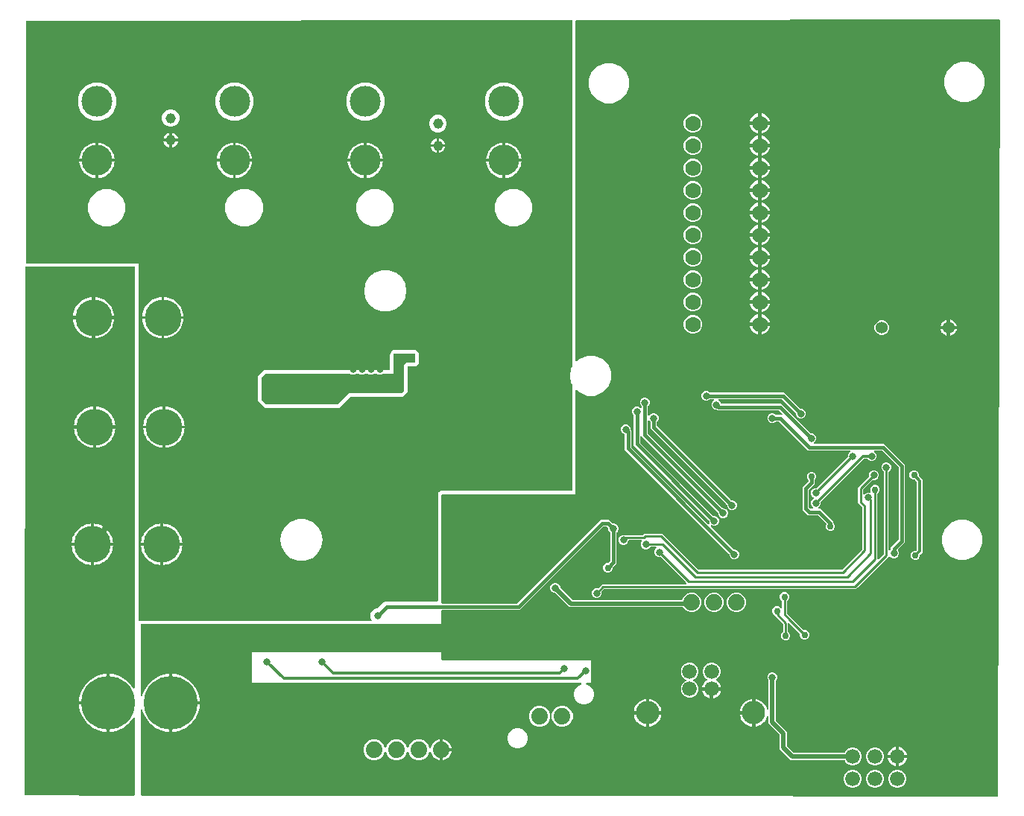
<source format=gbr>
G04 EAGLE Gerber RS-274X export*
G75*
%MOMM*%
%FSLAX34Y34*%
%LPD*%
%INBottom Copper*%
%IPPOS*%
%AMOC8*
5,1,8,0,0,1.08239X$1,22.5*%
G01*
%ADD10C,4.191000*%
%ADD11C,1.879600*%
%ADD12C,3.500000*%
%ADD13C,6.096000*%
%ADD14C,1.778000*%
%ADD15C,1.355600*%
%ADD16C,1.676400*%
%ADD17C,1.155600*%
%ADD18C,2.641600*%
%ADD19C,0.812800*%
%ADD20C,0.805600*%
%ADD21C,0.304800*%
%ADD22C,0.254000*%
%ADD23C,0.762000*%
%ADD24C,0.406400*%
%ADD25C,0.508000*%

G36*
X1112724Y3954D02*
X1112724Y3954D01*
X1112782Y3953D01*
X1112864Y3974D01*
X1112949Y3986D01*
X1113001Y4009D01*
X1113057Y4024D01*
X1113130Y4067D01*
X1113208Y4102D01*
X1113252Y4139D01*
X1113302Y4168D01*
X1113360Y4230D01*
X1113425Y4285D01*
X1113457Y4333D01*
X1113497Y4375D01*
X1113536Y4451D01*
X1113583Y4522D01*
X1113601Y4576D01*
X1113627Y4628D01*
X1113639Y4696D01*
X1113669Y4792D01*
X1113672Y4891D01*
X1113684Y4959D01*
X1116181Y886576D01*
X1116173Y886636D01*
X1116174Y886696D01*
X1116153Y886776D01*
X1116142Y886857D01*
X1116117Y886913D01*
X1116102Y886971D01*
X1116060Y887042D01*
X1116026Y887117D01*
X1115987Y887163D01*
X1115957Y887215D01*
X1115896Y887271D01*
X1115843Y887334D01*
X1115793Y887368D01*
X1115749Y887409D01*
X1115676Y887447D01*
X1115607Y887493D01*
X1115550Y887511D01*
X1115496Y887539D01*
X1115429Y887550D01*
X1115336Y887579D01*
X1115234Y887582D01*
X1115165Y887594D01*
X634999Y887049D01*
X634942Y887041D01*
X634884Y887043D01*
X634802Y887021D01*
X634717Y887009D01*
X634665Y886985D01*
X634609Y886971D01*
X634536Y886927D01*
X634458Y886893D01*
X634414Y886855D01*
X634364Y886826D01*
X634306Y886764D01*
X634241Y886709D01*
X634209Y886660D01*
X634170Y886618D01*
X634131Y886543D01*
X634084Y886472D01*
X634067Y886417D01*
X634040Y886365D01*
X634029Y886297D01*
X633999Y886201D01*
X633996Y886102D01*
X633985Y886034D01*
X633985Y499856D01*
X633989Y499827D01*
X633986Y499797D01*
X634009Y499686D01*
X634025Y499574D01*
X634037Y499548D01*
X634042Y499519D01*
X634095Y499418D01*
X634141Y499315D01*
X634160Y499292D01*
X634173Y499266D01*
X634251Y499184D01*
X634325Y499098D01*
X634349Y499082D01*
X634369Y499060D01*
X634467Y499003D01*
X634561Y498940D01*
X634589Y498931D01*
X634614Y498917D01*
X634724Y498889D01*
X634832Y498854D01*
X634862Y498854D01*
X634890Y498846D01*
X635003Y498850D01*
X635116Y498847D01*
X635145Y498855D01*
X635174Y498856D01*
X635282Y498890D01*
X635391Y498919D01*
X635417Y498934D01*
X635445Y498943D01*
X635508Y498989D01*
X635636Y499064D01*
X635679Y499110D01*
X635718Y499138D01*
X638560Y501980D01*
X646963Y505461D01*
X656057Y505461D01*
X664460Y501980D01*
X670890Y495550D01*
X674371Y487147D01*
X674371Y478053D01*
X670890Y469650D01*
X664460Y463220D01*
X656057Y459739D01*
X646963Y459739D01*
X638560Y463220D01*
X635718Y466062D01*
X635694Y466080D01*
X635676Y466102D01*
X635581Y466165D01*
X635491Y466233D01*
X635463Y466243D01*
X635439Y466260D01*
X635331Y466294D01*
X635225Y466334D01*
X635196Y466337D01*
X635168Y466346D01*
X635054Y466348D01*
X634942Y466358D01*
X634913Y466352D01*
X634884Y466353D01*
X634774Y466324D01*
X634663Y466302D01*
X634637Y466288D01*
X634609Y466281D01*
X634511Y466223D01*
X634411Y466171D01*
X634389Y466151D01*
X634364Y466136D01*
X634287Y466053D01*
X634205Y465975D01*
X634190Y465950D01*
X634170Y465928D01*
X634118Y465828D01*
X634061Y465730D01*
X634054Y465701D01*
X634040Y465675D01*
X634027Y465598D01*
X633991Y465454D01*
X633993Y465392D01*
X633985Y465344D01*
X633985Y347725D01*
X482600Y347725D01*
X482542Y347717D01*
X482484Y347719D01*
X482402Y347697D01*
X482319Y347685D01*
X482265Y347662D01*
X482209Y347647D01*
X482136Y347604D01*
X482059Y347569D01*
X482014Y347531D01*
X481964Y347502D01*
X481906Y347440D01*
X481842Y347386D01*
X481810Y347337D01*
X481770Y347294D01*
X481731Y347219D01*
X481685Y347149D01*
X481667Y347093D01*
X481640Y347041D01*
X481629Y346973D01*
X481599Y346878D01*
X481596Y346778D01*
X481585Y346710D01*
X481585Y224282D01*
X481593Y224224D01*
X481591Y224166D01*
X481613Y224084D01*
X481625Y224000D01*
X481649Y223947D01*
X481663Y223891D01*
X481706Y223818D01*
X481741Y223741D01*
X481779Y223696D01*
X481809Y223646D01*
X481870Y223588D01*
X481925Y223524D01*
X481973Y223492D01*
X482016Y223452D01*
X482091Y223413D01*
X482161Y223366D01*
X482217Y223349D01*
X482269Y223322D01*
X482337Y223311D01*
X482432Y223281D01*
X482532Y223278D01*
X482600Y223267D01*
X567066Y223267D01*
X567153Y223279D01*
X567240Y223282D01*
X567293Y223299D01*
X567348Y223307D01*
X567428Y223342D01*
X567511Y223369D01*
X567550Y223397D01*
X567607Y223423D01*
X567720Y223519D01*
X567784Y223564D01*
X662737Y318517D01*
X672033Y318517D01*
X676054Y314496D01*
X676124Y314444D01*
X676188Y314384D01*
X676237Y314358D01*
X676281Y314325D01*
X676363Y314294D01*
X676441Y314254D01*
X676488Y314246D01*
X676547Y314224D01*
X676694Y314212D01*
X676772Y314199D01*
X678022Y314199D01*
X680076Y313348D01*
X681648Y311776D01*
X682499Y309722D01*
X682499Y307498D01*
X681648Y305444D01*
X680764Y304560D01*
X680712Y304491D01*
X680652Y304427D01*
X680626Y304377D01*
X680593Y304333D01*
X680562Y304251D01*
X680522Y304174D01*
X680514Y304126D01*
X680492Y304068D01*
X680480Y303920D01*
X680467Y303843D01*
X680467Y269037D01*
X676192Y264762D01*
X676140Y264692D01*
X676080Y264628D01*
X676054Y264579D01*
X676021Y264535D01*
X675990Y264453D01*
X675950Y264375D01*
X675942Y264328D01*
X675920Y264269D01*
X675908Y264122D01*
X675895Y264044D01*
X675895Y263099D01*
X675083Y261138D01*
X673582Y259637D01*
X671621Y258825D01*
X669499Y258825D01*
X667538Y259637D01*
X666037Y261138D01*
X665225Y263099D01*
X665225Y265221D01*
X666037Y267182D01*
X667538Y268683D01*
X669499Y269495D01*
X670444Y269495D01*
X670531Y269507D01*
X670618Y269510D01*
X670671Y269527D01*
X670726Y269535D01*
X670806Y269570D01*
X670889Y269597D01*
X670928Y269625D01*
X670985Y269651D01*
X671098Y269747D01*
X671162Y269792D01*
X673056Y271686D01*
X673108Y271756D01*
X673168Y271820D01*
X673194Y271869D01*
X673227Y271913D01*
X673258Y271995D01*
X673298Y272073D01*
X673306Y272120D01*
X673328Y272179D01*
X673340Y272326D01*
X673353Y272404D01*
X673353Y303843D01*
X673341Y303929D01*
X673338Y304017D01*
X673321Y304069D01*
X673313Y304124D01*
X673278Y304204D01*
X673251Y304287D01*
X673223Y304326D01*
X673197Y304383D01*
X673101Y304497D01*
X673056Y304560D01*
X672172Y305444D01*
X671321Y307498D01*
X671321Y308748D01*
X671309Y308835D01*
X671306Y308922D01*
X671289Y308975D01*
X671281Y309030D01*
X671246Y309110D01*
X671219Y309193D01*
X671191Y309232D01*
X671165Y309289D01*
X671069Y309402D01*
X671024Y309466D01*
X669384Y311106D01*
X669314Y311158D01*
X669250Y311218D01*
X669201Y311244D01*
X669157Y311277D01*
X669075Y311308D01*
X668997Y311348D01*
X668950Y311356D01*
X668891Y311378D01*
X668744Y311390D01*
X668666Y311403D01*
X666104Y311403D01*
X666017Y311391D01*
X665930Y311388D01*
X665877Y311371D01*
X665822Y311363D01*
X665742Y311328D01*
X665659Y311301D01*
X665620Y311273D01*
X665563Y311247D01*
X665450Y311151D01*
X665386Y311106D01*
X570433Y216153D01*
X482600Y216153D01*
X482542Y216145D01*
X482484Y216147D01*
X482402Y216125D01*
X482319Y216113D01*
X482265Y216090D01*
X482209Y216075D01*
X482136Y216032D01*
X482059Y215997D01*
X482014Y215959D01*
X481964Y215930D01*
X481906Y215868D01*
X481842Y215814D01*
X481810Y215765D01*
X481770Y215722D01*
X481731Y215647D01*
X481685Y215577D01*
X481667Y215521D01*
X481640Y215469D01*
X481629Y215401D01*
X481599Y215306D01*
X481596Y215206D01*
X481585Y215138D01*
X481585Y200405D01*
X140970Y200405D01*
X140912Y200397D01*
X140854Y200399D01*
X140772Y200377D01*
X140689Y200365D01*
X140635Y200342D01*
X140579Y200327D01*
X140506Y200284D01*
X140429Y200249D01*
X140384Y200211D01*
X140334Y200182D01*
X140276Y200120D01*
X140212Y200066D01*
X140180Y200017D01*
X140140Y199974D01*
X140101Y199899D01*
X140055Y199829D01*
X140037Y199773D01*
X140010Y199721D01*
X139999Y199653D01*
X139969Y199558D01*
X139966Y199458D01*
X139955Y199390D01*
X139955Y118888D01*
X139974Y118755D01*
X139991Y118620D01*
X139994Y118613D01*
X139995Y118607D01*
X140050Y118484D01*
X140104Y118359D01*
X140108Y118353D01*
X140111Y118347D01*
X140198Y118244D01*
X140284Y118139D01*
X140290Y118135D01*
X140295Y118130D01*
X140407Y118055D01*
X140519Y117979D01*
X140525Y117976D01*
X140531Y117973D01*
X140661Y117932D01*
X140789Y117889D01*
X140796Y117889D01*
X140802Y117887D01*
X140937Y117883D01*
X141073Y117878D01*
X141079Y117880D01*
X141086Y117879D01*
X141216Y117913D01*
X141349Y117946D01*
X141355Y117950D01*
X141361Y117951D01*
X141477Y118020D01*
X141595Y118088D01*
X141600Y118093D01*
X141606Y118097D01*
X141699Y118196D01*
X141792Y118293D01*
X141795Y118298D01*
X141800Y118304D01*
X141930Y118557D01*
X141933Y118576D01*
X141942Y118593D01*
X142862Y121628D01*
X144104Y124625D01*
X145633Y127486D01*
X147436Y130184D01*
X149494Y132692D01*
X151788Y134986D01*
X154296Y137044D01*
X156994Y138847D01*
X159855Y140376D01*
X162852Y141618D01*
X165957Y142560D01*
X169139Y143193D01*
X171959Y143470D01*
X171959Y111506D01*
X171967Y111448D01*
X171965Y111390D01*
X171987Y111308D01*
X171999Y111225D01*
X172023Y111171D01*
X172037Y111115D01*
X172080Y111042D01*
X172115Y110965D01*
X172153Y110921D01*
X172183Y110870D01*
X172244Y110813D01*
X172299Y110748D01*
X172347Y110716D01*
X172390Y110676D01*
X172465Y110637D01*
X172535Y110591D01*
X172591Y110573D01*
X172643Y110546D01*
X172711Y110535D01*
X172806Y110505D01*
X172906Y110502D01*
X172974Y110491D01*
X173991Y110491D01*
X173991Y110489D01*
X172974Y110489D01*
X172916Y110481D01*
X172858Y110482D01*
X172776Y110461D01*
X172693Y110449D01*
X172639Y110425D01*
X172583Y110411D01*
X172510Y110368D01*
X172433Y110333D01*
X172388Y110295D01*
X172338Y110265D01*
X172280Y110204D01*
X172216Y110149D01*
X172184Y110101D01*
X172144Y110058D01*
X172105Y109983D01*
X172059Y109913D01*
X172041Y109857D01*
X172014Y109805D01*
X172003Y109737D01*
X171973Y109642D01*
X171970Y109542D01*
X171959Y109474D01*
X171959Y77510D01*
X169139Y77787D01*
X165957Y78420D01*
X162852Y79362D01*
X159855Y80604D01*
X156994Y82133D01*
X154296Y83936D01*
X151788Y85994D01*
X149494Y88288D01*
X147436Y90796D01*
X145633Y93494D01*
X144104Y96355D01*
X142862Y99352D01*
X141942Y102387D01*
X141885Y102509D01*
X141829Y102633D01*
X141825Y102638D01*
X141822Y102645D01*
X141733Y102747D01*
X141646Y102850D01*
X141640Y102854D01*
X141635Y102859D01*
X141522Y102932D01*
X141409Y103007D01*
X141402Y103010D01*
X141396Y103013D01*
X141267Y103052D01*
X141138Y103093D01*
X141131Y103093D01*
X141124Y103095D01*
X140989Y103097D01*
X140854Y103101D01*
X140847Y103099D01*
X140840Y103099D01*
X140709Y103063D01*
X140579Y103029D01*
X140573Y103025D01*
X140566Y103023D01*
X140449Y102952D01*
X140334Y102883D01*
X140329Y102878D01*
X140324Y102875D01*
X140232Y102774D01*
X140140Y102676D01*
X140137Y102670D01*
X140132Y102665D01*
X140072Y102544D01*
X140010Y102423D01*
X140009Y102417D01*
X140006Y102410D01*
X139955Y102130D01*
X139958Y102111D01*
X139955Y102092D01*
X139955Y6064D01*
X139963Y6007D01*
X139961Y5949D01*
X139983Y5867D01*
X139995Y5783D01*
X140018Y5730D01*
X140033Y5674D01*
X140076Y5601D01*
X140111Y5524D01*
X140148Y5479D01*
X140178Y5430D01*
X140240Y5371D01*
X140295Y5307D01*
X140343Y5274D01*
X140385Y5235D01*
X140460Y5196D01*
X140531Y5149D01*
X140586Y5131D01*
X140638Y5105D01*
X140706Y5094D01*
X140802Y5063D01*
X140901Y5061D01*
X140969Y5049D01*
X652779Y4468D01*
X1112667Y3946D01*
X1112724Y3954D01*
G37*
G36*
X401519Y203720D02*
X401519Y203720D01*
X401590Y203722D01*
X401639Y203740D01*
X401690Y203749D01*
X401754Y203782D01*
X401821Y203807D01*
X401862Y203839D01*
X401908Y203864D01*
X401957Y203916D01*
X402013Y203961D01*
X402041Y204004D01*
X402077Y204042D01*
X402107Y204107D01*
X402146Y204168D01*
X402159Y204218D01*
X402181Y204265D01*
X402189Y204336D01*
X402206Y204406D01*
X402202Y204458D01*
X402208Y204509D01*
X402193Y204580D01*
X402187Y204651D01*
X402167Y204699D01*
X402156Y204750D01*
X402119Y204811D01*
X402091Y204878D01*
X402062Y204913D01*
X400811Y207933D01*
X400811Y211167D01*
X402049Y214155D01*
X404335Y216441D01*
X407323Y217679D01*
X408131Y217679D01*
X408221Y217693D01*
X408312Y217701D01*
X408342Y217713D01*
X408374Y217718D01*
X408455Y217761D01*
X408539Y217797D01*
X408571Y217823D01*
X408591Y217834D01*
X408614Y217857D01*
X408670Y217902D01*
X413824Y223056D01*
X413824Y223057D01*
X415646Y224879D01*
X417887Y225807D01*
X476758Y225807D01*
X476778Y225810D01*
X476797Y225808D01*
X476899Y225830D01*
X477001Y225846D01*
X477018Y225856D01*
X477038Y225860D01*
X477127Y225913D01*
X477218Y225962D01*
X477232Y225976D01*
X477249Y225986D01*
X477316Y226065D01*
X477388Y226140D01*
X477396Y226158D01*
X477409Y226173D01*
X477448Y226269D01*
X477491Y226363D01*
X477493Y226383D01*
X477501Y226401D01*
X477519Y226568D01*
X477519Y348815D01*
X478058Y349354D01*
X478104Y349417D01*
X478126Y349441D01*
X478131Y349450D01*
X478171Y349497D01*
X478183Y349527D01*
X478202Y349553D01*
X478229Y349640D01*
X478263Y349725D01*
X478267Y349766D01*
X478270Y349776D01*
X478329Y349781D01*
X478359Y349793D01*
X478391Y349799D01*
X478472Y349841D01*
X478556Y349877D01*
X478588Y349903D01*
X478608Y349914D01*
X478631Y349937D01*
X478686Y349982D01*
X480495Y351791D01*
X629158Y351791D01*
X629178Y351794D01*
X629197Y351792D01*
X629299Y351814D01*
X629401Y351830D01*
X629418Y351840D01*
X629438Y351844D01*
X629527Y351897D01*
X629618Y351946D01*
X629632Y351960D01*
X629649Y351970D01*
X629716Y352049D01*
X629788Y352124D01*
X629796Y352142D01*
X629809Y352157D01*
X629848Y352253D01*
X629891Y352347D01*
X629893Y352367D01*
X629901Y352385D01*
X629919Y352552D01*
X629919Y472547D01*
X629901Y472660D01*
X629885Y472774D01*
X629881Y472783D01*
X629880Y472790D01*
X629869Y472809D01*
X629817Y472927D01*
X628969Y474396D01*
X627523Y482600D01*
X628969Y490804D01*
X629817Y492273D01*
X629858Y492379D01*
X629901Y492486D01*
X629902Y492497D01*
X629904Y492503D01*
X629905Y492525D01*
X629919Y492653D01*
X629919Y886281D01*
X629916Y886302D01*
X629918Y886322D01*
X629896Y886423D01*
X629880Y886524D01*
X629870Y886542D01*
X629866Y886562D01*
X629812Y886651D01*
X629764Y886742D01*
X629750Y886756D01*
X629739Y886773D01*
X629661Y886840D01*
X629586Y886911D01*
X629568Y886920D01*
X629552Y886933D01*
X629456Y886971D01*
X629363Y887015D01*
X629343Y887017D01*
X629324Y887024D01*
X629157Y887043D01*
X10159Y886341D01*
X10140Y886338D01*
X10121Y886340D01*
X10019Y886318D01*
X9916Y886301D01*
X9899Y886292D01*
X9880Y886288D01*
X9791Y886234D01*
X9699Y886186D01*
X9686Y886171D01*
X9669Y886161D01*
X9601Y886082D01*
X9530Y886007D01*
X9522Y885989D01*
X9509Y885975D01*
X9470Y885878D01*
X9427Y885784D01*
X9425Y885765D01*
X9417Y885746D01*
X9399Y885580D01*
X9399Y610870D01*
X9402Y610850D01*
X9400Y610831D01*
X9422Y610729D01*
X9439Y610627D01*
X9448Y610610D01*
X9452Y610590D01*
X9505Y610501D01*
X9554Y610410D01*
X9568Y610396D01*
X9578Y610379D01*
X9657Y610312D01*
X9732Y610241D01*
X9750Y610232D01*
X9765Y610219D01*
X9861Y610180D01*
X9955Y610137D01*
X9975Y610135D01*
X9993Y610127D01*
X10160Y610109D01*
X137669Y610109D01*
X137669Y204470D01*
X137672Y204450D01*
X137670Y204431D01*
X137692Y204329D01*
X137709Y204227D01*
X137718Y204210D01*
X137722Y204190D01*
X137775Y204101D01*
X137824Y204010D01*
X137838Y203996D01*
X137848Y203979D01*
X137927Y203912D01*
X138002Y203841D01*
X138020Y203832D01*
X138035Y203819D01*
X138131Y203780D01*
X138225Y203737D01*
X138245Y203735D01*
X138263Y203727D01*
X138430Y203709D01*
X401448Y203709D01*
X401519Y203720D01*
G37*
G36*
X132137Y5067D02*
X132137Y5067D01*
X132196Y5066D01*
X132277Y5087D01*
X132360Y5099D01*
X132414Y5123D01*
X132471Y5138D01*
X132543Y5180D01*
X132620Y5215D01*
X132665Y5253D01*
X132716Y5283D01*
X132773Y5344D01*
X132837Y5398D01*
X132870Y5447D01*
X132910Y5490D01*
X132948Y5565D01*
X132995Y5635D01*
X133013Y5691D01*
X133040Y5743D01*
X133051Y5811D01*
X133081Y5905D01*
X133084Y6006D01*
X133095Y6074D01*
X133095Y92943D01*
X133077Y93070D01*
X133063Y93198D01*
X133057Y93210D01*
X133055Y93224D01*
X133003Y93341D01*
X132954Y93460D01*
X132945Y93471D01*
X132939Y93484D01*
X132856Y93582D01*
X132776Y93682D01*
X132764Y93690D01*
X132756Y93701D01*
X132649Y93772D01*
X132544Y93846D01*
X132531Y93850D01*
X132519Y93858D01*
X132396Y93897D01*
X132275Y93939D01*
X132261Y93940D01*
X132248Y93944D01*
X132119Y93947D01*
X131991Y93954D01*
X131978Y93951D01*
X131964Y93951D01*
X131840Y93919D01*
X131714Y93890D01*
X131702Y93883D01*
X131689Y93879D01*
X131579Y93814D01*
X131466Y93751D01*
X131457Y93742D01*
X131444Y93734D01*
X131250Y93527D01*
X131244Y93515D01*
X131236Y93507D01*
X129424Y90796D01*
X127366Y88288D01*
X125072Y85994D01*
X122564Y83936D01*
X119866Y82133D01*
X117005Y80604D01*
X114008Y79362D01*
X110903Y78420D01*
X107721Y77787D01*
X104901Y77510D01*
X104901Y109474D01*
X104893Y109532D01*
X104895Y109590D01*
X104873Y109672D01*
X104861Y109755D01*
X104837Y109809D01*
X104823Y109865D01*
X104780Y109938D01*
X104745Y110015D01*
X104707Y110059D01*
X104677Y110110D01*
X104616Y110167D01*
X104561Y110232D01*
X104513Y110264D01*
X104470Y110304D01*
X104395Y110343D01*
X104325Y110389D01*
X104269Y110407D01*
X104217Y110434D01*
X104149Y110445D01*
X104054Y110475D01*
X103954Y110478D01*
X103886Y110489D01*
X102869Y110489D01*
X102869Y110491D01*
X103886Y110491D01*
X103944Y110499D01*
X104002Y110498D01*
X104084Y110519D01*
X104167Y110531D01*
X104221Y110555D01*
X104277Y110569D01*
X104350Y110612D01*
X104427Y110647D01*
X104472Y110685D01*
X104522Y110715D01*
X104580Y110776D01*
X104644Y110831D01*
X104676Y110879D01*
X104716Y110922D01*
X104755Y110997D01*
X104801Y111067D01*
X104819Y111123D01*
X104846Y111175D01*
X104857Y111243D01*
X104887Y111338D01*
X104890Y111438D01*
X104901Y111506D01*
X104901Y143470D01*
X107721Y143193D01*
X110903Y142560D01*
X114008Y141618D01*
X117005Y140376D01*
X119866Y138847D01*
X122564Y137044D01*
X125072Y134986D01*
X127366Y132692D01*
X129424Y130184D01*
X131236Y127473D01*
X131322Y127377D01*
X131405Y127279D01*
X131416Y127272D01*
X131425Y127261D01*
X131534Y127193D01*
X131641Y127122D01*
X131654Y127118D01*
X131666Y127110D01*
X131789Y127075D01*
X131912Y127036D01*
X131926Y127036D01*
X131939Y127032D01*
X132068Y127032D01*
X132196Y127029D01*
X132210Y127032D01*
X132224Y127032D01*
X132347Y127068D01*
X132471Y127101D01*
X132483Y127108D01*
X132497Y127112D01*
X132605Y127180D01*
X132716Y127246D01*
X132725Y127256D01*
X132737Y127263D01*
X132822Y127359D01*
X132910Y127453D01*
X132917Y127466D01*
X132926Y127476D01*
X132981Y127592D01*
X133040Y127706D01*
X133042Y127719D01*
X133048Y127732D01*
X133095Y128013D01*
X133093Y128026D01*
X133095Y128037D01*
X133095Y605790D01*
X133087Y605848D01*
X133089Y605906D01*
X133067Y605988D01*
X133055Y606072D01*
X133032Y606125D01*
X133017Y606181D01*
X132974Y606254D01*
X132939Y606331D01*
X132901Y606376D01*
X132872Y606426D01*
X132810Y606484D01*
X132756Y606548D01*
X132707Y606580D01*
X132664Y606620D01*
X132589Y606659D01*
X132519Y606706D01*
X132463Y606723D01*
X132411Y606750D01*
X132343Y606761D01*
X132248Y606791D01*
X132148Y606794D01*
X132080Y606805D01*
X9625Y606805D01*
X9568Y606797D01*
X9510Y606799D01*
X9428Y606777D01*
X9344Y606765D01*
X9291Y606742D01*
X9235Y606727D01*
X9162Y606684D01*
X9084Y606649D01*
X9040Y606612D01*
X8991Y606582D01*
X8932Y606520D01*
X8867Y606465D01*
X8835Y606417D01*
X8796Y606375D01*
X8757Y606300D01*
X8710Y606229D01*
X8692Y606174D01*
X8666Y606122D01*
X8654Y606054D01*
X8624Y605958D01*
X8621Y605859D01*
X8610Y605791D01*
X7758Y6216D01*
X7766Y6158D01*
X7765Y6099D01*
X7786Y6018D01*
X7798Y5934D01*
X7822Y5881D01*
X7836Y5824D01*
X7879Y5752D01*
X7914Y5675D01*
X7952Y5630D01*
X7981Y5580D01*
X8043Y5522D01*
X8097Y5458D01*
X8146Y5425D01*
X8188Y5385D01*
X8263Y5346D01*
X8333Y5300D01*
X8389Y5282D01*
X8441Y5255D01*
X8509Y5244D01*
X8604Y5213D01*
X8704Y5211D01*
X8772Y5199D01*
X132079Y5059D01*
X132137Y5067D01*
G37*
%LPC*%
G36*
X656755Y229869D02*
X656755Y229869D01*
X654715Y230715D01*
X653153Y232277D01*
X652307Y234317D01*
X652307Y236527D01*
X653153Y238567D01*
X654715Y240129D01*
X656755Y240975D01*
X659040Y240975D01*
X659126Y240987D01*
X659214Y240990D01*
X659267Y241007D01*
X659321Y241015D01*
X659401Y241050D01*
X659484Y241077D01*
X659524Y241105D01*
X659581Y241131D01*
X659694Y241227D01*
X659758Y241272D01*
X663850Y245365D01*
X759152Y245365D01*
X759181Y245369D01*
X759210Y245366D01*
X759321Y245389D01*
X759433Y245405D01*
X759460Y245417D01*
X759489Y245422D01*
X759590Y245475D01*
X759693Y245521D01*
X759715Y245540D01*
X759741Y245553D01*
X759823Y245631D01*
X759910Y245704D01*
X759926Y245729D01*
X759947Y245749D01*
X760005Y245847D01*
X760067Y245941D01*
X760076Y245969D01*
X760091Y245994D01*
X760119Y246104D01*
X760153Y246212D01*
X760154Y246242D01*
X760161Y246270D01*
X760158Y246383D01*
X760160Y246496D01*
X760153Y246525D01*
X760152Y246554D01*
X760117Y246662D01*
X760089Y246771D01*
X760074Y246797D01*
X760065Y246825D01*
X760019Y246889D01*
X759943Y247016D01*
X759898Y247059D01*
X759870Y247098D01*
X758908Y248060D01*
X730878Y276090D01*
X730808Y276142D01*
X730744Y276202D01*
X730695Y276228D01*
X730651Y276261D01*
X730569Y276292D01*
X730491Y276332D01*
X730443Y276340D01*
X730385Y276362D01*
X730237Y276374D01*
X730160Y276387D01*
X727875Y276387D01*
X725835Y277233D01*
X724273Y278795D01*
X723427Y280835D01*
X723427Y283045D01*
X724273Y285085D01*
X725489Y286302D01*
X725507Y286326D01*
X725529Y286345D01*
X725592Y286439D01*
X725660Y286529D01*
X725671Y286557D01*
X725687Y286581D01*
X725721Y286689D01*
X725761Y286795D01*
X725764Y286824D01*
X725773Y286852D01*
X725776Y286966D01*
X725785Y287078D01*
X725779Y287107D01*
X725780Y287136D01*
X725751Y287246D01*
X725729Y287357D01*
X725716Y287383D01*
X725708Y287411D01*
X725651Y287509D01*
X725598Y287609D01*
X725578Y287631D01*
X725563Y287656D01*
X725481Y287733D01*
X725402Y287815D01*
X725377Y287830D01*
X725356Y287850D01*
X725255Y287902D01*
X725157Y287959D01*
X725129Y287966D01*
X725103Y287980D01*
X725025Y287993D01*
X724882Y288029D01*
X724819Y288027D01*
X724771Y288035D01*
X719219Y288035D01*
X719132Y288023D01*
X719045Y288020D01*
X718992Y288003D01*
X718937Y287995D01*
X718857Y287960D01*
X718774Y287933D01*
X718735Y287905D01*
X718678Y287879D01*
X718564Y287783D01*
X718501Y287738D01*
X716885Y286123D01*
X714845Y285277D01*
X712635Y285277D01*
X710595Y286123D01*
X709033Y287685D01*
X708187Y289725D01*
X708187Y291935D01*
X709042Y293999D01*
X709082Y294059D01*
X709150Y294149D01*
X709161Y294177D01*
X709177Y294201D01*
X709211Y294309D01*
X709251Y294415D01*
X709254Y294444D01*
X709263Y294472D01*
X709266Y294585D01*
X709275Y294698D01*
X709269Y294727D01*
X709270Y294756D01*
X709242Y294866D01*
X709219Y294977D01*
X709206Y295003D01*
X709198Y295031D01*
X709141Y295128D01*
X709088Y295229D01*
X709068Y295251D01*
X709053Y295276D01*
X708970Y295353D01*
X708893Y295435D01*
X708867Y295450D01*
X708846Y295470D01*
X708745Y295522D01*
X708647Y295579D01*
X708619Y295586D01*
X708593Y295600D01*
X708515Y295613D01*
X708372Y295649D01*
X708309Y295647D01*
X708261Y295655D01*
X694908Y295655D01*
X694850Y295647D01*
X694792Y295649D01*
X694710Y295627D01*
X694626Y295615D01*
X694573Y295592D01*
X694517Y295577D01*
X694444Y295534D01*
X694367Y295499D01*
X694322Y295461D01*
X694272Y295432D01*
X694214Y295370D01*
X694150Y295316D01*
X694118Y295267D01*
X694078Y295224D01*
X694039Y295149D01*
X693992Y295079D01*
X693975Y295023D01*
X693948Y294971D01*
X693939Y294918D01*
X693047Y292765D01*
X691485Y291203D01*
X689445Y290357D01*
X687235Y290357D01*
X685195Y291203D01*
X683633Y292765D01*
X682787Y294805D01*
X682787Y297015D01*
X683633Y299055D01*
X685195Y300617D01*
X687235Y301463D01*
X689444Y301463D01*
X689784Y301322D01*
X689814Y301314D01*
X689842Y301300D01*
X689919Y301287D01*
X690059Y301251D01*
X690124Y301253D01*
X690173Y301245D01*
X710134Y301245D01*
X710221Y301257D01*
X710308Y301260D01*
X710361Y301277D01*
X710416Y301285D01*
X710495Y301320D01*
X710579Y301347D01*
X710618Y301375D01*
X710675Y301401D01*
X710788Y301497D01*
X710852Y301542D01*
X712297Y302987D01*
X732206Y302987D01*
X773020Y262172D01*
X773090Y262120D01*
X773154Y262060D01*
X773203Y262034D01*
X773247Y262001D01*
X773329Y261970D01*
X773407Y261930D01*
X773455Y261922D01*
X773513Y261900D01*
X773661Y261888D01*
X773738Y261875D01*
X935682Y261875D01*
X935768Y261887D01*
X935856Y261890D01*
X935909Y261907D01*
X935963Y261915D01*
X936043Y261950D01*
X936126Y261977D01*
X936166Y262005D01*
X936223Y262031D01*
X936336Y262127D01*
X936400Y262172D01*
X959314Y285086D01*
X959366Y285156D01*
X959426Y285220D01*
X959452Y285269D01*
X959485Y285313D01*
X959516Y285395D01*
X959556Y285473D01*
X959564Y285521D01*
X959586Y285579D01*
X959598Y285727D01*
X959611Y285804D01*
X959611Y332686D01*
X959599Y332772D01*
X959596Y332860D01*
X959579Y332913D01*
X959571Y332967D01*
X959536Y333047D01*
X959509Y333130D01*
X959481Y333170D01*
X959455Y333227D01*
X959359Y333340D01*
X959314Y333404D01*
X954785Y337932D01*
X954785Y355488D01*
X966970Y367672D01*
X967022Y367742D01*
X967082Y367806D01*
X967108Y367855D01*
X967141Y367899D01*
X967172Y367981D01*
X967212Y368059D01*
X967220Y368107D01*
X967242Y368165D01*
X967248Y368236D01*
X967253Y368253D01*
X967255Y368317D01*
X967267Y368390D01*
X967267Y370675D01*
X968113Y372715D01*
X969675Y374277D01*
X971715Y375123D01*
X973925Y375123D01*
X975965Y374277D01*
X977527Y372715D01*
X978373Y370675D01*
X978373Y368465D01*
X977527Y366425D01*
X975965Y364863D01*
X973925Y364017D01*
X971640Y364017D01*
X971554Y364005D01*
X971466Y364002D01*
X971413Y363985D01*
X971359Y363977D01*
X971279Y363942D01*
X971196Y363915D01*
X971156Y363887D01*
X971099Y363861D01*
X970986Y363765D01*
X970922Y363720D01*
X960672Y353470D01*
X960620Y353400D01*
X960560Y353336D01*
X960534Y353287D01*
X960501Y353243D01*
X960470Y353161D01*
X960430Y353083D01*
X960422Y353035D01*
X960400Y352977D01*
X960388Y352829D01*
X960375Y352752D01*
X960375Y348379D01*
X960379Y348349D01*
X960376Y348320D01*
X960399Y348209D01*
X960415Y348097D01*
X960427Y348070D01*
X960432Y348041D01*
X960485Y347941D01*
X960531Y347838D01*
X960550Y347815D01*
X960563Y347789D01*
X960641Y347707D01*
X960714Y347621D01*
X960739Y347604D01*
X960759Y347583D01*
X960857Y347526D01*
X960951Y347463D01*
X960979Y347454D01*
X961004Y347439D01*
X961114Y347412D01*
X961222Y347377D01*
X961252Y347376D01*
X961280Y347369D01*
X961393Y347373D01*
X961506Y347370D01*
X961535Y347377D01*
X961564Y347378D01*
X961672Y347413D01*
X961781Y347442D01*
X961807Y347457D01*
X961835Y347466D01*
X961899Y347511D01*
X962026Y347587D01*
X962069Y347633D01*
X962108Y347661D01*
X963325Y348877D01*
X965365Y349723D01*
X967575Y349723D01*
X967873Y349599D01*
X967902Y349592D01*
X967928Y349578D01*
X968039Y349556D01*
X968149Y349528D01*
X968178Y349529D01*
X968207Y349523D01*
X968320Y349533D01*
X968433Y349536D01*
X968461Y349545D01*
X968490Y349548D01*
X968596Y349588D01*
X968704Y349623D01*
X968728Y349639D01*
X968755Y349650D01*
X968846Y349718D01*
X968940Y349781D01*
X968959Y349804D01*
X968982Y349821D01*
X969050Y349912D01*
X969123Y349999D01*
X969135Y350025D01*
X969152Y350049D01*
X969192Y350155D01*
X969238Y350258D01*
X969242Y350287D01*
X969253Y350315D01*
X969262Y350428D01*
X969277Y350540D01*
X969273Y350569D01*
X969275Y350598D01*
X969258Y350675D01*
X969237Y350821D01*
X969211Y350878D01*
X969200Y350925D01*
X968755Y351999D01*
X968755Y354121D01*
X969567Y356082D01*
X971068Y357583D01*
X973029Y358395D01*
X975151Y358395D01*
X977112Y357583D01*
X978613Y356082D01*
X979425Y354121D01*
X979425Y351999D01*
X978613Y350038D01*
X977182Y348608D01*
X977130Y348538D01*
X977070Y348474D01*
X977044Y348425D01*
X977011Y348380D01*
X976980Y348299D01*
X976940Y348221D01*
X976932Y348173D01*
X976910Y348115D01*
X976898Y347967D01*
X976885Y347890D01*
X976885Y274628D01*
X976889Y274599D01*
X976886Y274570D01*
X976909Y274459D01*
X976925Y274347D01*
X976937Y274320D01*
X976942Y274291D01*
X976994Y274191D01*
X977041Y274087D01*
X977060Y274065D01*
X977073Y274039D01*
X977151Y273957D01*
X977224Y273870D01*
X977249Y273854D01*
X977269Y273833D01*
X977367Y273775D01*
X977461Y273713D01*
X977489Y273704D01*
X977514Y273689D01*
X977624Y273661D01*
X977732Y273627D01*
X977762Y273626D01*
X977790Y273619D01*
X977903Y273622D01*
X978016Y273620D01*
X978045Y273627D01*
X978074Y273628D01*
X978182Y273663D01*
X978291Y273691D01*
X978317Y273706D01*
X978345Y273715D01*
X978408Y273761D01*
X978536Y273837D01*
X978579Y273882D01*
X978618Y273910D01*
X983698Y278990D01*
X983750Y279060D01*
X983810Y279124D01*
X983836Y279173D01*
X983869Y279217D01*
X983900Y279299D01*
X983940Y279377D01*
X983948Y279425D01*
X983970Y279483D01*
X983982Y279631D01*
X983995Y279708D01*
X983995Y372981D01*
X983983Y373068D01*
X983980Y373155D01*
X983963Y373208D01*
X983955Y373263D01*
X983920Y373343D01*
X983893Y373426D01*
X983865Y373465D01*
X983839Y373522D01*
X983743Y373636D01*
X983698Y373699D01*
X982083Y375315D01*
X981237Y377355D01*
X981237Y379565D01*
X982083Y381605D01*
X983645Y383167D01*
X985685Y384013D01*
X987895Y384013D01*
X989935Y383167D01*
X991497Y381605D01*
X992343Y379565D01*
X992343Y377355D01*
X991497Y375315D01*
X989882Y373699D01*
X989830Y373630D01*
X989770Y373566D01*
X989744Y373516D01*
X989711Y373472D01*
X989680Y373390D01*
X989640Y373312D01*
X989632Y373265D01*
X989610Y373206D01*
X989598Y373059D01*
X989585Y372981D01*
X989585Y284879D01*
X989589Y284849D01*
X989586Y284820D01*
X989609Y284709D01*
X989625Y284597D01*
X989637Y284570D01*
X989642Y284541D01*
X989695Y284441D01*
X989741Y284338D01*
X989760Y284315D01*
X989773Y284289D01*
X989851Y284207D01*
X989924Y284121D01*
X989949Y284104D01*
X989969Y284083D01*
X990067Y284026D01*
X990161Y283963D01*
X990189Y283954D01*
X990214Y283939D01*
X990324Y283911D01*
X990432Y283877D01*
X990462Y283876D01*
X990490Y283869D01*
X990603Y283873D01*
X990716Y283870D01*
X990745Y283877D01*
X990774Y283878D01*
X990882Y283913D01*
X990991Y283942D01*
X991017Y283957D01*
X991045Y283966D01*
X991109Y284011D01*
X991236Y284087D01*
X991279Y284133D01*
X991318Y284161D01*
X991826Y284669D01*
X991879Y284739D01*
X991938Y284802D01*
X991964Y284852D01*
X991997Y284896D01*
X992028Y284978D01*
X992068Y285056D01*
X992076Y285103D01*
X992098Y285162D01*
X992110Y285309D01*
X992123Y285387D01*
X992123Y287223D01*
X1000716Y295816D01*
X1000768Y295886D01*
X1000828Y295950D01*
X1000854Y295999D01*
X1000887Y296043D01*
X1000918Y296125D01*
X1000958Y296203D01*
X1000966Y296250D01*
X1000988Y296309D01*
X1001000Y296456D01*
X1001013Y296534D01*
X1001013Y377836D01*
X1001001Y377923D01*
X1000998Y378010D01*
X1000981Y378063D01*
X1000973Y378118D01*
X1000938Y378198D01*
X1000911Y378281D01*
X1000883Y378320D01*
X1000857Y378377D01*
X1000761Y378490D01*
X1000716Y378554D01*
X981804Y397466D01*
X981734Y397518D01*
X981670Y397578D01*
X981621Y397604D01*
X981577Y397637D01*
X981495Y397668D01*
X981417Y397708D01*
X981370Y397716D01*
X981311Y397738D01*
X981164Y397750D01*
X981086Y397763D01*
X973952Y397763D01*
X973867Y397751D01*
X973781Y397749D01*
X973727Y397731D01*
X973671Y397723D01*
X973592Y397688D01*
X973510Y397662D01*
X973463Y397630D01*
X973411Y397607D01*
X973346Y397551D01*
X973274Y397504D01*
X973238Y397460D01*
X973194Y397424D01*
X973147Y397352D01*
X973091Y397286D01*
X973068Y397234D01*
X973037Y397187D01*
X973011Y397105D01*
X972976Y397026D01*
X972968Y396970D01*
X972951Y396916D01*
X972949Y396830D01*
X972937Y396744D01*
X972945Y396688D01*
X972944Y396632D01*
X972965Y396548D01*
X972978Y396463D01*
X973001Y396411D01*
X973016Y396357D01*
X973060Y396283D01*
X973095Y396204D01*
X973132Y396161D01*
X973161Y396112D01*
X973224Y396053D01*
X973279Y395988D01*
X973321Y395962D01*
X973368Y395918D01*
X973382Y395910D01*
X974987Y394305D01*
X975833Y392265D01*
X975833Y390055D01*
X974987Y388015D01*
X973425Y386453D01*
X971385Y385607D01*
X969175Y385607D01*
X967135Y386453D01*
X965773Y387814D01*
X965704Y387866D01*
X965640Y387926D01*
X965590Y387952D01*
X965546Y387985D01*
X965464Y388016D01*
X965386Y388056D01*
X965339Y388064D01*
X965280Y388086D01*
X965133Y388098D01*
X965055Y388111D01*
X961803Y388111D01*
X961717Y388099D01*
X961629Y388096D01*
X961577Y388079D01*
X961522Y388071D01*
X961442Y388036D01*
X961359Y388009D01*
X961320Y387981D01*
X961262Y387955D01*
X961149Y387859D01*
X961085Y387814D01*
X912630Y339359D01*
X912578Y339289D01*
X912518Y339225D01*
X912492Y339175D01*
X912459Y339131D01*
X912428Y339050D01*
X912388Y338972D01*
X912380Y338924D01*
X912358Y338866D01*
X912346Y338718D01*
X912333Y338641D01*
X912333Y336715D01*
X911487Y334675D01*
X909866Y333053D01*
X909819Y333026D01*
X909760Y332963D01*
X909694Y332907D01*
X909663Y332860D01*
X909624Y332819D01*
X909585Y332743D01*
X909537Y332671D01*
X909520Y332617D01*
X909494Y332566D01*
X909477Y332482D01*
X909451Y332400D01*
X909450Y332343D01*
X909439Y332288D01*
X909446Y332202D01*
X909444Y332116D01*
X909458Y332061D01*
X909463Y332004D01*
X909494Y331924D01*
X909516Y331841D01*
X909544Y331792D01*
X909565Y331739D01*
X909617Y331670D01*
X909661Y331596D01*
X909702Y331557D01*
X909736Y331512D01*
X909805Y331461D01*
X909868Y331402D01*
X909919Y331376D01*
X909964Y331342D01*
X910045Y331311D01*
X910121Y331272D01*
X910170Y331264D01*
X910230Y331241D01*
X910375Y331230D01*
X910452Y331217D01*
X912063Y331217D01*
X926847Y316433D01*
X926847Y315558D01*
X926859Y315472D01*
X926862Y315384D01*
X926879Y315332D01*
X926887Y315277D01*
X926922Y315197D01*
X926949Y315114D01*
X926977Y315074D01*
X927003Y315017D01*
X927099Y314904D01*
X927144Y314840D01*
X927813Y314172D01*
X928625Y312211D01*
X928625Y310089D01*
X927813Y308128D01*
X926312Y306627D01*
X924351Y305815D01*
X922229Y305815D01*
X920268Y306627D01*
X918767Y308128D01*
X917955Y310089D01*
X917955Y312211D01*
X918590Y313744D01*
X918590Y313745D01*
X918591Y313747D01*
X918625Y313881D01*
X918661Y314019D01*
X918661Y314021D01*
X918661Y314022D01*
X918657Y314163D01*
X918653Y314303D01*
X918652Y314305D01*
X918652Y314306D01*
X918610Y314435D01*
X918566Y314574D01*
X918565Y314575D01*
X918565Y314577D01*
X918556Y314589D01*
X918408Y314810D01*
X918384Y314830D01*
X918370Y314850D01*
X909414Y323806D01*
X909344Y323858D01*
X909280Y323918D01*
X909231Y323944D01*
X909187Y323977D01*
X909105Y324008D01*
X909027Y324048D01*
X908980Y324056D01*
X908921Y324078D01*
X908774Y324090D01*
X908696Y324103D01*
X897687Y324103D01*
X891793Y329997D01*
X891793Y355803D01*
X898166Y362176D01*
X898219Y362246D01*
X898279Y362310D01*
X898304Y362359D01*
X898337Y362404D01*
X898368Y362485D01*
X898408Y362563D01*
X898416Y362611D01*
X898438Y362669D01*
X898451Y362817D01*
X898464Y362894D01*
X898464Y363571D01*
X898451Y363658D01*
X898449Y363745D01*
X898432Y363798D01*
X898424Y363853D01*
X898388Y363933D01*
X898361Y364016D01*
X898333Y364055D01*
X898308Y364112D01*
X898212Y364225D01*
X898166Y364289D01*
X897498Y364958D01*
X896686Y366918D01*
X896686Y369041D01*
X897498Y371002D01*
X898998Y372502D01*
X900959Y373314D01*
X903082Y373314D01*
X905042Y372502D01*
X906543Y371002D01*
X907355Y369041D01*
X907355Y366918D01*
X906543Y364958D01*
X905875Y364289D01*
X905822Y364219D01*
X905762Y364156D01*
X905737Y364106D01*
X905704Y364062D01*
X905672Y363980D01*
X905633Y363902D01*
X905625Y363855D01*
X905602Y363796D01*
X905590Y363649D01*
X905577Y363571D01*
X905577Y359527D01*
X899204Y353154D01*
X899152Y353084D01*
X899092Y353020D01*
X899066Y352971D01*
X899033Y352927D01*
X899002Y352845D01*
X898962Y352767D01*
X898954Y352720D01*
X898932Y352661D01*
X898920Y352514D01*
X898907Y352436D01*
X898907Y333364D01*
X898919Y333277D01*
X898922Y333190D01*
X898939Y333137D01*
X898947Y333082D01*
X898982Y333002D01*
X899009Y332919D01*
X899037Y332880D01*
X899063Y332823D01*
X899159Y332710D01*
X899204Y332646D01*
X900336Y331514D01*
X900406Y331462D01*
X900470Y331402D01*
X900519Y331376D01*
X900563Y331343D01*
X900645Y331312D01*
X900723Y331272D01*
X900770Y331264D01*
X900829Y331242D01*
X900976Y331230D01*
X901054Y331217D01*
X903108Y331217D01*
X903193Y331229D01*
X903279Y331231D01*
X903333Y331249D01*
X903389Y331257D01*
X903468Y331292D01*
X903550Y331318D01*
X903597Y331350D01*
X903649Y331373D01*
X903714Y331429D01*
X903786Y331476D01*
X903822Y331520D01*
X903866Y331556D01*
X903913Y331628D01*
X903969Y331694D01*
X903992Y331746D01*
X904023Y331793D01*
X904049Y331875D01*
X904084Y331954D01*
X904092Y332010D01*
X904109Y332064D01*
X904111Y332150D01*
X904123Y332236D01*
X904115Y332292D01*
X904116Y332348D01*
X904095Y332432D01*
X904082Y332517D01*
X904059Y332569D01*
X904044Y332623D01*
X904000Y332697D01*
X903965Y332776D01*
X903928Y332819D01*
X903899Y332868D01*
X903836Y332927D01*
X903781Y332992D01*
X903739Y333018D01*
X903692Y333062D01*
X903678Y333070D01*
X902073Y334675D01*
X901227Y336715D01*
X901227Y338925D01*
X902073Y340965D01*
X903635Y342527D01*
X903803Y342597D01*
X903828Y342612D01*
X903856Y342621D01*
X903950Y342684D01*
X904048Y342742D01*
X904068Y342763D01*
X904092Y342779D01*
X904165Y342866D01*
X904243Y342948D01*
X904256Y342974D01*
X904275Y342997D01*
X904321Y343100D01*
X904373Y343201D01*
X904379Y343230D01*
X904391Y343257D01*
X904406Y343369D01*
X904428Y343480D01*
X904425Y343509D01*
X904430Y343538D01*
X904413Y343650D01*
X904404Y343763D01*
X904393Y343791D01*
X904389Y343820D01*
X904342Y343923D01*
X904302Y344028D01*
X904284Y344052D01*
X904272Y344079D01*
X904198Y344165D01*
X904130Y344255D01*
X904106Y344273D01*
X904087Y344295D01*
X904021Y344337D01*
X903902Y344425D01*
X903844Y344447D01*
X903803Y344473D01*
X903635Y344543D01*
X902073Y346105D01*
X901227Y348145D01*
X901227Y350355D01*
X902073Y352395D01*
X903635Y353957D01*
X905675Y354803D01*
X907601Y354803D01*
X907687Y354815D01*
X907775Y354818D01*
X907827Y354835D01*
X907882Y354843D01*
X907962Y354878D01*
X908045Y354905D01*
X908084Y354933D01*
X908142Y354959D01*
X908255Y355055D01*
X908319Y355100D01*
X942840Y389621D01*
X942892Y389691D01*
X942952Y389755D01*
X942978Y389805D01*
X943011Y389849D01*
X943042Y389930D01*
X943082Y390008D01*
X943090Y390056D01*
X943112Y390114D01*
X943124Y390262D01*
X943137Y390339D01*
X943137Y392265D01*
X943983Y394305D01*
X945604Y395927D01*
X945651Y395954D01*
X945710Y396017D01*
X945776Y396073D01*
X945807Y396120D01*
X945846Y396161D01*
X945885Y396237D01*
X945933Y396309D01*
X945950Y396363D01*
X945976Y396414D01*
X945993Y396498D01*
X946019Y396580D01*
X946020Y396637D01*
X946031Y396692D01*
X946024Y396778D01*
X946026Y396864D01*
X946012Y396919D01*
X946007Y396976D01*
X945976Y397056D01*
X945954Y397139D01*
X945926Y397188D01*
X945905Y397241D01*
X945853Y397310D01*
X945809Y397384D01*
X945768Y397423D01*
X945734Y397468D01*
X945665Y397519D01*
X945602Y397578D01*
X945551Y397604D01*
X945506Y397638D01*
X945425Y397669D01*
X945349Y397708D01*
X945300Y397716D01*
X945240Y397739D01*
X945095Y397750D01*
X945018Y397763D01*
X897687Y397763D01*
X864964Y430486D01*
X864894Y430538D01*
X864830Y430598D01*
X864781Y430624D01*
X864737Y430657D01*
X864655Y430688D01*
X864577Y430728D01*
X864530Y430736D01*
X864471Y430758D01*
X864324Y430770D01*
X864246Y430783D01*
X861967Y430783D01*
X861880Y430771D01*
X861793Y430768D01*
X861740Y430751D01*
X861685Y430743D01*
X861605Y430708D01*
X861522Y430681D01*
X861483Y430653D01*
X861426Y430627D01*
X861312Y430531D01*
X861249Y430486D01*
X860395Y429633D01*
X858355Y428787D01*
X856145Y428787D01*
X854105Y429633D01*
X852543Y431195D01*
X851697Y433235D01*
X851697Y435445D01*
X852543Y437485D01*
X854105Y439047D01*
X856145Y439893D01*
X858355Y439893D01*
X860395Y439047D01*
X861249Y438194D01*
X861318Y438142D01*
X861382Y438082D01*
X861432Y438056D01*
X861476Y438023D01*
X861558Y437992D01*
X861636Y437952D01*
X861683Y437944D01*
X861742Y437922D01*
X861889Y437910D01*
X861967Y437897D01*
X867802Y437897D01*
X867831Y437901D01*
X867861Y437898D01*
X867972Y437921D01*
X868084Y437937D01*
X868110Y437949D01*
X868139Y437954D01*
X868240Y438006D01*
X868343Y438053D01*
X868366Y438072D01*
X868392Y438085D01*
X868474Y438163D01*
X868560Y438236D01*
X868576Y438261D01*
X868598Y438281D01*
X868655Y438379D01*
X868718Y438473D01*
X868727Y438501D01*
X868741Y438526D01*
X868769Y438636D01*
X868804Y438744D01*
X868804Y438774D01*
X868812Y438802D01*
X868808Y438915D01*
X868811Y439028D01*
X868803Y439057D01*
X868802Y439086D01*
X868768Y439194D01*
X868739Y439303D01*
X868724Y439329D01*
X868715Y439357D01*
X868669Y439420D01*
X868594Y439548D01*
X868548Y439591D01*
X868520Y439630D01*
X864964Y443186D01*
X864894Y443238D01*
X864830Y443298D01*
X864781Y443324D01*
X864737Y443357D01*
X864655Y443388D01*
X864577Y443428D01*
X864530Y443436D01*
X864471Y443458D01*
X864324Y443470D01*
X864246Y443483D01*
X794817Y443483D01*
X794570Y443730D01*
X794500Y443782D01*
X794436Y443842D01*
X794387Y443868D01*
X794343Y443901D01*
X794261Y443932D01*
X794183Y443972D01*
X794136Y443980D01*
X794077Y444002D01*
X793930Y444014D01*
X793852Y444027D01*
X792645Y444027D01*
X790605Y444873D01*
X789043Y446435D01*
X788197Y448475D01*
X788197Y450685D01*
X789043Y452725D01*
X790664Y454347D01*
X790711Y454374D01*
X790770Y454437D01*
X790836Y454493D01*
X790867Y454540D01*
X790906Y454581D01*
X790945Y454657D01*
X790993Y454729D01*
X791010Y454783D01*
X791036Y454834D01*
X791053Y454918D01*
X791079Y455000D01*
X791080Y455057D01*
X791091Y455112D01*
X791084Y455198D01*
X791086Y455284D01*
X791072Y455339D01*
X791067Y455396D01*
X791036Y455476D01*
X791014Y455559D01*
X790986Y455608D01*
X790965Y455661D01*
X790913Y455730D01*
X790869Y455804D01*
X790828Y455843D01*
X790794Y455888D01*
X790725Y455939D01*
X790662Y455998D01*
X790611Y456024D01*
X790566Y456058D01*
X790485Y456089D01*
X790409Y456128D01*
X790360Y456136D01*
X790300Y456159D01*
X790155Y456170D01*
X790078Y456183D01*
X787037Y456183D01*
X786950Y456171D01*
X786863Y456168D01*
X786810Y456151D01*
X786755Y456143D01*
X786675Y456108D01*
X786592Y456081D01*
X786553Y456053D01*
X786496Y456027D01*
X786382Y455931D01*
X786319Y455886D01*
X785465Y455033D01*
X783425Y454187D01*
X781215Y454187D01*
X779175Y455033D01*
X777613Y456595D01*
X776767Y458635D01*
X776767Y460845D01*
X777613Y462885D01*
X779175Y464447D01*
X781215Y465293D01*
X783425Y465293D01*
X785465Y464447D01*
X786319Y463594D01*
X786388Y463542D01*
X786452Y463482D01*
X786502Y463456D01*
X786546Y463423D01*
X786628Y463392D01*
X786706Y463352D01*
X786753Y463344D01*
X786812Y463322D01*
X786959Y463310D01*
X787037Y463297D01*
X871007Y463297D01*
X889034Y445270D01*
X889104Y445218D01*
X889168Y445158D01*
X889217Y445132D01*
X889261Y445099D01*
X889343Y445068D01*
X889421Y445028D01*
X889468Y445020D01*
X889527Y444998D01*
X889674Y444986D01*
X889752Y444973D01*
X890959Y444973D01*
X892999Y444127D01*
X894561Y442565D01*
X895407Y440525D01*
X895407Y438315D01*
X894561Y436275D01*
X892999Y434713D01*
X890959Y433867D01*
X888749Y433867D01*
X886709Y434713D01*
X885147Y436275D01*
X884301Y438315D01*
X884301Y439522D01*
X884294Y439575D01*
X884295Y439605D01*
X884288Y439629D01*
X884286Y439696D01*
X884269Y439749D01*
X884261Y439804D01*
X884226Y439884D01*
X884199Y439967D01*
X884171Y440006D01*
X884145Y440063D01*
X884049Y440176D01*
X884004Y440240D01*
X868358Y455886D01*
X868288Y455938D01*
X868224Y455998D01*
X868175Y456024D01*
X868131Y456057D01*
X868049Y456088D01*
X867971Y456128D01*
X867924Y456136D01*
X867865Y456158D01*
X867718Y456170D01*
X867640Y456183D01*
X797422Y456183D01*
X797337Y456171D01*
X797251Y456169D01*
X797197Y456151D01*
X797141Y456143D01*
X797062Y456108D01*
X796980Y456082D01*
X796933Y456050D01*
X796881Y456027D01*
X796816Y455971D01*
X796744Y455924D01*
X796708Y455880D01*
X796664Y455844D01*
X796617Y455772D01*
X796561Y455706D01*
X796538Y455654D01*
X796507Y455607D01*
X796481Y455525D01*
X796446Y455446D01*
X796438Y455390D01*
X796421Y455336D01*
X796419Y455250D01*
X796407Y455164D01*
X796415Y455108D01*
X796414Y455052D01*
X796435Y454968D01*
X796448Y454883D01*
X796471Y454831D01*
X796486Y454777D01*
X796530Y454703D01*
X796565Y454624D01*
X796602Y454581D01*
X796631Y454532D01*
X796694Y454473D01*
X796749Y454408D01*
X796791Y454382D01*
X796838Y454338D01*
X796852Y454330D01*
X798457Y452725D01*
X799079Y451223D01*
X799080Y451222D01*
X799081Y451221D01*
X799152Y451100D01*
X799224Y450979D01*
X799225Y450978D01*
X799226Y450976D01*
X799330Y450879D01*
X799431Y450783D01*
X799432Y450783D01*
X799433Y450782D01*
X799559Y450717D01*
X799683Y450653D01*
X799685Y450653D01*
X799686Y450652D01*
X799701Y450650D01*
X799962Y450598D01*
X799993Y450601D01*
X800017Y450597D01*
X867613Y450597D01*
X900880Y417330D01*
X900950Y417278D01*
X901014Y417218D01*
X901063Y417192D01*
X901107Y417159D01*
X901189Y417128D01*
X901267Y417088D01*
X901314Y417080D01*
X901373Y417058D01*
X901520Y417046D01*
X901598Y417033D01*
X902805Y417033D01*
X904845Y416187D01*
X906407Y414625D01*
X907253Y412585D01*
X907253Y410375D01*
X906407Y408335D01*
X904786Y406713D01*
X904739Y406686D01*
X904680Y406623D01*
X904614Y406567D01*
X904583Y406520D01*
X904544Y406479D01*
X904505Y406403D01*
X904457Y406331D01*
X904440Y406277D01*
X904414Y406226D01*
X904397Y406142D01*
X904371Y406060D01*
X904370Y406003D01*
X904359Y405948D01*
X904366Y405862D01*
X904364Y405776D01*
X904378Y405721D01*
X904383Y405664D01*
X904414Y405584D01*
X904436Y405501D01*
X904464Y405452D01*
X904485Y405399D01*
X904537Y405330D01*
X904581Y405256D01*
X904622Y405217D01*
X904656Y405172D01*
X904725Y405121D01*
X904788Y405062D01*
X904839Y405036D01*
X904884Y405002D01*
X904965Y404971D01*
X905041Y404932D01*
X905090Y404924D01*
X905150Y404901D01*
X905295Y404890D01*
X905372Y404877D01*
X984453Y404877D01*
X1008127Y381203D01*
X1008127Y293167D01*
X1000299Y285339D01*
X1000264Y285292D01*
X1000222Y285252D01*
X1000179Y285179D01*
X1000128Y285112D01*
X1000108Y285057D01*
X1000078Y285007D01*
X1000057Y284925D01*
X1000027Y284846D01*
X1000022Y284788D01*
X1000008Y284731D01*
X1000011Y284647D01*
X1000004Y284563D01*
X1000015Y284506D01*
X1000017Y284447D01*
X1000043Y284367D01*
X1000059Y284284D01*
X1000086Y284232D01*
X1000104Y284177D01*
X1000145Y284121D01*
X1000190Y284032D01*
X1000259Y283960D01*
X1000299Y283903D01*
X1000387Y283815D01*
X1001233Y281775D01*
X1001233Y279565D01*
X1000387Y277525D01*
X998825Y275963D01*
X996785Y275117D01*
X994575Y275117D01*
X992535Y275963D01*
X991273Y277225D01*
X991226Y277260D01*
X991186Y277302D01*
X991113Y277345D01*
X991046Y277395D01*
X990991Y277416D01*
X990940Y277446D01*
X990859Y277467D01*
X990780Y277497D01*
X990721Y277502D01*
X990665Y277516D01*
X990581Y277513D01*
X990497Y277520D01*
X990439Y277509D01*
X990381Y277507D01*
X990300Y277481D01*
X990218Y277464D01*
X990166Y277437D01*
X990110Y277419D01*
X990054Y277379D01*
X989965Y277333D01*
X989893Y277265D01*
X989837Y277225D01*
X987650Y275038D01*
X954322Y241710D01*
X952388Y239775D01*
X666586Y239775D01*
X666500Y239763D01*
X666412Y239760D01*
X666359Y239743D01*
X666305Y239735D01*
X666225Y239700D01*
X666142Y239673D01*
X666102Y239645D01*
X666045Y239619D01*
X665932Y239523D01*
X665868Y239478D01*
X663710Y237320D01*
X663658Y237250D01*
X663598Y237186D01*
X663572Y237137D01*
X663539Y237093D01*
X663508Y237011D01*
X663468Y236933D01*
X663460Y236885D01*
X663438Y236827D01*
X663426Y236679D01*
X663413Y236602D01*
X663413Y234317D01*
X662567Y232277D01*
X661005Y230715D01*
X658965Y229869D01*
X656755Y229869D01*
G37*
%LPD*%
%LPC*%
G36*
X645513Y108791D02*
X645513Y108791D01*
X640997Y108791D01*
X636825Y110519D01*
X633632Y113712D01*
X631904Y117884D01*
X631904Y122400D01*
X633632Y126572D01*
X636825Y129765D01*
X640151Y131142D01*
X640225Y131186D01*
X640303Y131221D01*
X640346Y131258D01*
X640395Y131287D01*
X640454Y131349D01*
X640520Y131405D01*
X640551Y131452D01*
X640591Y131493D01*
X640630Y131570D01*
X640678Y131641D01*
X640695Y131695D01*
X640721Y131746D01*
X640737Y131830D01*
X640763Y131912D01*
X640765Y131969D01*
X640776Y132025D01*
X640768Y132110D01*
X640771Y132196D01*
X640756Y132251D01*
X640751Y132308D01*
X640720Y132388D01*
X640699Y132471D01*
X640670Y132520D01*
X640649Y132573D01*
X640597Y132642D01*
X640554Y132716D01*
X640512Y132755D01*
X640478Y132800D01*
X640409Y132851D01*
X640346Y132910D01*
X640296Y132936D01*
X640250Y132970D01*
X640170Y133001D01*
X640093Y133040D01*
X640044Y133048D01*
X639984Y133071D01*
X639839Y133082D01*
X639762Y133095D01*
X266445Y133095D01*
X266445Y167895D01*
X481585Y167895D01*
X481585Y160020D01*
X481593Y159962D01*
X481591Y159904D01*
X481613Y159822D01*
X481625Y159739D01*
X481649Y159685D01*
X481663Y159629D01*
X481706Y159556D01*
X481741Y159479D01*
X481779Y159434D01*
X481809Y159384D01*
X481870Y159326D01*
X481925Y159262D01*
X481973Y159230D01*
X482016Y159190D01*
X482091Y159151D01*
X482161Y159105D01*
X482217Y159087D01*
X482269Y159060D01*
X482337Y159049D01*
X482432Y159019D01*
X482532Y159016D01*
X482600Y159005D01*
X651765Y159005D01*
X651765Y133095D01*
X646748Y133095D01*
X646663Y133083D01*
X646577Y133081D01*
X646523Y133063D01*
X646466Y133055D01*
X646388Y133020D01*
X646306Y132994D01*
X646259Y132962D01*
X646207Y132939D01*
X646142Y132884D01*
X646070Y132836D01*
X646033Y132792D01*
X645990Y132756D01*
X645943Y132684D01*
X645887Y132618D01*
X645864Y132566D01*
X645832Y132519D01*
X645807Y132437D01*
X645772Y132358D01*
X645764Y132302D01*
X645747Y132248D01*
X645745Y132162D01*
X645733Y132077D01*
X645741Y132021D01*
X645739Y131964D01*
X645761Y131881D01*
X645773Y131796D01*
X645797Y131744D01*
X645811Y131689D01*
X645855Y131615D01*
X645891Y131536D01*
X645927Y131493D01*
X645956Y131444D01*
X646019Y131385D01*
X646075Y131320D01*
X646117Y131294D01*
X646164Y131250D01*
X646293Y131184D01*
X646359Y131142D01*
X649685Y129765D01*
X652878Y126572D01*
X654606Y122400D01*
X654606Y117884D01*
X652878Y113712D01*
X649685Y110519D01*
X645513Y108791D01*
G37*
%LPD*%
%LPC*%
G36*
X281211Y446023D02*
X281211Y446023D01*
X273303Y453931D01*
X273303Y482059D01*
X279941Y488697D01*
X422402Y488697D01*
X422422Y488700D01*
X422441Y488698D01*
X422543Y488720D01*
X422645Y488736D01*
X422662Y488746D01*
X422682Y488750D01*
X422771Y488803D01*
X422862Y488852D01*
X422876Y488866D01*
X422893Y488876D01*
X422960Y488955D01*
X423032Y489030D01*
X423040Y489048D01*
X423053Y489063D01*
X423092Y489159D01*
X423135Y489253D01*
X423137Y489273D01*
X423145Y489291D01*
X423163Y489458D01*
X423163Y508729D01*
X425991Y511557D01*
X452849Y511557D01*
X455677Y508729D01*
X455677Y495841D01*
X452849Y493013D01*
X443738Y493013D01*
X443718Y493010D01*
X443699Y493012D01*
X443597Y492990D01*
X443495Y492974D01*
X443478Y492964D01*
X443458Y492960D01*
X443369Y492907D01*
X443278Y492858D01*
X443264Y492844D01*
X443247Y492834D01*
X443180Y492755D01*
X443108Y492680D01*
X443100Y492662D01*
X443087Y492647D01*
X443048Y492551D01*
X443005Y492457D01*
X443003Y492437D01*
X442995Y492419D01*
X442977Y492252D01*
X442977Y464091D01*
X437609Y458723D01*
X378235Y458723D01*
X378145Y458709D01*
X378054Y458701D01*
X378024Y458689D01*
X377992Y458684D01*
X377911Y458641D01*
X377827Y458605D01*
X377795Y458579D01*
X377775Y458568D01*
X377752Y458545D01*
X377696Y458500D01*
X365219Y446023D01*
X281211Y446023D01*
G37*
%LPD*%
%LPC*%
G36*
X812965Y273847D02*
X812965Y273847D01*
X810925Y274693D01*
X809363Y276255D01*
X808517Y278295D01*
X808517Y279502D01*
X808505Y279589D01*
X808502Y279676D01*
X808485Y279729D01*
X808477Y279784D01*
X808442Y279864D01*
X808415Y279947D01*
X808387Y279986D01*
X808361Y280043D01*
X808265Y280156D01*
X808220Y280220D01*
X692244Y396196D01*
X689863Y398577D01*
X689863Y415373D01*
X689863Y415374D01*
X689863Y415376D01*
X689843Y415516D01*
X689823Y415654D01*
X689823Y415655D01*
X689823Y415657D01*
X689765Y415785D01*
X689707Y415913D01*
X689706Y415915D01*
X689705Y415916D01*
X689616Y416021D01*
X689524Y416130D01*
X689522Y416131D01*
X689521Y416133D01*
X689508Y416141D01*
X689287Y416288D01*
X689258Y416297D01*
X689237Y416311D01*
X687735Y416933D01*
X686173Y418495D01*
X685327Y420535D01*
X685327Y422745D01*
X686173Y424785D01*
X687735Y426347D01*
X689775Y427193D01*
X691985Y427193D01*
X694025Y426347D01*
X695587Y424785D01*
X696433Y422745D01*
X696433Y421538D01*
X696445Y421451D01*
X696448Y421364D01*
X696465Y421311D01*
X696473Y421256D01*
X696508Y421176D01*
X696535Y421093D01*
X696563Y421054D01*
X696589Y420997D01*
X696685Y420884D01*
X696730Y420820D01*
X696977Y420573D01*
X696977Y401944D01*
X696989Y401857D01*
X696992Y401770D01*
X697009Y401717D01*
X697017Y401662D01*
X697052Y401582D01*
X697079Y401499D01*
X697107Y401460D01*
X697133Y401403D01*
X697197Y401327D01*
X697220Y401288D01*
X697249Y401261D01*
X697274Y401226D01*
X784560Y313940D01*
X784629Y313888D01*
X784692Y313829D01*
X784742Y313803D01*
X784788Y313769D01*
X784868Y313738D01*
X784944Y313699D01*
X785000Y313688D01*
X785053Y313667D01*
X785139Y313660D01*
X785223Y313644D01*
X785280Y313649D01*
X785337Y313644D01*
X785421Y313661D01*
X785506Y313668D01*
X785559Y313689D01*
X785615Y313700D01*
X785692Y313739D01*
X785772Y313770D01*
X785817Y313805D01*
X785868Y313831D01*
X785930Y313890D01*
X785998Y313942D01*
X786032Y313987D01*
X786074Y314027D01*
X786117Y314101D01*
X786169Y314170D01*
X786189Y314223D01*
X786217Y314272D01*
X786239Y314355D01*
X786269Y314435D01*
X786274Y314492D01*
X786288Y314547D01*
X786285Y314633D01*
X786292Y314719D01*
X786281Y314767D01*
X786279Y314831D01*
X786234Y314969D01*
X786216Y315046D01*
X785657Y316396D01*
X785657Y317602D01*
X785645Y317689D01*
X785642Y317776D01*
X785625Y317829D01*
X785617Y317884D01*
X785582Y317964D01*
X785555Y318047D01*
X785527Y318086D01*
X785501Y318143D01*
X785405Y318256D01*
X785360Y318320D01*
X700023Y403657D01*
X700023Y437243D01*
X700011Y437330D01*
X700008Y437417D01*
X699991Y437470D01*
X699983Y437525D01*
X699948Y437605D01*
X699921Y437688D01*
X699893Y437727D01*
X699867Y437784D01*
X699771Y437898D01*
X699726Y437961D01*
X698873Y438815D01*
X698027Y440855D01*
X698027Y443065D01*
X698873Y445105D01*
X700435Y446667D01*
X702475Y447513D01*
X704685Y447513D01*
X706725Y446667D01*
X707180Y446213D01*
X707204Y446195D01*
X707223Y446173D01*
X707317Y446110D01*
X707407Y446042D01*
X707435Y446031D01*
X707459Y446015D01*
X707567Y445981D01*
X707673Y445941D01*
X707702Y445938D01*
X707730Y445929D01*
X707844Y445926D01*
X707956Y445917D01*
X707985Y445923D01*
X708014Y445922D01*
X708124Y445951D01*
X708235Y445973D01*
X708261Y445986D01*
X708289Y445994D01*
X708387Y446051D01*
X708487Y446104D01*
X708509Y446124D01*
X708534Y446139D01*
X708611Y446222D01*
X708693Y446300D01*
X708708Y446325D01*
X708728Y446346D01*
X708780Y446447D01*
X708837Y446545D01*
X708844Y446573D01*
X708858Y446599D01*
X708871Y446677D01*
X708907Y446820D01*
X708905Y446883D01*
X708913Y446931D01*
X708913Y447403D01*
X708901Y447490D01*
X708898Y447577D01*
X708881Y447630D01*
X708873Y447685D01*
X708838Y447765D01*
X708811Y447848D01*
X708783Y447887D01*
X708757Y447944D01*
X708661Y448058D01*
X708616Y448121D01*
X707763Y448975D01*
X706917Y451015D01*
X706917Y453225D01*
X707763Y455265D01*
X709325Y456827D01*
X711365Y457673D01*
X713575Y457673D01*
X715615Y456827D01*
X717177Y455265D01*
X718023Y453225D01*
X718023Y451015D01*
X717177Y448975D01*
X716324Y448121D01*
X716272Y448052D01*
X716212Y447988D01*
X716186Y447938D01*
X716153Y447894D01*
X716122Y447812D01*
X716082Y447734D01*
X716074Y447687D01*
X716052Y447628D01*
X716040Y447481D01*
X716027Y447403D01*
X716027Y438012D01*
X716039Y437927D01*
X716041Y437841D01*
X716059Y437787D01*
X716067Y437731D01*
X716102Y437652D01*
X716128Y437570D01*
X716160Y437523D01*
X716183Y437471D01*
X716238Y437406D01*
X716287Y437334D01*
X716330Y437298D01*
X716366Y437254D01*
X716438Y437207D01*
X716504Y437151D01*
X716556Y437128D01*
X716603Y437097D01*
X716685Y437071D01*
X716764Y437036D01*
X716820Y437028D01*
X716874Y437011D01*
X716960Y437009D01*
X717046Y436997D01*
X717102Y437005D01*
X717158Y437004D01*
X717242Y437025D01*
X717327Y437038D01*
X717379Y437061D01*
X717433Y437076D01*
X717507Y437119D01*
X717586Y437155D01*
X717629Y437192D01*
X717678Y437221D01*
X717737Y437284D01*
X717802Y437340D01*
X717828Y437381D01*
X717872Y437428D01*
X717880Y437443D01*
X719485Y439047D01*
X721525Y439893D01*
X723735Y439893D01*
X725775Y439047D01*
X727337Y437485D01*
X728183Y435445D01*
X728183Y433235D01*
X727337Y431195D01*
X726484Y430341D01*
X726432Y430272D01*
X726372Y430208D01*
X726346Y430158D01*
X726313Y430114D01*
X726282Y430032D01*
X726242Y429954D01*
X726234Y429907D01*
X726212Y429848D01*
X726200Y429701D01*
X726187Y429623D01*
X726187Y426074D01*
X726199Y425987D01*
X726202Y425900D01*
X726219Y425847D01*
X726227Y425792D01*
X726262Y425712D01*
X726289Y425629D01*
X726317Y425590D01*
X726343Y425533D01*
X726439Y425420D01*
X726484Y425356D01*
X810710Y341130D01*
X810780Y341078D01*
X810844Y341018D01*
X810893Y340992D01*
X810937Y340959D01*
X811019Y340928D01*
X811097Y340888D01*
X811144Y340880D01*
X811203Y340858D01*
X811350Y340846D01*
X811428Y340833D01*
X812635Y340833D01*
X814675Y339987D01*
X816237Y338425D01*
X817083Y336385D01*
X817083Y334175D01*
X816237Y332135D01*
X814675Y330573D01*
X812635Y329727D01*
X810425Y329727D01*
X808385Y330573D01*
X806823Y332135D01*
X805977Y334175D01*
X805977Y335382D01*
X805965Y335469D01*
X805962Y335556D01*
X805945Y335609D01*
X805937Y335664D01*
X805902Y335744D01*
X805875Y335827D01*
X805847Y335866D01*
X805821Y335923D01*
X805725Y336036D01*
X805680Y336100D01*
X719073Y422707D01*
X719073Y429623D01*
X719061Y429710D01*
X719058Y429797D01*
X719041Y429850D01*
X719033Y429905D01*
X718998Y429985D01*
X718971Y430068D01*
X718943Y430107D01*
X718917Y430164D01*
X718821Y430278D01*
X718776Y430341D01*
X717863Y431254D01*
X717836Y431301D01*
X717773Y431360D01*
X717717Y431426D01*
X717670Y431457D01*
X717629Y431496D01*
X717553Y431535D01*
X717481Y431583D01*
X717427Y431600D01*
X717377Y431626D01*
X717292Y431643D01*
X717210Y431669D01*
X717153Y431670D01*
X717098Y431681D01*
X717012Y431674D01*
X716926Y431676D01*
X716871Y431662D01*
X716815Y431657D01*
X716734Y431626D01*
X716651Y431604D01*
X716602Y431576D01*
X716549Y431555D01*
X716480Y431503D01*
X716406Y431459D01*
X716367Y431418D01*
X716322Y431384D01*
X716271Y431315D01*
X716212Y431252D01*
X716186Y431202D01*
X716152Y431156D01*
X716121Y431076D01*
X716082Y430999D01*
X716074Y430950D01*
X716051Y430890D01*
X716040Y430745D01*
X716027Y430668D01*
X716027Y417184D01*
X716039Y417097D01*
X716042Y417010D01*
X716059Y416957D01*
X716067Y416902D01*
X716102Y416822D01*
X716129Y416739D01*
X716157Y416700D01*
X716183Y416643D01*
X716263Y416549D01*
X716281Y416517D01*
X716300Y416499D01*
X716324Y416466D01*
X800550Y332240D01*
X800620Y332188D01*
X800684Y332128D01*
X800733Y332102D01*
X800777Y332069D01*
X800859Y332038D01*
X800937Y331998D01*
X800984Y331990D01*
X801043Y331968D01*
X801190Y331956D01*
X801268Y331943D01*
X802475Y331943D01*
X804515Y331097D01*
X806077Y329535D01*
X806923Y327495D01*
X806923Y325285D01*
X806077Y323245D01*
X804515Y321683D01*
X802475Y320837D01*
X800265Y320837D01*
X798225Y321683D01*
X796663Y323245D01*
X795817Y325285D01*
X795817Y326492D01*
X795805Y326579D01*
X795802Y326666D01*
X795785Y326719D01*
X795777Y326774D01*
X795742Y326854D01*
X795715Y326937D01*
X795687Y326976D01*
X795661Y327033D01*
X795565Y327146D01*
X795520Y327210D01*
X711294Y411436D01*
X708870Y413860D01*
X708846Y413878D01*
X708827Y413900D01*
X708733Y413963D01*
X708643Y414031D01*
X708615Y414041D01*
X708591Y414058D01*
X708483Y414092D01*
X708377Y414132D01*
X708348Y414135D01*
X708320Y414144D01*
X708206Y414146D01*
X708094Y414156D01*
X708065Y414150D01*
X708036Y414151D01*
X707926Y414122D01*
X707815Y414100D01*
X707789Y414086D01*
X707761Y414079D01*
X707663Y414021D01*
X707563Y413969D01*
X707541Y413949D01*
X707516Y413934D01*
X707439Y413851D01*
X707357Y413773D01*
X707342Y413748D01*
X707322Y413726D01*
X707270Y413626D01*
X707213Y413528D01*
X707206Y413499D01*
X707192Y413473D01*
X707179Y413396D01*
X707143Y413252D01*
X707145Y413190D01*
X707137Y413142D01*
X707137Y407024D01*
X707149Y406937D01*
X707152Y406850D01*
X707169Y406797D01*
X707177Y406742D01*
X707212Y406662D01*
X707239Y406579D01*
X707267Y406540D01*
X707293Y406483D01*
X707362Y406401D01*
X707384Y406365D01*
X707409Y406341D01*
X707434Y406306D01*
X790390Y323350D01*
X790460Y323298D01*
X790524Y323238D01*
X790573Y323212D01*
X790617Y323179D01*
X790699Y323148D01*
X790777Y323108D01*
X790824Y323100D01*
X790883Y323078D01*
X791030Y323066D01*
X791108Y323053D01*
X792315Y323053D01*
X794355Y322207D01*
X795917Y320645D01*
X796763Y318605D01*
X796763Y316395D01*
X795917Y314355D01*
X794355Y312793D01*
X792315Y311947D01*
X790106Y311947D01*
X788756Y312506D01*
X788727Y312514D01*
X788702Y312527D01*
X788655Y312535D01*
X788592Y312558D01*
X788536Y312563D01*
X788481Y312577D01*
X788412Y312575D01*
X788371Y312582D01*
X788369Y312582D01*
X788345Y312579D01*
X788309Y312582D01*
X788253Y312571D01*
X788197Y312569D01*
X788134Y312549D01*
X788087Y312542D01*
X788067Y312533D01*
X788030Y312526D01*
X787980Y312500D01*
X787926Y312482D01*
X787870Y312445D01*
X787828Y312426D01*
X787812Y312412D01*
X787778Y312395D01*
X787737Y312356D01*
X787690Y312324D01*
X787646Y312272D01*
X787611Y312242D01*
X787599Y312225D01*
X787572Y312199D01*
X787543Y312150D01*
X787507Y312107D01*
X787479Y312045D01*
X787453Y312006D01*
X787447Y311986D01*
X787428Y311954D01*
X787414Y311899D01*
X787391Y311847D01*
X787382Y311780D01*
X787368Y311735D01*
X787367Y311713D01*
X787358Y311678D01*
X787360Y311622D01*
X787352Y311565D01*
X787362Y311501D01*
X787360Y311451D01*
X787366Y311428D01*
X787367Y311394D01*
X787385Y311340D01*
X787393Y311284D01*
X787419Y311227D01*
X787432Y311176D01*
X787445Y311154D01*
X787455Y311124D01*
X787483Y311084D01*
X787510Y311025D01*
X787549Y310979D01*
X787577Y310931D01*
X787622Y310889D01*
X787650Y310850D01*
X813250Y285250D01*
X813320Y285198D01*
X813384Y285138D01*
X813433Y285112D01*
X813477Y285079D01*
X813559Y285048D01*
X813637Y285008D01*
X813684Y285000D01*
X813743Y284978D01*
X813890Y284966D01*
X813968Y284953D01*
X815175Y284953D01*
X817215Y284107D01*
X818777Y282545D01*
X819623Y280505D01*
X819623Y278295D01*
X818777Y276255D01*
X817215Y274693D01*
X815175Y273847D01*
X812965Y273847D01*
G37*
%LPD*%
G36*
X363310Y450104D02*
X363310Y450104D01*
X363401Y450111D01*
X363431Y450123D01*
X363463Y450129D01*
X363543Y450171D01*
X363627Y450207D01*
X363659Y450233D01*
X363680Y450244D01*
X363702Y450267D01*
X363758Y450312D01*
X376235Y462789D01*
X435610Y462789D01*
X435700Y462804D01*
X435791Y462811D01*
X435821Y462823D01*
X435853Y462829D01*
X435933Y462871D01*
X436017Y462907D01*
X436049Y462933D01*
X436070Y462944D01*
X436092Y462967D01*
X436148Y463012D01*
X438688Y465552D01*
X438732Y465613D01*
X438765Y465647D01*
X438770Y465659D01*
X438801Y465695D01*
X438813Y465725D01*
X438832Y465751D01*
X438859Y465838D01*
X438893Y465923D01*
X438897Y465964D01*
X438904Y465987D01*
X438903Y466019D01*
X438911Y466090D01*
X438911Y494477D01*
X441513Y497079D01*
X450850Y497079D01*
X450870Y497082D01*
X450889Y497080D01*
X450991Y497102D01*
X451093Y497119D01*
X451110Y497128D01*
X451130Y497132D01*
X451219Y497185D01*
X451310Y497234D01*
X451324Y497248D01*
X451341Y497258D01*
X451408Y497337D01*
X451480Y497412D01*
X451488Y497430D01*
X451501Y497445D01*
X451540Y497541D01*
X451583Y497635D01*
X451585Y497655D01*
X451593Y497673D01*
X451611Y497840D01*
X451611Y506730D01*
X451608Y506750D01*
X451610Y506769D01*
X451588Y506871D01*
X451572Y506973D01*
X451562Y506990D01*
X451558Y507010D01*
X451505Y507099D01*
X451456Y507190D01*
X451442Y507204D01*
X451432Y507221D01*
X451353Y507288D01*
X451278Y507360D01*
X451260Y507368D01*
X451245Y507381D01*
X451149Y507420D01*
X451055Y507463D01*
X451035Y507465D01*
X451017Y507473D01*
X450850Y507491D01*
X427990Y507491D01*
X427970Y507488D01*
X427951Y507490D01*
X427849Y507468D01*
X427747Y507452D01*
X427730Y507442D01*
X427710Y507438D01*
X427621Y507385D01*
X427530Y507336D01*
X427516Y507322D01*
X427499Y507312D01*
X427432Y507233D01*
X427361Y507158D01*
X427352Y507140D01*
X427339Y507125D01*
X427300Y507029D01*
X427257Y506935D01*
X427255Y506915D01*
X427247Y506897D01*
X427229Y506730D01*
X427229Y484631D01*
X415398Y484631D01*
X415333Y484621D01*
X415268Y484620D01*
X415188Y484597D01*
X415155Y484592D01*
X415138Y484582D01*
X415107Y484573D01*
X412794Y483615D01*
X410166Y483615D01*
X407853Y484573D01*
X407790Y484588D01*
X407729Y484613D01*
X407646Y484622D01*
X407614Y484629D01*
X407595Y484628D01*
X407562Y484631D01*
X405238Y484631D01*
X405173Y484621D01*
X405108Y484620D01*
X405028Y484597D01*
X404995Y484592D01*
X404978Y484582D01*
X404947Y484573D01*
X402634Y483615D01*
X400006Y483615D01*
X397693Y484573D01*
X397630Y484588D01*
X397569Y484613D01*
X397486Y484622D01*
X397454Y484629D01*
X397435Y484628D01*
X397402Y484631D01*
X395078Y484631D01*
X395013Y484621D01*
X394948Y484620D01*
X394868Y484597D01*
X394835Y484592D01*
X394818Y484582D01*
X394787Y484573D01*
X392474Y483615D01*
X389846Y483615D01*
X387533Y484573D01*
X387470Y484588D01*
X387409Y484613D01*
X387326Y484622D01*
X387294Y484629D01*
X387275Y484628D01*
X387242Y484631D01*
X384918Y484631D01*
X384853Y484621D01*
X384788Y484620D01*
X384708Y484597D01*
X384675Y484592D01*
X384658Y484582D01*
X384627Y484573D01*
X382314Y483615D01*
X379686Y483615D01*
X377373Y484573D01*
X377310Y484588D01*
X377249Y484613D01*
X377166Y484622D01*
X377134Y484629D01*
X377115Y484628D01*
X377082Y484631D01*
X281940Y484631D01*
X281850Y484617D01*
X281759Y484609D01*
X281729Y484597D01*
X281697Y484592D01*
X281617Y484549D01*
X281533Y484513D01*
X281501Y484487D01*
X281480Y484476D01*
X281458Y484453D01*
X281402Y484408D01*
X277592Y480598D01*
X277539Y480524D01*
X277479Y480455D01*
X277467Y480425D01*
X277448Y480399D01*
X277421Y480312D01*
X277387Y480227D01*
X277383Y480186D01*
X277376Y480163D01*
X277377Y480131D01*
X277369Y480060D01*
X277369Y455930D01*
X277384Y455840D01*
X277391Y455749D01*
X277403Y455719D01*
X277409Y455687D01*
X277451Y455607D01*
X277487Y455523D01*
X277513Y455491D01*
X277524Y455470D01*
X277547Y455448D01*
X277592Y455392D01*
X282672Y450312D01*
X282746Y450259D01*
X282815Y450199D01*
X282845Y450187D01*
X282871Y450168D01*
X282958Y450141D01*
X283043Y450107D01*
X283084Y450103D01*
X283107Y450096D01*
X283139Y450097D01*
X283210Y450089D01*
X363220Y450089D01*
X363310Y450104D01*
G37*
%LPC*%
G36*
X946719Y39623D02*
X946719Y39623D01*
X943078Y41132D01*
X940292Y43918D01*
X939910Y44839D01*
X939909Y44840D01*
X939909Y44841D01*
X939839Y44960D01*
X939766Y45083D01*
X939765Y45084D01*
X939764Y45086D01*
X939660Y45183D01*
X939559Y45279D01*
X939558Y45279D01*
X939557Y45280D01*
X939431Y45345D01*
X939306Y45409D01*
X939305Y45409D01*
X939303Y45410D01*
X939288Y45412D01*
X939027Y45464D01*
X938997Y45461D01*
X938972Y45465D01*
X878426Y45465D01*
X865885Y58006D01*
X865885Y74096D01*
X865873Y74182D01*
X865870Y74270D01*
X865853Y74322D01*
X865845Y74377D01*
X865810Y74457D01*
X865783Y74540D01*
X865755Y74580D01*
X865729Y74637D01*
X865633Y74750D01*
X865588Y74814D01*
X853185Y87216D01*
X853185Y94131D01*
X853184Y94141D01*
X853185Y94151D01*
X853164Y94282D01*
X853145Y94413D01*
X853141Y94422D01*
X853140Y94431D01*
X853083Y94552D01*
X853029Y94672D01*
X853023Y94680D01*
X853019Y94689D01*
X852931Y94788D01*
X852846Y94889D01*
X852837Y94895D01*
X852831Y94902D01*
X852719Y94973D01*
X852609Y95047D01*
X852599Y95050D01*
X852591Y95055D01*
X852464Y95093D01*
X852338Y95133D01*
X852328Y95133D01*
X852319Y95136D01*
X852186Y95137D01*
X852054Y95140D01*
X852044Y95137D01*
X852034Y95137D01*
X851906Y95101D01*
X851779Y95068D01*
X851770Y95063D01*
X851761Y95060D01*
X851648Y94990D01*
X851534Y94923D01*
X851527Y94916D01*
X851519Y94910D01*
X851430Y94812D01*
X851340Y94716D01*
X851335Y94707D01*
X851329Y94699D01*
X851305Y94648D01*
X851210Y94462D01*
X851204Y94427D01*
X851189Y94394D01*
X851113Y94109D01*
X850323Y92201D01*
X849291Y90414D01*
X848034Y88776D01*
X846574Y87316D01*
X844936Y86059D01*
X843149Y85027D01*
X841241Y84237D01*
X839247Y83703D01*
X838199Y83565D01*
X838199Y98166D01*
X838191Y98224D01*
X838193Y98282D01*
X838171Y98364D01*
X838159Y98447D01*
X838135Y98501D01*
X838121Y98557D01*
X838078Y98630D01*
X838043Y98707D01*
X838005Y98751D01*
X837975Y98802D01*
X837914Y98859D01*
X837859Y98924D01*
X837811Y98956D01*
X837768Y98996D01*
X837693Y99035D01*
X837623Y99081D01*
X837567Y99099D01*
X837515Y99126D01*
X837447Y99137D01*
X837352Y99167D01*
X837252Y99170D01*
X837184Y99181D01*
X836167Y99181D01*
X836167Y99183D01*
X837184Y99183D01*
X837242Y99191D01*
X837300Y99190D01*
X837382Y99211D01*
X837465Y99223D01*
X837519Y99247D01*
X837575Y99261D01*
X837648Y99304D01*
X837725Y99339D01*
X837770Y99377D01*
X837820Y99407D01*
X837878Y99468D01*
X837942Y99523D01*
X837974Y99571D01*
X838014Y99614D01*
X838053Y99689D01*
X838099Y99759D01*
X838117Y99815D01*
X838144Y99867D01*
X838155Y99935D01*
X838185Y100030D01*
X838188Y100130D01*
X838199Y100198D01*
X838199Y114799D01*
X839247Y114661D01*
X841241Y114127D01*
X843149Y113337D01*
X844936Y112305D01*
X846574Y111048D01*
X848034Y109588D01*
X849291Y107950D01*
X850323Y106163D01*
X851113Y104255D01*
X851189Y103970D01*
X851193Y103961D01*
X851195Y103951D01*
X851249Y103831D01*
X851301Y103708D01*
X851307Y103701D01*
X851311Y103692D01*
X851396Y103591D01*
X851480Y103488D01*
X851488Y103482D01*
X851495Y103475D01*
X851605Y103401D01*
X851714Y103326D01*
X851723Y103323D01*
X851731Y103317D01*
X851858Y103277D01*
X851983Y103235D01*
X851993Y103234D01*
X852002Y103231D01*
X852134Y103228D01*
X852267Y103222D01*
X852277Y103224D01*
X852286Y103224D01*
X852414Y103257D01*
X852543Y103289D01*
X852552Y103293D01*
X852561Y103296D01*
X852676Y103364D01*
X852790Y103429D01*
X852797Y103436D01*
X852806Y103441D01*
X852897Y103538D01*
X852989Y103633D01*
X852994Y103641D01*
X853000Y103648D01*
X853061Y103766D01*
X853123Y103883D01*
X853125Y103893D01*
X853130Y103902D01*
X853139Y103958D01*
X853183Y104161D01*
X853179Y104197D01*
X853185Y104233D01*
X853185Y135491D01*
X853173Y135578D01*
X853170Y135665D01*
X853153Y135718D01*
X853145Y135773D01*
X853110Y135853D01*
X853083Y135936D01*
X853055Y135975D01*
X853029Y136032D01*
X852933Y136146D01*
X852888Y136209D01*
X852543Y136555D01*
X851697Y138595D01*
X851697Y140805D01*
X852543Y142845D01*
X854105Y144407D01*
X856145Y145253D01*
X858355Y145253D01*
X860395Y144407D01*
X861957Y142845D01*
X862803Y140805D01*
X862803Y138595D01*
X861957Y136555D01*
X861612Y136209D01*
X861560Y136140D01*
X861500Y136076D01*
X861474Y136026D01*
X861441Y135982D01*
X861410Y135900D01*
X861370Y135822D01*
X861362Y135775D01*
X861340Y135716D01*
X861328Y135569D01*
X861315Y135491D01*
X861315Y91004D01*
X861327Y90918D01*
X861330Y90830D01*
X861347Y90778D01*
X861355Y90723D01*
X861390Y90643D01*
X861417Y90560D01*
X861445Y90520D01*
X861471Y90463D01*
X861567Y90350D01*
X861612Y90286D01*
X874015Y77884D01*
X874015Y61794D01*
X874022Y61740D01*
X874021Y61699D01*
X874028Y61674D01*
X874030Y61620D01*
X874047Y61568D01*
X874055Y61513D01*
X874090Y61433D01*
X874117Y61350D01*
X874145Y61310D01*
X874171Y61253D01*
X874267Y61140D01*
X874312Y61076D01*
X881496Y53892D01*
X881566Y53840D01*
X881630Y53780D01*
X881679Y53754D01*
X881724Y53721D01*
X881805Y53690D01*
X881883Y53650D01*
X881931Y53642D01*
X881989Y53620D01*
X882137Y53608D01*
X882214Y53595D01*
X938972Y53595D01*
X938974Y53595D01*
X938975Y53595D01*
X939115Y53615D01*
X939254Y53635D01*
X939255Y53635D01*
X939257Y53635D01*
X939383Y53692D01*
X939513Y53751D01*
X939514Y53752D01*
X939516Y53753D01*
X939623Y53844D01*
X939730Y53934D01*
X939731Y53936D01*
X939732Y53937D01*
X939741Y53950D01*
X939888Y54171D01*
X939897Y54200D01*
X939910Y54221D01*
X940292Y55142D01*
X943078Y57928D01*
X946719Y59437D01*
X950661Y59437D01*
X954302Y57928D01*
X957088Y55142D01*
X958597Y51501D01*
X958597Y47559D01*
X957088Y43918D01*
X954302Y41132D01*
X950661Y39623D01*
X946719Y39623D01*
G37*
%LPD*%
%LPC*%
G36*
X413665Y555497D02*
X413665Y555497D01*
X405836Y558347D01*
X399455Y563701D01*
X395289Y570916D01*
X393843Y579120D01*
X395289Y587324D01*
X399455Y594539D01*
X405836Y599893D01*
X413665Y602743D01*
X421995Y602743D01*
X429824Y599893D01*
X436205Y594539D01*
X440371Y587324D01*
X441817Y579120D01*
X440371Y570916D01*
X436205Y563701D01*
X429824Y558347D01*
X421995Y555497D01*
X413665Y555497D01*
G37*
%LPD*%
%LPC*%
G36*
X318415Y272287D02*
X318415Y272287D01*
X310586Y275137D01*
X304205Y280491D01*
X300039Y287706D01*
X298593Y295910D01*
X300039Y304114D01*
X304205Y311329D01*
X310586Y316683D01*
X318415Y319533D01*
X326745Y319533D01*
X334574Y316683D01*
X340955Y311329D01*
X345121Y304114D01*
X346567Y295910D01*
X345121Y287706D01*
X340955Y280491D01*
X334574Y275137D01*
X326745Y272287D01*
X318415Y272287D01*
G37*
%LPD*%
%LPC*%
G36*
X763637Y213867D02*
X763637Y213867D01*
X759623Y215530D01*
X756550Y218603D01*
X756457Y218829D01*
X756456Y218830D01*
X756455Y218831D01*
X756385Y218950D01*
X756312Y219073D01*
X756311Y219074D01*
X756310Y219076D01*
X756206Y219174D01*
X756105Y219269D01*
X756104Y219269D01*
X756103Y219270D01*
X755979Y219334D01*
X755853Y219399D01*
X755851Y219399D01*
X755850Y219400D01*
X755835Y219402D01*
X755574Y219454D01*
X755543Y219451D01*
X755519Y219455D01*
X626966Y219455D01*
X611008Y235414D01*
X610938Y235466D01*
X610874Y235526D01*
X610825Y235552D01*
X610780Y235585D01*
X610699Y235616D01*
X610621Y235656D01*
X610573Y235664D01*
X610515Y235686D01*
X610367Y235698D01*
X610290Y235711D01*
X609758Y235711D01*
X607704Y236562D01*
X606132Y238134D01*
X605281Y240188D01*
X605281Y242412D01*
X606132Y244466D01*
X607704Y246038D01*
X609758Y246889D01*
X611982Y246889D01*
X614036Y246038D01*
X615608Y244466D01*
X616459Y242412D01*
X616459Y241880D01*
X616471Y241794D01*
X616474Y241706D01*
X616491Y241654D01*
X616499Y241599D01*
X616534Y241519D01*
X616561Y241436D01*
X616589Y241396D01*
X616615Y241339D01*
X616711Y241226D01*
X616756Y241162D01*
X630036Y227882D01*
X630106Y227830D01*
X630170Y227770D01*
X630219Y227744D01*
X630264Y227711D01*
X630345Y227680D01*
X630423Y227640D01*
X630471Y227632D01*
X630529Y227610D01*
X630677Y227598D01*
X630754Y227585D01*
X754467Y227585D01*
X754468Y227585D01*
X754470Y227585D01*
X754610Y227605D01*
X754748Y227625D01*
X754750Y227625D01*
X754751Y227625D01*
X754877Y227682D01*
X755007Y227741D01*
X755009Y227742D01*
X755010Y227743D01*
X755117Y227834D01*
X755224Y227924D01*
X755225Y227926D01*
X755227Y227927D01*
X755235Y227940D01*
X755382Y228161D01*
X755391Y228190D01*
X755405Y228211D01*
X756550Y230977D01*
X759623Y234050D01*
X763637Y235713D01*
X767983Y235713D01*
X771997Y234050D01*
X775070Y230977D01*
X776733Y226963D01*
X776733Y222617D01*
X775070Y218603D01*
X771997Y215530D01*
X767983Y213867D01*
X763637Y213867D01*
G37*
%LPD*%
%LPC*%
G36*
X1071143Y793749D02*
X1071143Y793749D01*
X1062740Y797230D01*
X1056310Y803660D01*
X1052829Y812063D01*
X1052829Y821157D01*
X1056310Y829560D01*
X1062740Y835990D01*
X1071143Y839471D01*
X1080237Y839471D01*
X1088640Y835990D01*
X1095070Y829560D01*
X1098551Y821157D01*
X1098551Y812063D01*
X1095070Y803660D01*
X1088640Y797230D01*
X1080237Y793749D01*
X1071143Y793749D01*
G37*
%LPD*%
%LPC*%
G36*
X667283Y792479D02*
X667283Y792479D01*
X658880Y795960D01*
X652450Y802390D01*
X648969Y810793D01*
X648969Y819887D01*
X652450Y828290D01*
X658880Y834720D01*
X667283Y838201D01*
X676377Y838201D01*
X684780Y834720D01*
X691210Y828290D01*
X694691Y819887D01*
X694691Y810793D01*
X691210Y802390D01*
X684780Y795960D01*
X676377Y792479D01*
X667283Y792479D01*
G37*
%LPD*%
%LPC*%
G36*
X1068603Y273049D02*
X1068603Y273049D01*
X1060200Y276530D01*
X1053770Y282960D01*
X1050289Y291363D01*
X1050289Y300457D01*
X1053770Y308860D01*
X1060200Y315290D01*
X1068603Y318771D01*
X1077697Y318771D01*
X1086100Y315290D01*
X1092530Y308860D01*
X1096011Y300457D01*
X1096011Y291363D01*
X1092530Y282960D01*
X1086100Y276530D01*
X1077697Y273049D01*
X1068603Y273049D01*
G37*
%LPD*%
%LPC*%
G36*
X402755Y45211D02*
X402755Y45211D01*
X398367Y47029D01*
X395009Y50387D01*
X393191Y54775D01*
X393191Y59525D01*
X395009Y63913D01*
X398367Y67271D01*
X402755Y69089D01*
X407505Y69089D01*
X411893Y67271D01*
X415251Y63913D01*
X416892Y59951D01*
X416907Y59926D01*
X416916Y59898D01*
X416979Y59804D01*
X417037Y59707D01*
X417058Y59686D01*
X417074Y59662D01*
X417161Y59589D01*
X417243Y59511D01*
X417269Y59498D01*
X417292Y59479D01*
X417395Y59433D01*
X417496Y59381D01*
X417525Y59375D01*
X417552Y59364D01*
X417664Y59348D01*
X417775Y59326D01*
X417804Y59329D01*
X417833Y59325D01*
X417945Y59341D01*
X418058Y59351D01*
X418085Y59361D01*
X418115Y59365D01*
X418218Y59412D01*
X418323Y59453D01*
X418347Y59470D01*
X418374Y59482D01*
X418460Y59556D01*
X418550Y59624D01*
X418568Y59648D01*
X418590Y59667D01*
X418632Y59733D01*
X418720Y59852D01*
X418742Y59910D01*
X418768Y59951D01*
X420409Y63913D01*
X423767Y67271D01*
X428155Y69089D01*
X432905Y69089D01*
X437293Y67271D01*
X440651Y63913D01*
X442292Y59951D01*
X442307Y59926D01*
X442316Y59898D01*
X442379Y59804D01*
X442437Y59707D01*
X442458Y59686D01*
X442474Y59662D01*
X442561Y59589D01*
X442643Y59511D01*
X442669Y59498D01*
X442692Y59479D01*
X442795Y59433D01*
X442896Y59381D01*
X442925Y59375D01*
X442952Y59364D01*
X443064Y59348D01*
X443175Y59326D01*
X443204Y59329D01*
X443233Y59325D01*
X443345Y59341D01*
X443458Y59351D01*
X443485Y59361D01*
X443515Y59365D01*
X443618Y59412D01*
X443723Y59453D01*
X443747Y59470D01*
X443774Y59482D01*
X443860Y59556D01*
X443950Y59624D01*
X443968Y59648D01*
X443990Y59667D01*
X444032Y59733D01*
X444120Y59852D01*
X444142Y59910D01*
X444168Y59951D01*
X445809Y63913D01*
X449167Y67271D01*
X453555Y69089D01*
X458305Y69089D01*
X462693Y67271D01*
X466051Y63913D01*
X467757Y59795D01*
X467777Y59760D01*
X467790Y59722D01*
X467808Y59698D01*
X467818Y59671D01*
X467863Y59615D01*
X467901Y59550D01*
X467931Y59522D01*
X467954Y59489D01*
X467977Y59470D01*
X467995Y59448D01*
X468053Y59407D01*
X468108Y59355D01*
X468144Y59336D01*
X468175Y59311D01*
X468203Y59299D01*
X468226Y59283D01*
X468293Y59259D01*
X468361Y59224D01*
X468400Y59217D01*
X468437Y59201D01*
X468468Y59198D01*
X468494Y59188D01*
X468565Y59184D01*
X468640Y59169D01*
X468680Y59173D01*
X468720Y59168D01*
X468750Y59173D01*
X468778Y59172D01*
X468847Y59187D01*
X468923Y59194D01*
X468960Y59208D01*
X469000Y59215D01*
X469028Y59228D01*
X469055Y59234D01*
X469118Y59269D01*
X469188Y59296D01*
X469220Y59320D01*
X469256Y59337D01*
X469279Y59358D01*
X469304Y59371D01*
X469355Y59422D01*
X469415Y59467D01*
X469439Y59499D01*
X469469Y59526D01*
X469485Y59552D01*
X469505Y59572D01*
X469534Y59626D01*
X469585Y59695D01*
X469599Y59733D01*
X469621Y59766D01*
X469635Y59821D01*
X469661Y59870D01*
X470266Y61733D01*
X471119Y63407D01*
X472224Y64928D01*
X473552Y66256D01*
X475073Y67361D01*
X476747Y68214D01*
X478534Y68795D01*
X479299Y68916D01*
X479299Y58166D01*
X479307Y58108D01*
X479305Y58050D01*
X479327Y57968D01*
X479339Y57885D01*
X479363Y57831D01*
X479377Y57775D01*
X479420Y57702D01*
X479455Y57625D01*
X479493Y57581D01*
X479523Y57530D01*
X479584Y57473D01*
X479639Y57408D01*
X479687Y57376D01*
X479730Y57336D01*
X479805Y57297D01*
X479875Y57251D01*
X479931Y57233D01*
X479983Y57206D01*
X480051Y57195D01*
X480146Y57165D01*
X480246Y57162D01*
X480314Y57151D01*
X481331Y57151D01*
X481331Y57149D01*
X480314Y57149D01*
X480256Y57141D01*
X480198Y57142D01*
X480116Y57121D01*
X480033Y57109D01*
X479979Y57085D01*
X479923Y57071D01*
X479850Y57028D01*
X479773Y56993D01*
X479728Y56955D01*
X479678Y56925D01*
X479620Y56864D01*
X479556Y56809D01*
X479524Y56761D01*
X479484Y56718D01*
X479445Y56643D01*
X479399Y56573D01*
X479381Y56517D01*
X479354Y56465D01*
X479343Y56397D01*
X479313Y56302D01*
X479310Y56202D01*
X479299Y56134D01*
X479299Y45384D01*
X478534Y45505D01*
X476747Y46086D01*
X475073Y46939D01*
X473552Y48044D01*
X472224Y49372D01*
X471119Y50893D01*
X470266Y52567D01*
X469661Y54430D01*
X469648Y54456D01*
X469641Y54486D01*
X469621Y54521D01*
X469609Y54559D01*
X469568Y54621D01*
X469536Y54686D01*
X469516Y54707D01*
X469502Y54733D01*
X469473Y54762D01*
X469451Y54795D01*
X469393Y54843D01*
X469345Y54897D01*
X469321Y54911D01*
X469299Y54933D01*
X469264Y54952D01*
X469233Y54978D01*
X469164Y55009D01*
X469103Y55046D01*
X469076Y55054D01*
X469049Y55068D01*
X469010Y55077D01*
X468973Y55093D01*
X468898Y55104D01*
X468829Y55123D01*
X468802Y55123D01*
X468771Y55129D01*
X468731Y55127D01*
X468692Y55132D01*
X468616Y55121D01*
X468545Y55121D01*
X468519Y55113D01*
X468488Y55111D01*
X468450Y55097D01*
X468410Y55091D01*
X468341Y55060D01*
X468273Y55040D01*
X468249Y55025D01*
X468220Y55014D01*
X468188Y54991D01*
X468151Y54974D01*
X468094Y54925D01*
X468033Y54887D01*
X468015Y54865D01*
X467990Y54848D01*
X467965Y54816D01*
X467935Y54790D01*
X467901Y54736D01*
X467846Y54673D01*
X467834Y54647D01*
X467815Y54624D01*
X467787Y54553D01*
X467757Y54505D01*
X466051Y50387D01*
X462693Y47029D01*
X458305Y45211D01*
X453555Y45211D01*
X449167Y47029D01*
X445809Y50387D01*
X444168Y54349D01*
X444153Y54374D01*
X444144Y54402D01*
X444081Y54496D01*
X444023Y54593D01*
X444002Y54614D01*
X443986Y54638D01*
X443899Y54711D01*
X443817Y54789D01*
X443791Y54802D01*
X443768Y54821D01*
X443665Y54867D01*
X443564Y54919D01*
X443535Y54925D01*
X443508Y54936D01*
X443396Y54952D01*
X443285Y54974D01*
X443256Y54971D01*
X443227Y54975D01*
X443115Y54959D01*
X443002Y54949D01*
X442975Y54939D01*
X442946Y54935D01*
X442842Y54888D01*
X442737Y54847D01*
X442713Y54830D01*
X442686Y54818D01*
X442600Y54744D01*
X442510Y54676D01*
X442492Y54652D01*
X442470Y54633D01*
X442428Y54567D01*
X442340Y54448D01*
X442318Y54390D01*
X442292Y54349D01*
X440651Y50387D01*
X437293Y47029D01*
X432905Y45211D01*
X428155Y45211D01*
X423767Y47029D01*
X420409Y50387D01*
X418768Y54349D01*
X418753Y54374D01*
X418744Y54402D01*
X418681Y54496D01*
X418623Y54593D01*
X418602Y54614D01*
X418586Y54638D01*
X418499Y54711D01*
X418417Y54789D01*
X418391Y54802D01*
X418368Y54821D01*
X418265Y54867D01*
X418164Y54919D01*
X418135Y54925D01*
X418108Y54936D01*
X417996Y54952D01*
X417885Y54974D01*
X417856Y54971D01*
X417827Y54975D01*
X417715Y54959D01*
X417602Y54949D01*
X417575Y54939D01*
X417546Y54935D01*
X417442Y54888D01*
X417337Y54847D01*
X417313Y54830D01*
X417286Y54818D01*
X417200Y54744D01*
X417110Y54676D01*
X417092Y54652D01*
X417070Y54633D01*
X417028Y54567D01*
X416940Y54448D01*
X416918Y54390D01*
X416892Y54349D01*
X415251Y50387D01*
X411893Y47029D01*
X407505Y45211D01*
X402755Y45211D01*
G37*
%LPD*%
%LPC*%
G36*
X85881Y772975D02*
X85881Y772975D01*
X77955Y776258D01*
X71888Y782325D01*
X68605Y790251D01*
X68605Y798829D01*
X71888Y806755D01*
X77955Y812822D01*
X85881Y816105D01*
X94459Y816105D01*
X102385Y812822D01*
X108452Y806755D01*
X111735Y798829D01*
X111735Y790251D01*
X108452Y782325D01*
X102385Y776258D01*
X94459Y772975D01*
X85881Y772975D01*
G37*
%LPD*%
%LPC*%
G36*
X548161Y772975D02*
X548161Y772975D01*
X540235Y776258D01*
X534168Y782325D01*
X530885Y790251D01*
X530885Y798829D01*
X534168Y806755D01*
X540235Y812822D01*
X548161Y816105D01*
X556739Y816105D01*
X564665Y812822D01*
X570732Y806755D01*
X574015Y798829D01*
X574015Y790251D01*
X570732Y782325D01*
X564665Y776258D01*
X556739Y772975D01*
X548161Y772975D01*
G37*
%LPD*%
%LPC*%
G36*
X390681Y772975D02*
X390681Y772975D01*
X382755Y776258D01*
X376688Y782325D01*
X373405Y790251D01*
X373405Y798829D01*
X376688Y806755D01*
X382755Y812822D01*
X390681Y816105D01*
X399259Y816105D01*
X407185Y812822D01*
X413252Y806755D01*
X416535Y798829D01*
X416535Y790251D01*
X413252Y782325D01*
X407185Y776258D01*
X399259Y772975D01*
X390681Y772975D01*
G37*
%LPD*%
%LPC*%
G36*
X242091Y772975D02*
X242091Y772975D01*
X234165Y776258D01*
X228098Y782325D01*
X224815Y790251D01*
X224815Y798829D01*
X228098Y806755D01*
X234165Y812822D01*
X242091Y816105D01*
X250669Y816105D01*
X258595Y812822D01*
X264662Y806755D01*
X267945Y798829D01*
X267945Y790251D01*
X264662Y782325D01*
X258595Y776258D01*
X250669Y772975D01*
X242091Y772975D01*
G37*
%LPD*%
%LPC*%
G36*
X401723Y652189D02*
X401723Y652189D01*
X393876Y655440D01*
X387870Y661446D01*
X384619Y669293D01*
X384619Y677787D01*
X387870Y685634D01*
X393876Y691640D01*
X401723Y694891D01*
X410217Y694891D01*
X418064Y691640D01*
X424070Y685634D01*
X427321Y677787D01*
X427321Y669293D01*
X424070Y661446D01*
X418064Y655440D01*
X410217Y652189D01*
X401723Y652189D01*
G37*
%LPD*%
%LPC*%
G36*
X96923Y652189D02*
X96923Y652189D01*
X89076Y655440D01*
X83070Y661446D01*
X79819Y669293D01*
X79819Y677787D01*
X83070Y685634D01*
X89076Y691640D01*
X96923Y694891D01*
X105417Y694891D01*
X113264Y691640D01*
X119270Y685634D01*
X122521Y677787D01*
X122521Y669293D01*
X119270Y661446D01*
X113264Y655440D01*
X105417Y652189D01*
X96923Y652189D01*
G37*
%LPD*%
%LPC*%
G36*
X253133Y652189D02*
X253133Y652189D01*
X245286Y655440D01*
X239280Y661446D01*
X236029Y669293D01*
X236029Y677787D01*
X239280Y685634D01*
X245286Y691640D01*
X253133Y694891D01*
X261627Y694891D01*
X269474Y691640D01*
X275480Y685634D01*
X278731Y677787D01*
X278731Y669293D01*
X275480Y661446D01*
X269474Y655440D01*
X261627Y652189D01*
X253133Y652189D01*
G37*
%LPD*%
%LPC*%
G36*
X559203Y652189D02*
X559203Y652189D01*
X551356Y655440D01*
X545350Y661446D01*
X542099Y669293D01*
X542099Y677787D01*
X545350Y685634D01*
X551356Y691640D01*
X559203Y694891D01*
X567697Y694891D01*
X575544Y691640D01*
X581550Y685634D01*
X584801Y677787D01*
X584801Y669293D01*
X581550Y661446D01*
X575544Y655440D01*
X567697Y652189D01*
X559203Y652189D01*
G37*
%LPD*%
%LPC*%
G36*
X871429Y181355D02*
X871429Y181355D01*
X869468Y182167D01*
X867967Y183668D01*
X867155Y185629D01*
X867155Y187751D01*
X867967Y189712D01*
X869398Y191142D01*
X869450Y191212D01*
X869510Y191276D01*
X869536Y191325D01*
X869569Y191370D01*
X869600Y191451D01*
X869640Y191529D01*
X869648Y191577D01*
X869670Y191635D01*
X869682Y191783D01*
X869695Y191860D01*
X869695Y199930D01*
X869688Y199982D01*
X869689Y200006D01*
X869683Y200029D01*
X869680Y200104D01*
X869663Y200157D01*
X869655Y200212D01*
X869620Y200292D01*
X869593Y200375D01*
X869565Y200414D01*
X869539Y200471D01*
X869443Y200585D01*
X869398Y200648D01*
X859926Y210120D01*
X859920Y210166D01*
X859884Y210245D01*
X859857Y210329D01*
X859829Y210368D01*
X859803Y210425D01*
X859708Y210538D01*
X859662Y210602D01*
X858232Y212032D01*
X857420Y213993D01*
X857420Y216115D01*
X858232Y218076D01*
X859732Y219577D01*
X861693Y220389D01*
X863815Y220389D01*
X865776Y219577D01*
X866692Y218661D01*
X866716Y218643D01*
X866735Y218621D01*
X866829Y218558D01*
X866919Y218490D01*
X866947Y218480D01*
X866971Y218463D01*
X867079Y218429D01*
X867185Y218389D01*
X867214Y218386D01*
X867242Y218377D01*
X867356Y218375D01*
X867468Y218365D01*
X867497Y218371D01*
X867526Y218370D01*
X867636Y218399D01*
X867747Y218421D01*
X867773Y218435D01*
X867801Y218442D01*
X867899Y218500D01*
X867999Y218552D01*
X868021Y218572D01*
X868046Y218587D01*
X868123Y218670D01*
X868205Y218748D01*
X868220Y218773D01*
X868240Y218795D01*
X868292Y218896D01*
X868349Y218993D01*
X868356Y219022D01*
X868370Y219048D01*
X868383Y219125D01*
X868419Y219269D01*
X868417Y219331D01*
X868425Y219379D01*
X868425Y225970D01*
X868413Y226056D01*
X868410Y226144D01*
X868393Y226196D01*
X868385Y226251D01*
X868350Y226331D01*
X868323Y226414D01*
X868295Y226454D01*
X868269Y226511D01*
X868173Y226624D01*
X868128Y226688D01*
X866697Y228118D01*
X865885Y230079D01*
X865885Y232201D01*
X866697Y234162D01*
X868198Y235663D01*
X870159Y236475D01*
X872281Y236475D01*
X874242Y235663D01*
X875743Y234162D01*
X876555Y232201D01*
X876555Y230079D01*
X875743Y228118D01*
X874312Y226688D01*
X874260Y226618D01*
X874200Y226554D01*
X874174Y226505D01*
X874141Y226460D01*
X874110Y226379D01*
X874070Y226301D01*
X874062Y226253D01*
X874040Y226195D01*
X874028Y226047D01*
X874015Y225970D01*
X874015Y212644D01*
X874027Y212558D01*
X874030Y212470D01*
X874047Y212418D01*
X874055Y212363D01*
X874090Y212283D01*
X874117Y212200D01*
X874145Y212160D01*
X874171Y212103D01*
X874267Y211990D01*
X874312Y211926D01*
X879371Y206867D01*
X879381Y206837D01*
X879389Y206783D01*
X879424Y206703D01*
X879451Y206620D01*
X879479Y206580D01*
X879505Y206523D01*
X879601Y206410D01*
X879646Y206346D01*
X892400Y193592D01*
X892470Y193540D01*
X892534Y193480D01*
X892583Y193454D01*
X892627Y193421D01*
X892709Y193390D01*
X892787Y193350D01*
X892835Y193342D01*
X892893Y193320D01*
X893041Y193308D01*
X893118Y193295D01*
X895141Y193295D01*
X897102Y192483D01*
X898603Y190982D01*
X899415Y189021D01*
X899415Y186899D01*
X898603Y184938D01*
X897102Y183437D01*
X895141Y182625D01*
X893019Y182625D01*
X891058Y183437D01*
X889557Y184938D01*
X888745Y186899D01*
X888745Y188922D01*
X888733Y189008D01*
X888730Y189096D01*
X888713Y189149D01*
X888705Y189203D01*
X888670Y189283D01*
X888643Y189366D01*
X888615Y189406D01*
X888589Y189463D01*
X888493Y189576D01*
X888448Y189640D01*
X877018Y201070D01*
X876994Y201087D01*
X876975Y201110D01*
X876881Y201173D01*
X876791Y201241D01*
X876763Y201251D01*
X876739Y201267D01*
X876631Y201302D01*
X876525Y201342D01*
X876496Y201344D01*
X876468Y201353D01*
X876354Y201356D01*
X876242Y201365D01*
X876213Y201360D01*
X876184Y201360D01*
X876074Y201332D01*
X875963Y201310D01*
X875937Y201296D01*
X875909Y201289D01*
X875811Y201231D01*
X875711Y201179D01*
X875689Y201158D01*
X875664Y201143D01*
X875587Y201061D01*
X875505Y200983D01*
X875490Y200957D01*
X875470Y200936D01*
X875418Y200835D01*
X875361Y200738D01*
X875354Y200709D01*
X875340Y200683D01*
X875327Y200606D01*
X875291Y200462D01*
X875293Y200400D01*
X875285Y200352D01*
X875285Y191860D01*
X875297Y191774D01*
X875300Y191686D01*
X875317Y191634D01*
X875325Y191579D01*
X875360Y191499D01*
X875387Y191416D01*
X875415Y191376D01*
X875441Y191319D01*
X875537Y191206D01*
X875582Y191142D01*
X877013Y189712D01*
X877825Y187751D01*
X877825Y185629D01*
X877013Y183668D01*
X875512Y182167D01*
X873551Y181355D01*
X871429Y181355D01*
G37*
%LPD*%
%LPC*%
G36*
X176021Y112521D02*
X176021Y112521D01*
X176021Y143470D01*
X178841Y143193D01*
X182023Y142560D01*
X185128Y141618D01*
X188125Y140376D01*
X190986Y138847D01*
X193684Y137044D01*
X196192Y134986D01*
X198486Y132692D01*
X200544Y130184D01*
X202347Y127486D01*
X203876Y124625D01*
X205118Y121628D01*
X206060Y118523D01*
X206693Y115341D01*
X206970Y112521D01*
X176021Y112521D01*
G37*
%LPD*%
%LPC*%
G36*
X69890Y112521D02*
X69890Y112521D01*
X70167Y115341D01*
X70800Y118523D01*
X71742Y121628D01*
X72984Y124625D01*
X74513Y127486D01*
X76316Y130184D01*
X78374Y132692D01*
X80668Y134986D01*
X83176Y137044D01*
X85874Y138847D01*
X88735Y140376D01*
X91732Y141618D01*
X94837Y142560D01*
X98019Y143193D01*
X100839Y143470D01*
X100839Y112521D01*
X69890Y112521D01*
G37*
%LPD*%
%LPC*%
G36*
X176021Y108459D02*
X176021Y108459D01*
X206970Y108459D01*
X206693Y105639D01*
X206060Y102457D01*
X205118Y99352D01*
X203876Y96355D01*
X202347Y93494D01*
X200544Y90796D01*
X198486Y88288D01*
X196192Y85994D01*
X193684Y83936D01*
X190986Y82133D01*
X188125Y80604D01*
X185128Y79362D01*
X182023Y78420D01*
X178841Y77787D01*
X176021Y77510D01*
X176021Y108459D01*
G37*
%LPD*%
%LPC*%
G36*
X98019Y77787D02*
X98019Y77787D01*
X94837Y78420D01*
X91732Y79362D01*
X88735Y80604D01*
X85874Y82133D01*
X83176Y83936D01*
X80668Y85994D01*
X78374Y88288D01*
X76316Y90796D01*
X74513Y93494D01*
X72984Y96355D01*
X71742Y99352D01*
X70800Y102457D01*
X70167Y105639D01*
X69890Y108459D01*
X100839Y108459D01*
X100839Y77510D01*
X98019Y77787D01*
G37*
%LPD*%
%LPC*%
G36*
X1018749Y272795D02*
X1018749Y272795D01*
X1016788Y273607D01*
X1015287Y275108D01*
X1014475Y277069D01*
X1014475Y279191D01*
X1015287Y281152D01*
X1016788Y282653D01*
X1018749Y283465D01*
X1020413Y283465D01*
X1020499Y283477D01*
X1020587Y283480D01*
X1020639Y283497D01*
X1020694Y283505D01*
X1020774Y283540D01*
X1020857Y283567D01*
X1020896Y283595D01*
X1020954Y283621D01*
X1021067Y283717D01*
X1021131Y283762D01*
X1021544Y284175D01*
X1021596Y284245D01*
X1021656Y284309D01*
X1021682Y284359D01*
X1021715Y284403D01*
X1021746Y284484D01*
X1021786Y284562D01*
X1021794Y284610D01*
X1021816Y284668D01*
X1021828Y284816D01*
X1021841Y284893D01*
X1021841Y361537D01*
X1021829Y361623D01*
X1021826Y361711D01*
X1021809Y361763D01*
X1021801Y361818D01*
X1021766Y361898D01*
X1021739Y361981D01*
X1021711Y362020D01*
X1021685Y362078D01*
X1021589Y362191D01*
X1021544Y362255D01*
X1019861Y363938D01*
X1019791Y363990D01*
X1019727Y364050D01*
X1019677Y364076D01*
X1019633Y364109D01*
X1019552Y364140D01*
X1019474Y364180D01*
X1019426Y364188D01*
X1019368Y364210D01*
X1019220Y364222D01*
X1019143Y364235D01*
X1017479Y364235D01*
X1015518Y365047D01*
X1014017Y366548D01*
X1013205Y368509D01*
X1013205Y370631D01*
X1014017Y372592D01*
X1015518Y374093D01*
X1017479Y374905D01*
X1019601Y374905D01*
X1021562Y374093D01*
X1023063Y372592D01*
X1023875Y370631D01*
X1023875Y368967D01*
X1023887Y368881D01*
X1023890Y368793D01*
X1023907Y368741D01*
X1023915Y368686D01*
X1023950Y368606D01*
X1023977Y368523D01*
X1024005Y368484D01*
X1024031Y368426D01*
X1024127Y368313D01*
X1024172Y368249D01*
X1027939Y364483D01*
X1027939Y281947D01*
X1025442Y279451D01*
X1025390Y279381D01*
X1025330Y279317D01*
X1025304Y279267D01*
X1025271Y279223D01*
X1025240Y279142D01*
X1025200Y279064D01*
X1025192Y279016D01*
X1025170Y278958D01*
X1025158Y278810D01*
X1025145Y278733D01*
X1025145Y277069D01*
X1024333Y275108D01*
X1022832Y273607D01*
X1020871Y272795D01*
X1018749Y272795D01*
G37*
%LPD*%
%LPC*%
G36*
X761499Y116453D02*
X761499Y116453D01*
X757858Y117962D01*
X755072Y120748D01*
X753563Y124389D01*
X753563Y128331D01*
X755072Y131972D01*
X757858Y134758D01*
X759233Y135328D01*
X759258Y135343D01*
X759286Y135352D01*
X759381Y135415D01*
X759478Y135473D01*
X759498Y135494D01*
X759523Y135510D01*
X759595Y135597D01*
X759673Y135679D01*
X759687Y135705D01*
X759706Y135728D01*
X759752Y135831D01*
X759803Y135932D01*
X759809Y135961D01*
X759821Y135988D01*
X759837Y136100D01*
X759858Y136211D01*
X759856Y136240D01*
X759860Y136269D01*
X759844Y136381D01*
X759834Y136494D01*
X759823Y136521D01*
X759819Y136551D01*
X759773Y136654D01*
X759732Y136759D01*
X759714Y136783D01*
X759702Y136810D01*
X759629Y136896D01*
X759560Y136986D01*
X759537Y137004D01*
X759518Y137026D01*
X759451Y137068D01*
X759333Y137156D01*
X759274Y137178D01*
X759233Y137204D01*
X757858Y137773D01*
X755072Y140560D01*
X753563Y144201D01*
X753563Y148143D01*
X755072Y151784D01*
X757858Y154570D01*
X761499Y156079D01*
X765441Y156079D01*
X769082Y154570D01*
X771868Y151784D01*
X773377Y148143D01*
X773377Y144201D01*
X771868Y140560D01*
X769082Y137773D01*
X767707Y137204D01*
X767682Y137189D01*
X767654Y137180D01*
X767559Y137117D01*
X767462Y137059D01*
X767442Y137038D01*
X767417Y137022D01*
X767345Y136935D01*
X767267Y136853D01*
X767253Y136827D01*
X767234Y136804D01*
X767189Y136701D01*
X767137Y136600D01*
X767131Y136571D01*
X767119Y136544D01*
X767103Y136432D01*
X767082Y136321D01*
X767084Y136292D01*
X767080Y136263D01*
X767096Y136151D01*
X767106Y136038D01*
X767117Y136010D01*
X767121Y135982D01*
X767167Y135879D01*
X767208Y135773D01*
X767226Y135749D01*
X767238Y135722D01*
X767311Y135636D01*
X767380Y135546D01*
X767403Y135528D01*
X767422Y135506D01*
X767489Y135464D01*
X767607Y135376D01*
X767666Y135354D01*
X767707Y135328D01*
X769082Y134758D01*
X771868Y131972D01*
X773377Y128331D01*
X773377Y124389D01*
X771868Y120748D01*
X769082Y117962D01*
X765441Y116453D01*
X761499Y116453D01*
G37*
%LPD*%
%LPC*%
G36*
X788469Y126359D02*
X788469Y126359D01*
X788469Y127376D01*
X788461Y127434D01*
X788462Y127492D01*
X788441Y127574D01*
X788429Y127657D01*
X788405Y127711D01*
X788391Y127767D01*
X788348Y127840D01*
X788313Y127917D01*
X788275Y127962D01*
X788245Y128012D01*
X788184Y128070D01*
X788129Y128134D01*
X788081Y128166D01*
X788038Y128206D01*
X787963Y128245D01*
X787893Y128291D01*
X787837Y128309D01*
X787785Y128336D01*
X787717Y128347D01*
X787622Y128377D01*
X787522Y128380D01*
X787454Y128391D01*
X777733Y128391D01*
X777816Y128918D01*
X778348Y130553D01*
X779128Y132085D01*
X780139Y133476D01*
X781354Y134691D01*
X782745Y135702D01*
X783076Y135871D01*
X783184Y135946D01*
X783293Y136019D01*
X783300Y136028D01*
X783309Y136034D01*
X783391Y136136D01*
X783476Y136237D01*
X783481Y136247D01*
X783487Y136255D01*
X783538Y136377D01*
X783592Y136497D01*
X783593Y136507D01*
X783597Y136517D01*
X783613Y136649D01*
X783631Y136778D01*
X783629Y136789D01*
X783630Y136800D01*
X783609Y136930D01*
X783590Y137060D01*
X783586Y137069D01*
X783584Y137080D01*
X783527Y137199D01*
X783473Y137319D01*
X783466Y137327D01*
X783461Y137337D01*
X783374Y137435D01*
X783289Y137535D01*
X783280Y137540D01*
X783272Y137549D01*
X783032Y137701D01*
X783016Y137706D01*
X783004Y137713D01*
X782858Y137773D01*
X780072Y140560D01*
X778563Y144201D01*
X778563Y148143D01*
X780072Y151784D01*
X782858Y154570D01*
X786499Y156079D01*
X790441Y156079D01*
X794082Y154570D01*
X796868Y151784D01*
X798377Y148143D01*
X798377Y144201D01*
X796868Y140560D01*
X794082Y137773D01*
X793936Y137713D01*
X793823Y137646D01*
X793708Y137582D01*
X793701Y137574D01*
X793691Y137569D01*
X793601Y137473D01*
X793509Y137379D01*
X793503Y137370D01*
X793496Y137362D01*
X793436Y137245D01*
X793373Y137129D01*
X793371Y137119D01*
X793366Y137109D01*
X793340Y136980D01*
X793312Y136852D01*
X793313Y136841D01*
X793311Y136830D01*
X793322Y136700D01*
X793331Y136568D01*
X793334Y136558D01*
X793335Y136547D01*
X793383Y136424D01*
X793427Y136301D01*
X793433Y136292D01*
X793437Y136282D01*
X793517Y136176D01*
X793594Y136070D01*
X793602Y136064D01*
X793609Y136055D01*
X793837Y135885D01*
X793853Y135879D01*
X793864Y135871D01*
X794195Y135702D01*
X795586Y134691D01*
X796801Y133476D01*
X797812Y132085D01*
X798592Y130553D01*
X799124Y128918D01*
X799207Y128391D01*
X789486Y128391D01*
X789428Y128383D01*
X789370Y128385D01*
X789288Y128363D01*
X789205Y128351D01*
X789151Y128327D01*
X789095Y128313D01*
X789022Y128270D01*
X788945Y128235D01*
X788901Y128197D01*
X788850Y128167D01*
X788793Y128106D01*
X788728Y128051D01*
X788696Y128003D01*
X788656Y127960D01*
X788617Y127885D01*
X788571Y127815D01*
X788553Y127759D01*
X788526Y127707D01*
X788515Y127639D01*
X788485Y127544D01*
X788482Y127444D01*
X788471Y127376D01*
X788471Y126359D01*
X788469Y126359D01*
G37*
%LPD*%
%LPC*%
G36*
X590334Y83311D02*
X590334Y83311D01*
X585946Y85129D01*
X582588Y88487D01*
X580770Y92875D01*
X580770Y97625D01*
X582588Y102013D01*
X585946Y105371D01*
X590334Y107189D01*
X595084Y107189D01*
X599472Y105371D01*
X602830Y102013D01*
X604648Y97625D01*
X604648Y92875D01*
X602830Y88487D01*
X599472Y85129D01*
X595084Y83311D01*
X590334Y83311D01*
G37*
%LPD*%
%LPC*%
G36*
X616445Y83311D02*
X616445Y83311D01*
X612057Y85129D01*
X608699Y88487D01*
X606881Y92875D01*
X606881Y97625D01*
X608699Y102013D01*
X612057Y105371D01*
X616445Y107189D01*
X621195Y107189D01*
X625583Y105371D01*
X628941Y102013D01*
X630759Y97625D01*
X630759Y92875D01*
X628941Y88487D01*
X625583Y85129D01*
X621195Y83311D01*
X616445Y83311D01*
G37*
%LPD*%
%LPC*%
G36*
X566067Y59007D02*
X566067Y59007D01*
X561895Y60735D01*
X558702Y63928D01*
X556974Y68100D01*
X556974Y72616D01*
X558702Y76788D01*
X561895Y79981D01*
X566067Y81709D01*
X570583Y81709D01*
X574755Y79981D01*
X577948Y76788D01*
X579676Y72616D01*
X579676Y68100D01*
X577948Y63928D01*
X574755Y60735D01*
X570583Y59007D01*
X566067Y59007D01*
G37*
%LPD*%
%LPC*%
G36*
X814437Y213867D02*
X814437Y213867D01*
X810423Y215530D01*
X807350Y218603D01*
X805687Y222617D01*
X805687Y226963D01*
X807350Y230977D01*
X810423Y234050D01*
X814437Y235713D01*
X818783Y235713D01*
X822797Y234050D01*
X825870Y230977D01*
X827533Y226963D01*
X827533Y222617D01*
X825870Y218603D01*
X822797Y215530D01*
X818783Y213867D01*
X814437Y213867D01*
G37*
%LPD*%
%LPC*%
G36*
X789037Y213867D02*
X789037Y213867D01*
X785023Y215530D01*
X781950Y218603D01*
X780287Y222617D01*
X780287Y226963D01*
X781950Y230977D01*
X785023Y234050D01*
X789037Y235713D01*
X793383Y235713D01*
X797397Y234050D01*
X800470Y230977D01*
X802133Y226963D01*
X802133Y222617D01*
X800470Y218603D01*
X797397Y215530D01*
X793383Y213867D01*
X789037Y213867D01*
G37*
%LPD*%
%LPC*%
G36*
X166623Y550163D02*
X166623Y550163D01*
X166623Y572113D01*
X169042Y571840D01*
X170923Y571411D01*
X171615Y571253D01*
X174105Y570382D01*
X176483Y569236D01*
X178718Y567832D01*
X180781Y566187D01*
X182647Y564321D01*
X184292Y562258D01*
X185696Y560023D01*
X186842Y557645D01*
X187713Y555155D01*
X188300Y552582D01*
X188573Y550163D01*
X166623Y550163D01*
G37*
%LPD*%
%LPC*%
G36*
X167893Y425703D02*
X167893Y425703D01*
X167893Y447653D01*
X170312Y447380D01*
X170544Y447327D01*
X172885Y446793D01*
X175375Y445922D01*
X177753Y444776D01*
X179988Y443372D01*
X182051Y441727D01*
X183917Y439861D01*
X185562Y437798D01*
X186966Y435563D01*
X188112Y433185D01*
X188983Y430695D01*
X189570Y428122D01*
X189843Y425703D01*
X167893Y425703D01*
G37*
%LPD*%
%LPC*%
G36*
X165353Y292353D02*
X165353Y292353D01*
X165353Y314303D01*
X167772Y314030D01*
X170345Y313443D01*
X172835Y312572D01*
X175213Y311426D01*
X177448Y310022D01*
X179511Y308377D01*
X181377Y306511D01*
X183022Y304448D01*
X184426Y302213D01*
X185572Y299835D01*
X186443Y297345D01*
X187030Y294772D01*
X187303Y292353D01*
X165353Y292353D01*
G37*
%LPD*%
%LPC*%
G36*
X140357Y292353D02*
X140357Y292353D01*
X140630Y294772D01*
X141217Y297345D01*
X142088Y299835D01*
X143234Y302213D01*
X144638Y304448D01*
X146283Y306511D01*
X148149Y308377D01*
X150212Y310022D01*
X152447Y311426D01*
X154825Y312572D01*
X157315Y313443D01*
X159888Y314030D01*
X162307Y314303D01*
X162307Y292353D01*
X140357Y292353D01*
G37*
%LPD*%
%LPC*%
G36*
X141627Y550163D02*
X141627Y550163D01*
X141900Y552582D01*
X142487Y555155D01*
X143358Y557645D01*
X144504Y560023D01*
X145908Y562258D01*
X147553Y564321D01*
X149419Y566187D01*
X151482Y567832D01*
X153717Y569236D01*
X156095Y570382D01*
X158585Y571253D01*
X161158Y571840D01*
X163577Y572113D01*
X163577Y550163D01*
X141627Y550163D01*
G37*
%LPD*%
%LPC*%
G36*
X167893Y422657D02*
X167893Y422657D01*
X189843Y422657D01*
X189570Y420238D01*
X188983Y417665D01*
X188112Y415175D01*
X186966Y412797D01*
X185562Y410562D01*
X183917Y408499D01*
X182051Y406633D01*
X179988Y404988D01*
X177753Y403584D01*
X175375Y402438D01*
X172885Y401567D01*
X170312Y400980D01*
X167893Y400707D01*
X167893Y422657D01*
G37*
%LPD*%
%LPC*%
G36*
X142897Y425703D02*
X142897Y425703D01*
X143170Y428122D01*
X143757Y430695D01*
X144628Y433185D01*
X145774Y435563D01*
X147178Y437798D01*
X148823Y439861D01*
X150689Y441727D01*
X152752Y443372D01*
X154987Y444776D01*
X157365Y445922D01*
X159855Y446793D01*
X162428Y447380D01*
X164847Y447653D01*
X164847Y425703D01*
X142897Y425703D01*
G37*
%LPD*%
%LPC*%
G36*
X166623Y547117D02*
X166623Y547117D01*
X188573Y547117D01*
X188300Y544698D01*
X187713Y542125D01*
X186842Y539635D01*
X185696Y537257D01*
X184292Y535022D01*
X182647Y532959D01*
X180781Y531093D01*
X178718Y529448D01*
X176483Y528044D01*
X174105Y526898D01*
X171615Y526027D01*
X169042Y525440D01*
X166623Y525167D01*
X166623Y547117D01*
G37*
%LPD*%
%LPC*%
G36*
X165353Y289307D02*
X165353Y289307D01*
X187303Y289307D01*
X187030Y286888D01*
X186443Y284315D01*
X185572Y281825D01*
X184426Y279447D01*
X183022Y277212D01*
X181377Y275149D01*
X179511Y273283D01*
X177448Y271638D01*
X175213Y270234D01*
X172835Y269088D01*
X170345Y268217D01*
X167772Y267630D01*
X165353Y267357D01*
X165353Y289307D01*
G37*
%LPD*%
%LPC*%
G36*
X159888Y267630D02*
X159888Y267630D01*
X159864Y267635D01*
X157315Y268217D01*
X154825Y269088D01*
X152447Y270234D01*
X150212Y271638D01*
X148149Y273283D01*
X146283Y275149D01*
X144638Y277212D01*
X143234Y279447D01*
X142088Y281825D01*
X141217Y284315D01*
X140630Y286888D01*
X140357Y289307D01*
X162307Y289307D01*
X162307Y267357D01*
X159888Y267630D01*
G37*
%LPD*%
%LPC*%
G36*
X161158Y525440D02*
X161158Y525440D01*
X160022Y525699D01*
X158585Y526027D01*
X156095Y526898D01*
X153717Y528044D01*
X151482Y529448D01*
X149419Y531093D01*
X147553Y532959D01*
X145908Y535022D01*
X144504Y537257D01*
X143358Y539635D01*
X142487Y542125D01*
X141900Y544698D01*
X141627Y547117D01*
X163577Y547117D01*
X163577Y525167D01*
X161158Y525440D01*
G37*
%LPD*%
%LPC*%
G36*
X162428Y400980D02*
X162428Y400980D01*
X159855Y401567D01*
X157365Y402438D01*
X154987Y403584D01*
X152752Y404988D01*
X150689Y406633D01*
X148823Y408499D01*
X147178Y410562D01*
X145774Y412797D01*
X144628Y415175D01*
X143757Y417665D01*
X143170Y420238D01*
X142897Y422657D01*
X164847Y422657D01*
X164847Y400707D01*
X162428Y400980D01*
G37*
%LPD*%
%LPC*%
G36*
X765008Y683005D02*
X765008Y683005D01*
X761180Y684591D01*
X758251Y687520D01*
X756665Y691348D01*
X756665Y695492D01*
X758251Y699320D01*
X761180Y702249D01*
X765008Y703835D01*
X769152Y703835D01*
X772980Y702249D01*
X775909Y699320D01*
X777495Y695492D01*
X777495Y691348D01*
X775909Y687520D01*
X772980Y684591D01*
X769152Y683005D01*
X765008Y683005D01*
G37*
%LPD*%
%LPC*%
G36*
X765008Y759205D02*
X765008Y759205D01*
X761180Y760791D01*
X758251Y763720D01*
X756665Y767548D01*
X756665Y771692D01*
X758251Y775520D01*
X761180Y778449D01*
X765008Y780035D01*
X769152Y780035D01*
X772980Y778449D01*
X775909Y775520D01*
X777495Y771692D01*
X777495Y767548D01*
X775909Y763720D01*
X772980Y760791D01*
X769152Y759205D01*
X765008Y759205D01*
G37*
%LPD*%
%LPC*%
G36*
X765008Y733805D02*
X765008Y733805D01*
X761180Y735391D01*
X758251Y738320D01*
X756665Y742148D01*
X756665Y746292D01*
X758251Y750120D01*
X761180Y753049D01*
X765008Y754635D01*
X769152Y754635D01*
X772980Y753049D01*
X775909Y750120D01*
X777495Y746292D01*
X777495Y742148D01*
X775909Y738320D01*
X772980Y735391D01*
X769152Y733805D01*
X765008Y733805D01*
G37*
%LPD*%
%LPC*%
G36*
X765008Y530605D02*
X765008Y530605D01*
X761180Y532191D01*
X758251Y535120D01*
X756665Y538948D01*
X756665Y543092D01*
X758251Y546920D01*
X761180Y549849D01*
X765008Y551435D01*
X769152Y551435D01*
X772980Y549849D01*
X775909Y546920D01*
X777495Y543092D01*
X777495Y538948D01*
X775909Y535120D01*
X772980Y532191D01*
X769152Y530605D01*
X765008Y530605D01*
G37*
%LPD*%
%LPC*%
G36*
X765008Y556005D02*
X765008Y556005D01*
X761180Y557591D01*
X758251Y560520D01*
X756665Y564348D01*
X756665Y568492D01*
X758251Y572320D01*
X761180Y575249D01*
X765008Y576835D01*
X769152Y576835D01*
X772980Y575249D01*
X775909Y572320D01*
X777495Y568492D01*
X777495Y564348D01*
X775909Y560520D01*
X772980Y557591D01*
X769152Y556005D01*
X765008Y556005D01*
G37*
%LPD*%
%LPC*%
G36*
X765008Y606805D02*
X765008Y606805D01*
X761180Y608391D01*
X758251Y611320D01*
X756665Y615148D01*
X756665Y619292D01*
X758251Y623120D01*
X761180Y626049D01*
X765008Y627635D01*
X769152Y627635D01*
X772980Y626049D01*
X775909Y623120D01*
X777495Y619292D01*
X777495Y615148D01*
X775909Y611320D01*
X772980Y608391D01*
X769152Y606805D01*
X765008Y606805D01*
G37*
%LPD*%
%LPC*%
G36*
X765008Y581405D02*
X765008Y581405D01*
X761180Y582991D01*
X758251Y585920D01*
X756665Y589748D01*
X756665Y593892D01*
X758251Y597720D01*
X761180Y600649D01*
X765008Y602235D01*
X769152Y602235D01*
X772980Y600649D01*
X775909Y597720D01*
X777495Y593892D01*
X777495Y589748D01*
X775909Y585920D01*
X772980Y582991D01*
X769152Y581405D01*
X765008Y581405D01*
G37*
%LPD*%
%LPC*%
G36*
X765008Y632205D02*
X765008Y632205D01*
X761180Y633791D01*
X758251Y636720D01*
X756665Y640548D01*
X756665Y644692D01*
X758251Y648520D01*
X761180Y651449D01*
X765008Y653035D01*
X769152Y653035D01*
X772980Y651449D01*
X775909Y648520D01*
X777495Y644692D01*
X777495Y640548D01*
X775909Y636720D01*
X772980Y633791D01*
X769152Y632205D01*
X765008Y632205D01*
G37*
%LPD*%
%LPC*%
G36*
X765008Y657605D02*
X765008Y657605D01*
X761180Y659191D01*
X758251Y662120D01*
X756665Y665948D01*
X756665Y670092D01*
X758251Y673920D01*
X761180Y676849D01*
X765008Y678435D01*
X769152Y678435D01*
X772980Y676849D01*
X775909Y673920D01*
X777495Y670092D01*
X777495Y665948D01*
X775909Y662120D01*
X772980Y659191D01*
X769152Y657605D01*
X765008Y657605D01*
G37*
%LPD*%
%LPC*%
G36*
X765008Y708405D02*
X765008Y708405D01*
X761180Y709991D01*
X758251Y712920D01*
X756665Y716748D01*
X756665Y720892D01*
X758251Y724720D01*
X761180Y727649D01*
X765008Y729235D01*
X769152Y729235D01*
X772980Y727649D01*
X775909Y724720D01*
X777495Y720892D01*
X777495Y716748D01*
X775909Y712920D01*
X772980Y709991D01*
X769152Y708405D01*
X765008Y708405D01*
G37*
%LPD*%
%LPC*%
G36*
X88391Y550671D02*
X88391Y550671D01*
X88391Y572056D01*
X90302Y571840D01*
X92875Y571253D01*
X95366Y570381D01*
X97743Y569236D01*
X99978Y567832D01*
X102041Y566187D01*
X103907Y564321D01*
X105552Y562258D01*
X106956Y560023D01*
X108101Y557646D01*
X108973Y555155D01*
X109560Y552582D01*
X109776Y550671D01*
X88391Y550671D01*
G37*
%LPD*%
%LPC*%
G36*
X89661Y426211D02*
X89661Y426211D01*
X89661Y447596D01*
X91572Y447380D01*
X94145Y446793D01*
X96636Y445921D01*
X99013Y444776D01*
X101248Y443372D01*
X103311Y441727D01*
X105177Y439861D01*
X106822Y437798D01*
X108226Y435563D01*
X109371Y433186D01*
X110243Y430695D01*
X110830Y428122D01*
X111046Y426211D01*
X89661Y426211D01*
G37*
%LPD*%
%LPC*%
G36*
X87121Y292861D02*
X87121Y292861D01*
X87121Y314246D01*
X89032Y314030D01*
X91605Y313443D01*
X94096Y312571D01*
X96473Y311426D01*
X98708Y310022D01*
X100771Y308377D01*
X102637Y306511D01*
X104282Y304448D01*
X105686Y302213D01*
X106831Y299836D01*
X107703Y297345D01*
X108290Y294772D01*
X108506Y292861D01*
X87121Y292861D01*
G37*
%LPD*%
%LPC*%
G36*
X87121Y288799D02*
X87121Y288799D01*
X108506Y288799D01*
X108290Y286888D01*
X107703Y284315D01*
X106831Y281824D01*
X106746Y281646D01*
X106745Y281646D01*
X105768Y279616D01*
X105768Y279615D01*
X105686Y279447D01*
X104282Y277212D01*
X102637Y275149D01*
X100771Y273283D01*
X98708Y271638D01*
X97532Y270899D01*
X96473Y270234D01*
X94096Y269089D01*
X91605Y268217D01*
X89032Y267630D01*
X87121Y267414D01*
X87121Y288799D01*
G37*
%LPD*%
%LPC*%
G36*
X61674Y292861D02*
X61674Y292861D01*
X61890Y294772D01*
X62477Y297345D01*
X63349Y299836D01*
X63945Y301073D01*
X63945Y301074D01*
X64494Y302213D01*
X65898Y304448D01*
X67543Y306511D01*
X69409Y308377D01*
X71472Y310022D01*
X72719Y310806D01*
X73707Y311426D01*
X76084Y312571D01*
X78575Y313443D01*
X81148Y314030D01*
X83059Y314246D01*
X83059Y292861D01*
X61674Y292861D01*
G37*
%LPD*%
%LPC*%
G36*
X64214Y426211D02*
X64214Y426211D01*
X64430Y428122D01*
X65017Y430695D01*
X65889Y433186D01*
X66804Y435086D01*
X67034Y435563D01*
X68438Y437798D01*
X70083Y439861D01*
X71949Y441727D01*
X74012Y443372D01*
X76247Y444776D01*
X78624Y445921D01*
X81115Y446793D01*
X83688Y447380D01*
X85599Y447596D01*
X85599Y426211D01*
X64214Y426211D01*
G37*
%LPD*%
%LPC*%
G36*
X88391Y546609D02*
X88391Y546609D01*
X109776Y546609D01*
X109560Y544698D01*
X108973Y542125D01*
X108101Y539634D01*
X107557Y538505D01*
X107557Y538504D01*
X106956Y537257D01*
X105552Y535022D01*
X103907Y532959D01*
X102041Y531093D01*
X99978Y529448D01*
X98903Y528772D01*
X97743Y528044D01*
X95366Y526899D01*
X92875Y526027D01*
X90302Y525440D01*
X88391Y525224D01*
X88391Y546609D01*
G37*
%LPD*%
%LPC*%
G36*
X89661Y422149D02*
X89661Y422149D01*
X111046Y422149D01*
X110830Y420238D01*
X110243Y417665D01*
X109371Y415174D01*
X108627Y413629D01*
X108627Y413628D01*
X108226Y412797D01*
X106822Y410562D01*
X105177Y408499D01*
X103311Y406633D01*
X101248Y404988D01*
X99013Y403584D01*
X96636Y402439D01*
X94145Y401567D01*
X91572Y400980D01*
X89661Y400764D01*
X89661Y422149D01*
G37*
%LPD*%
%LPC*%
G36*
X62944Y550671D02*
X62944Y550671D01*
X63160Y552582D01*
X63747Y555155D01*
X64619Y557646D01*
X64756Y557931D01*
X64756Y557932D01*
X65734Y559962D01*
X65764Y560023D01*
X67168Y562258D01*
X68813Y564321D01*
X70679Y566187D01*
X72742Y567832D01*
X74090Y568679D01*
X74977Y569236D01*
X77354Y570381D01*
X79845Y571253D01*
X82418Y571840D01*
X84329Y572056D01*
X84329Y550671D01*
X62944Y550671D01*
G37*
%LPD*%
%LPC*%
G36*
X82418Y525440D02*
X82418Y525440D01*
X79845Y526027D01*
X77354Y526899D01*
X74977Y528044D01*
X72742Y529448D01*
X70679Y531093D01*
X68813Y532959D01*
X67168Y535022D01*
X65764Y537257D01*
X64619Y539634D01*
X63747Y542125D01*
X63160Y544698D01*
X62944Y546609D01*
X84329Y546609D01*
X84329Y525224D01*
X82418Y525440D01*
G37*
%LPD*%
%LPC*%
G36*
X81148Y267630D02*
X81148Y267630D01*
X78575Y268217D01*
X76084Y269089D01*
X73707Y270234D01*
X71472Y271638D01*
X69409Y273283D01*
X67543Y275149D01*
X65898Y277212D01*
X64494Y279447D01*
X63349Y281824D01*
X62477Y284315D01*
X61890Y286888D01*
X61674Y288799D01*
X83059Y288799D01*
X83059Y267414D01*
X81148Y267630D01*
G37*
%LPD*%
%LPC*%
G36*
X83688Y400980D02*
X83688Y400980D01*
X81115Y401567D01*
X78624Y402439D01*
X76247Y403584D01*
X74012Y404988D01*
X71949Y406633D01*
X70083Y408499D01*
X68438Y410562D01*
X67034Y412797D01*
X65889Y415174D01*
X65017Y417665D01*
X64430Y420238D01*
X64214Y422149D01*
X85599Y422149D01*
X85599Y400764D01*
X83688Y400980D01*
G37*
%LPD*%
%LPC*%
G36*
X946719Y14223D02*
X946719Y14223D01*
X943078Y15732D01*
X940292Y18518D01*
X938783Y22159D01*
X938783Y26101D01*
X940292Y29742D01*
X943078Y32528D01*
X946719Y34037D01*
X950661Y34037D01*
X954302Y32528D01*
X957088Y29742D01*
X958597Y26101D01*
X958597Y22159D01*
X957088Y18518D01*
X954302Y15732D01*
X950661Y14223D01*
X946719Y14223D01*
G37*
%LPD*%
%LPC*%
G36*
X972119Y39623D02*
X972119Y39623D01*
X968478Y41132D01*
X965692Y43918D01*
X964183Y47559D01*
X964183Y51501D01*
X965692Y55142D01*
X968478Y57928D01*
X972119Y59437D01*
X976061Y59437D01*
X979702Y57928D01*
X982488Y55142D01*
X983997Y51501D01*
X983997Y47559D01*
X982488Y43918D01*
X979702Y41132D01*
X976061Y39623D01*
X972119Y39623D01*
G37*
%LPD*%
%LPC*%
G36*
X997519Y14223D02*
X997519Y14223D01*
X993878Y15732D01*
X991092Y18518D01*
X989583Y22159D01*
X989583Y26101D01*
X991092Y29742D01*
X993878Y32528D01*
X997519Y34037D01*
X1001461Y34037D01*
X1005102Y32528D01*
X1007888Y29742D01*
X1009397Y26101D01*
X1009397Y22159D01*
X1007888Y18518D01*
X1005102Y15732D01*
X1001461Y14223D01*
X997519Y14223D01*
G37*
%LPD*%
%LPC*%
G36*
X972119Y14223D02*
X972119Y14223D01*
X968478Y15732D01*
X965692Y18518D01*
X964183Y22159D01*
X964183Y26101D01*
X965692Y29742D01*
X968478Y32528D01*
X972119Y34037D01*
X976061Y34037D01*
X979702Y32528D01*
X982488Y29742D01*
X983997Y26101D01*
X983997Y22159D01*
X982488Y18518D01*
X979702Y15732D01*
X976061Y14223D01*
X972119Y14223D01*
G37*
%LPD*%
%LPC*%
G36*
X475562Y759377D02*
X475562Y759377D01*
X471945Y760876D01*
X469176Y763645D01*
X467677Y767262D01*
X467677Y771178D01*
X469176Y774795D01*
X471945Y777564D01*
X475562Y779063D01*
X479478Y779063D01*
X483095Y777564D01*
X485864Y774795D01*
X487363Y771178D01*
X487363Y767262D01*
X485864Y763645D01*
X483095Y760876D01*
X479478Y759377D01*
X475562Y759377D01*
G37*
%LPD*%
%LPC*%
G36*
X172032Y765727D02*
X172032Y765727D01*
X168415Y767226D01*
X165646Y769995D01*
X164147Y773612D01*
X164147Y777528D01*
X165646Y781145D01*
X168415Y783914D01*
X172032Y785413D01*
X175948Y785413D01*
X179565Y783914D01*
X182334Y781145D01*
X183833Y777528D01*
X183833Y773612D01*
X182334Y769995D01*
X179565Y767226D01*
X175948Y765727D01*
X172032Y765727D01*
G37*
%LPD*%
%LPC*%
G36*
X553973Y729063D02*
X553973Y729063D01*
X553973Y747553D01*
X556368Y747238D01*
X558906Y746558D01*
X561333Y745553D01*
X563608Y744239D01*
X565692Y742640D01*
X567550Y740782D01*
X569149Y738698D01*
X570463Y736423D01*
X571468Y733996D01*
X572148Y731458D01*
X572463Y729063D01*
X553973Y729063D01*
G37*
%LPD*%
%LPC*%
G36*
X396493Y729063D02*
X396493Y729063D01*
X396493Y747553D01*
X398888Y747238D01*
X401426Y746558D01*
X403853Y745553D01*
X406128Y744239D01*
X408212Y742640D01*
X410070Y740782D01*
X411669Y738698D01*
X412983Y736423D01*
X413988Y733996D01*
X414668Y731458D01*
X414983Y729063D01*
X396493Y729063D01*
G37*
%LPD*%
%LPC*%
G36*
X247903Y729063D02*
X247903Y729063D01*
X247903Y747553D01*
X250298Y747238D01*
X252836Y746558D01*
X255263Y745553D01*
X257538Y744239D01*
X259622Y742640D01*
X261480Y740782D01*
X263079Y738698D01*
X264393Y736423D01*
X265398Y733996D01*
X266078Y731458D01*
X266393Y729063D01*
X247903Y729063D01*
G37*
%LPD*%
%LPC*%
G36*
X91693Y729063D02*
X91693Y729063D01*
X91693Y747553D01*
X94088Y747238D01*
X96626Y746558D01*
X99053Y745553D01*
X101328Y744239D01*
X103412Y742640D01*
X105270Y740782D01*
X106869Y738698D01*
X108183Y736423D01*
X109188Y733996D01*
X109868Y731458D01*
X110183Y729063D01*
X91693Y729063D01*
G37*
%LPD*%
%LPC*%
G36*
X396493Y726017D02*
X396493Y726017D01*
X414983Y726017D01*
X414668Y723622D01*
X413988Y721084D01*
X412983Y718657D01*
X411669Y716382D01*
X410070Y714298D01*
X408212Y712440D01*
X406128Y710841D01*
X403853Y709527D01*
X401426Y708522D01*
X398888Y707842D01*
X396493Y707527D01*
X396493Y726017D01*
G37*
%LPD*%
%LPC*%
G36*
X247903Y726017D02*
X247903Y726017D01*
X266393Y726017D01*
X266078Y723622D01*
X265398Y721084D01*
X264393Y718657D01*
X263079Y716382D01*
X261480Y714298D01*
X259622Y712440D01*
X257538Y710841D01*
X255263Y709527D01*
X252836Y708522D01*
X250298Y707842D01*
X247903Y707527D01*
X247903Y726017D01*
G37*
%LPD*%
%LPC*%
G36*
X91693Y726017D02*
X91693Y726017D01*
X110183Y726017D01*
X109868Y723622D01*
X109188Y721084D01*
X108183Y718657D01*
X106869Y716382D01*
X105270Y714298D01*
X103412Y712440D01*
X101328Y710841D01*
X99053Y709527D01*
X96626Y708522D01*
X94088Y707842D01*
X91693Y707527D01*
X91693Y726017D01*
G37*
%LPD*%
%LPC*%
G36*
X553973Y726017D02*
X553973Y726017D01*
X572463Y726017D01*
X572148Y723622D01*
X571468Y721084D01*
X570463Y718657D01*
X569149Y716382D01*
X567550Y714298D01*
X565692Y712440D01*
X563608Y710841D01*
X561333Y709527D01*
X558906Y708522D01*
X556368Y707842D01*
X553973Y707527D01*
X553973Y726017D01*
G37*
%LPD*%
%LPC*%
G36*
X532437Y729063D02*
X532437Y729063D01*
X532752Y731458D01*
X533432Y733996D01*
X534437Y736423D01*
X535751Y738698D01*
X537350Y740782D01*
X539208Y742640D01*
X541292Y744239D01*
X543567Y745553D01*
X545994Y746558D01*
X548532Y747238D01*
X550927Y747553D01*
X550927Y729063D01*
X532437Y729063D01*
G37*
%LPD*%
%LPC*%
G36*
X374957Y729063D02*
X374957Y729063D01*
X375272Y731458D01*
X375952Y733996D01*
X376957Y736423D01*
X378271Y738698D01*
X379870Y740782D01*
X381728Y742640D01*
X383812Y744239D01*
X386087Y745553D01*
X388514Y746558D01*
X391052Y747238D01*
X393447Y747553D01*
X393447Y729063D01*
X374957Y729063D01*
G37*
%LPD*%
%LPC*%
G36*
X70157Y729063D02*
X70157Y729063D01*
X70472Y731458D01*
X71152Y733996D01*
X72157Y736423D01*
X73471Y738698D01*
X75070Y740782D01*
X76928Y742640D01*
X79012Y744239D01*
X81287Y745553D01*
X83714Y746558D01*
X86252Y747238D01*
X88647Y747553D01*
X88647Y729063D01*
X70157Y729063D01*
G37*
%LPD*%
%LPC*%
G36*
X226367Y729063D02*
X226367Y729063D01*
X226682Y731458D01*
X227362Y733996D01*
X228367Y736423D01*
X229681Y738698D01*
X231280Y740782D01*
X233138Y742640D01*
X235222Y744239D01*
X237497Y745553D01*
X239924Y746558D01*
X242462Y747238D01*
X244857Y747553D01*
X244857Y729063D01*
X226367Y729063D01*
G37*
%LPD*%
%LPC*%
G36*
X242462Y707842D02*
X242462Y707842D01*
X239924Y708522D01*
X237497Y709527D01*
X235222Y710841D01*
X233138Y712440D01*
X231280Y714298D01*
X229681Y716382D01*
X228367Y718657D01*
X227362Y721084D01*
X226682Y723622D01*
X226367Y726017D01*
X244857Y726017D01*
X244857Y707527D01*
X242462Y707842D01*
G37*
%LPD*%
%LPC*%
G36*
X391052Y707842D02*
X391052Y707842D01*
X388514Y708522D01*
X386087Y709527D01*
X383812Y710841D01*
X381728Y712440D01*
X379870Y714298D01*
X378271Y716382D01*
X376957Y718657D01*
X375952Y721084D01*
X375272Y723622D01*
X374957Y726017D01*
X393447Y726017D01*
X393447Y707527D01*
X391052Y707842D01*
G37*
%LPD*%
%LPC*%
G36*
X548532Y707842D02*
X548532Y707842D01*
X545994Y708522D01*
X543567Y709527D01*
X541292Y710841D01*
X539208Y712440D01*
X537350Y714298D01*
X535751Y716382D01*
X534437Y718657D01*
X533432Y721084D01*
X532752Y723622D01*
X532437Y726017D01*
X550927Y726017D01*
X550927Y707527D01*
X548532Y707842D01*
G37*
%LPD*%
%LPC*%
G36*
X86252Y707842D02*
X86252Y707842D01*
X83714Y708522D01*
X81287Y709527D01*
X79012Y710841D01*
X76928Y712440D01*
X75070Y714298D01*
X73471Y716382D01*
X72157Y718657D01*
X71152Y721084D01*
X70472Y723622D01*
X70157Y726017D01*
X88647Y726017D01*
X88647Y707527D01*
X86252Y707842D01*
G37*
%LPD*%
%LPC*%
G36*
X980058Y528907D02*
X980058Y528907D01*
X977007Y530171D01*
X974671Y532507D01*
X973407Y535558D01*
X973407Y538862D01*
X974671Y541913D01*
X977007Y544249D01*
X980058Y545513D01*
X983362Y545513D01*
X986413Y544249D01*
X988749Y541913D01*
X990013Y538862D01*
X990013Y535558D01*
X988749Y532507D01*
X986413Y530171D01*
X983362Y528907D01*
X980058Y528907D01*
G37*
%LPD*%
%LPC*%
G36*
X717803Y101213D02*
X717803Y101213D01*
X717803Y114799D01*
X718851Y114661D01*
X720845Y114127D01*
X722753Y113337D01*
X724540Y112305D01*
X726178Y111048D01*
X727638Y109588D01*
X728895Y107950D01*
X729927Y106163D01*
X730717Y104255D01*
X731251Y102261D01*
X731389Y101213D01*
X717803Y101213D01*
G37*
%LPD*%
%LPC*%
G36*
X700155Y101213D02*
X700155Y101213D01*
X700293Y102261D01*
X700827Y104255D01*
X701617Y106163D01*
X702649Y107950D01*
X703906Y109588D01*
X705366Y111048D01*
X707004Y112305D01*
X708791Y113337D01*
X710699Y114127D01*
X712693Y114661D01*
X713741Y114799D01*
X713741Y101213D01*
X700155Y101213D01*
G37*
%LPD*%
%LPC*%
G36*
X717803Y97151D02*
X717803Y97151D01*
X731389Y97151D01*
X731251Y96103D01*
X730717Y94109D01*
X729927Y92201D01*
X728895Y90414D01*
X727638Y88776D01*
X726178Y87316D01*
X724540Y86059D01*
X722753Y85027D01*
X720845Y84237D01*
X718851Y83703D01*
X717803Y83565D01*
X717803Y97151D01*
G37*
%LPD*%
%LPC*%
G36*
X820551Y101213D02*
X820551Y101213D01*
X820689Y102261D01*
X821223Y104255D01*
X822013Y106163D01*
X823045Y107950D01*
X824302Y109588D01*
X825762Y111048D01*
X827400Y112305D01*
X829187Y113337D01*
X831095Y114127D01*
X833089Y114661D01*
X834137Y114799D01*
X834137Y101213D01*
X820551Y101213D01*
G37*
%LPD*%
%LPC*%
G36*
X712693Y83703D02*
X712693Y83703D01*
X710699Y84237D01*
X708791Y85027D01*
X707004Y86059D01*
X705366Y87316D01*
X703906Y88776D01*
X702649Y90414D01*
X701617Y92201D01*
X700827Y94109D01*
X700293Y96103D01*
X700155Y97151D01*
X713741Y97151D01*
X713741Y83565D01*
X712693Y83703D01*
G37*
%LPD*%
%LPC*%
G36*
X833089Y83703D02*
X833089Y83703D01*
X831095Y84237D01*
X829187Y85027D01*
X827400Y86059D01*
X825762Y87316D01*
X824302Y88776D01*
X823045Y90414D01*
X822013Y92201D01*
X821223Y94109D01*
X820689Y96103D01*
X820551Y97151D01*
X834137Y97151D01*
X834137Y83565D01*
X833089Y83703D01*
G37*
%LPD*%
%LPC*%
G36*
X483361Y59181D02*
X483361Y59181D01*
X483361Y68916D01*
X484126Y68795D01*
X485913Y68214D01*
X487587Y67361D01*
X489108Y66256D01*
X490436Y64928D01*
X491541Y63407D01*
X492394Y61733D01*
X492975Y59946D01*
X493096Y59181D01*
X483361Y59181D01*
G37*
%LPD*%
%LPC*%
G36*
X483361Y55119D02*
X483361Y55119D01*
X493096Y55119D01*
X492975Y54354D01*
X492394Y52567D01*
X491541Y50893D01*
X490436Y49372D01*
X489108Y48044D01*
X487587Y46939D01*
X485913Y46086D01*
X484126Y45505D01*
X483361Y45384D01*
X483361Y55119D01*
G37*
%LPD*%
%LPC*%
G36*
X845311Y670051D02*
X845311Y670051D01*
X845311Y679272D01*
X845957Y679169D01*
X847668Y678613D01*
X849271Y677796D01*
X850727Y676739D01*
X851999Y675467D01*
X853056Y674011D01*
X853873Y672408D01*
X854429Y670697D01*
X854532Y670051D01*
X845311Y670051D01*
G37*
%LPD*%
%LPC*%
G36*
X845311Y568451D02*
X845311Y568451D01*
X845311Y577672D01*
X845957Y577569D01*
X847668Y577013D01*
X849271Y576196D01*
X850727Y575139D01*
X851999Y573867D01*
X853056Y572411D01*
X853873Y570808D01*
X854429Y569097D01*
X854532Y568451D01*
X845311Y568451D01*
G37*
%LPD*%
%LPC*%
G36*
X845311Y543051D02*
X845311Y543051D01*
X845311Y552272D01*
X845957Y552169D01*
X847668Y551613D01*
X849271Y550796D01*
X850727Y549739D01*
X851999Y548467D01*
X853056Y547011D01*
X853873Y545408D01*
X854429Y543697D01*
X854532Y543051D01*
X845311Y543051D01*
G37*
%LPD*%
%LPC*%
G36*
X845311Y771651D02*
X845311Y771651D01*
X845311Y780872D01*
X845957Y780769D01*
X847668Y780213D01*
X849271Y779396D01*
X850727Y778339D01*
X851999Y777067D01*
X853056Y775611D01*
X853873Y774008D01*
X854429Y772297D01*
X854532Y771651D01*
X845311Y771651D01*
G37*
%LPD*%
%LPC*%
G36*
X845311Y746251D02*
X845311Y746251D01*
X845311Y755472D01*
X845957Y755369D01*
X847668Y754813D01*
X849271Y753996D01*
X850727Y752939D01*
X851999Y751667D01*
X853056Y750211D01*
X853873Y748608D01*
X854429Y746897D01*
X854532Y746251D01*
X845311Y746251D01*
G37*
%LPD*%
%LPC*%
G36*
X845311Y720851D02*
X845311Y720851D01*
X845311Y730072D01*
X845957Y729969D01*
X847668Y729413D01*
X849271Y728596D01*
X850727Y727539D01*
X851999Y726267D01*
X853056Y724811D01*
X853873Y723208D01*
X854429Y721497D01*
X854532Y720851D01*
X845311Y720851D01*
G37*
%LPD*%
%LPC*%
G36*
X845311Y695451D02*
X845311Y695451D01*
X845311Y704672D01*
X845957Y704569D01*
X847668Y704013D01*
X849271Y703196D01*
X850727Y702139D01*
X851999Y700867D01*
X853056Y699411D01*
X853873Y697808D01*
X854429Y696097D01*
X854532Y695451D01*
X845311Y695451D01*
G37*
%LPD*%
%LPC*%
G36*
X845311Y644651D02*
X845311Y644651D01*
X845311Y653872D01*
X845957Y653769D01*
X847668Y653213D01*
X849271Y652396D01*
X850727Y651339D01*
X851999Y650067D01*
X853056Y648611D01*
X853873Y647008D01*
X854429Y645297D01*
X854532Y644651D01*
X845311Y644651D01*
G37*
%LPD*%
%LPC*%
G36*
X845311Y619251D02*
X845311Y619251D01*
X845311Y628472D01*
X845957Y628369D01*
X847668Y627813D01*
X849271Y626996D01*
X850727Y625939D01*
X851999Y624667D01*
X853056Y623211D01*
X853873Y621608D01*
X854429Y619897D01*
X854532Y619251D01*
X845311Y619251D01*
G37*
%LPD*%
%LPC*%
G36*
X845311Y593851D02*
X845311Y593851D01*
X845311Y603072D01*
X845957Y602969D01*
X847668Y602413D01*
X849271Y601596D01*
X850727Y600539D01*
X851999Y599267D01*
X853056Y597811D01*
X853873Y596208D01*
X854429Y594497D01*
X854532Y593851D01*
X845311Y593851D01*
G37*
%LPD*%
%LPC*%
G36*
X832028Y644651D02*
X832028Y644651D01*
X832131Y645297D01*
X832687Y647008D01*
X833504Y648611D01*
X834561Y650067D01*
X835833Y651339D01*
X837289Y652396D01*
X838892Y653213D01*
X840603Y653769D01*
X841249Y653872D01*
X841249Y644651D01*
X832028Y644651D01*
G37*
%LPD*%
%LPC*%
G36*
X832028Y746251D02*
X832028Y746251D01*
X832131Y746897D01*
X832687Y748608D01*
X833504Y750211D01*
X834561Y751667D01*
X835833Y752939D01*
X837289Y753996D01*
X838892Y754813D01*
X840603Y755369D01*
X841249Y755472D01*
X841249Y746251D01*
X832028Y746251D01*
G37*
%LPD*%
%LPC*%
G36*
X845311Y564389D02*
X845311Y564389D01*
X854532Y564389D01*
X854429Y563743D01*
X853873Y562032D01*
X853056Y560429D01*
X851999Y558973D01*
X850727Y557701D01*
X849271Y556644D01*
X847668Y555827D01*
X845957Y555271D01*
X845311Y555168D01*
X845311Y564389D01*
G37*
%LPD*%
%LPC*%
G36*
X845311Y589789D02*
X845311Y589789D01*
X854532Y589789D01*
X854429Y589143D01*
X853873Y587432D01*
X853056Y585829D01*
X851999Y584373D01*
X850727Y583101D01*
X849271Y582044D01*
X847668Y581227D01*
X845957Y580671D01*
X845311Y580568D01*
X845311Y589789D01*
G37*
%LPD*%
%LPC*%
G36*
X845311Y615189D02*
X845311Y615189D01*
X854532Y615189D01*
X854429Y614543D01*
X853873Y612832D01*
X853056Y611229D01*
X851999Y609773D01*
X850727Y608501D01*
X849271Y607444D01*
X847668Y606627D01*
X845957Y606071D01*
X845311Y605968D01*
X845311Y615189D01*
G37*
%LPD*%
%LPC*%
G36*
X832028Y593851D02*
X832028Y593851D01*
X832131Y594497D01*
X832687Y596208D01*
X833504Y597811D01*
X834561Y599267D01*
X835833Y600539D01*
X837289Y601596D01*
X838892Y602413D01*
X840603Y602969D01*
X841249Y603072D01*
X841249Y593851D01*
X832028Y593851D01*
G37*
%LPD*%
%LPC*%
G36*
X845311Y538989D02*
X845311Y538989D01*
X854532Y538989D01*
X854429Y538343D01*
X853873Y536632D01*
X853056Y535029D01*
X851999Y533573D01*
X850727Y532301D01*
X849271Y531244D01*
X847668Y530427D01*
X845957Y529871D01*
X845311Y529768D01*
X845311Y538989D01*
G37*
%LPD*%
%LPC*%
G36*
X832028Y720851D02*
X832028Y720851D01*
X832131Y721497D01*
X832687Y723208D01*
X833504Y724811D01*
X834561Y726267D01*
X835833Y727539D01*
X837289Y728596D01*
X838892Y729413D01*
X840603Y729969D01*
X841249Y730072D01*
X841249Y720851D01*
X832028Y720851D01*
G37*
%LPD*%
%LPC*%
G36*
X845311Y742189D02*
X845311Y742189D01*
X854532Y742189D01*
X854429Y741543D01*
X853873Y739832D01*
X853056Y738229D01*
X851999Y736773D01*
X850727Y735501D01*
X849271Y734444D01*
X847668Y733627D01*
X845957Y733071D01*
X845311Y732968D01*
X845311Y742189D01*
G37*
%LPD*%
%LPC*%
G36*
X832028Y771651D02*
X832028Y771651D01*
X832131Y772297D01*
X832687Y774008D01*
X833504Y775611D01*
X834561Y777067D01*
X835833Y778339D01*
X837289Y779396D01*
X838892Y780213D01*
X840603Y780769D01*
X841249Y780872D01*
X841249Y771651D01*
X832028Y771651D01*
G37*
%LPD*%
%LPC*%
G36*
X845311Y767589D02*
X845311Y767589D01*
X854532Y767589D01*
X854429Y766943D01*
X853873Y765232D01*
X853056Y763629D01*
X851999Y762173D01*
X850727Y760901D01*
X849271Y759844D01*
X847668Y759027D01*
X845957Y758471D01*
X845311Y758368D01*
X845311Y767589D01*
G37*
%LPD*%
%LPC*%
G36*
X845311Y665989D02*
X845311Y665989D01*
X854532Y665989D01*
X854429Y665343D01*
X853873Y663632D01*
X853056Y662029D01*
X851999Y660573D01*
X850727Y659301D01*
X849271Y658244D01*
X847668Y657427D01*
X845957Y656871D01*
X845311Y656768D01*
X845311Y665989D01*
G37*
%LPD*%
%LPC*%
G36*
X832028Y619251D02*
X832028Y619251D01*
X832131Y619897D01*
X832687Y621608D01*
X833504Y623211D01*
X834561Y624667D01*
X835833Y625939D01*
X837289Y626996D01*
X838892Y627813D01*
X840603Y628369D01*
X841249Y628472D01*
X841249Y619251D01*
X832028Y619251D01*
G37*
%LPD*%
%LPC*%
G36*
X832028Y670051D02*
X832028Y670051D01*
X832131Y670697D01*
X832687Y672408D01*
X833504Y674011D01*
X834561Y675467D01*
X835833Y676739D01*
X837289Y677796D01*
X838892Y678613D01*
X840603Y679169D01*
X841249Y679272D01*
X841249Y670051D01*
X832028Y670051D01*
G37*
%LPD*%
%LPC*%
G36*
X845311Y691389D02*
X845311Y691389D01*
X854532Y691389D01*
X854429Y690743D01*
X853873Y689032D01*
X853056Y687429D01*
X851999Y685973D01*
X850727Y684701D01*
X849271Y683644D01*
X847668Y682827D01*
X845957Y682271D01*
X845311Y682168D01*
X845311Y691389D01*
G37*
%LPD*%
%LPC*%
G36*
X845311Y640589D02*
X845311Y640589D01*
X854532Y640589D01*
X854429Y639943D01*
X853873Y638232D01*
X853056Y636629D01*
X851999Y635173D01*
X850727Y633901D01*
X849271Y632844D01*
X847668Y632027D01*
X845957Y631471D01*
X845311Y631368D01*
X845311Y640589D01*
G37*
%LPD*%
%LPC*%
G36*
X832028Y568451D02*
X832028Y568451D01*
X832131Y569097D01*
X832687Y570808D01*
X833504Y572411D01*
X834561Y573867D01*
X835833Y575139D01*
X837289Y576196D01*
X838892Y577013D01*
X840603Y577569D01*
X841249Y577672D01*
X841249Y568451D01*
X832028Y568451D01*
G37*
%LPD*%
%LPC*%
G36*
X832028Y695451D02*
X832028Y695451D01*
X832131Y696097D01*
X832687Y697808D01*
X833504Y699411D01*
X834561Y700867D01*
X835833Y702139D01*
X837289Y703196D01*
X838892Y704013D01*
X840603Y704569D01*
X841249Y704672D01*
X841249Y695451D01*
X832028Y695451D01*
G37*
%LPD*%
%LPC*%
G36*
X832028Y543051D02*
X832028Y543051D01*
X832131Y543697D01*
X832687Y545408D01*
X833504Y547011D01*
X834561Y548467D01*
X835833Y549739D01*
X837289Y550796D01*
X838892Y551613D01*
X840603Y552169D01*
X841249Y552272D01*
X841249Y543051D01*
X832028Y543051D01*
G37*
%LPD*%
%LPC*%
G36*
X845311Y716789D02*
X845311Y716789D01*
X854532Y716789D01*
X854429Y716143D01*
X853873Y714432D01*
X853056Y712829D01*
X851999Y711373D01*
X850727Y710101D01*
X849271Y709044D01*
X847668Y708227D01*
X845957Y707671D01*
X845311Y707568D01*
X845311Y716789D01*
G37*
%LPD*%
%LPC*%
G36*
X840603Y529871D02*
X840603Y529871D01*
X838892Y530427D01*
X837289Y531244D01*
X835833Y532301D01*
X834561Y533573D01*
X833504Y535029D01*
X832687Y536632D01*
X832131Y538343D01*
X832028Y538989D01*
X841249Y538989D01*
X841249Y529768D01*
X840603Y529871D01*
G37*
%LPD*%
%LPC*%
G36*
X840603Y656871D02*
X840603Y656871D01*
X838892Y657427D01*
X837289Y658244D01*
X835833Y659301D01*
X834561Y660573D01*
X833504Y662029D01*
X832687Y663632D01*
X832131Y665343D01*
X832028Y665989D01*
X841249Y665989D01*
X841249Y656768D01*
X840603Y656871D01*
G37*
%LPD*%
%LPC*%
G36*
X840603Y682271D02*
X840603Y682271D01*
X838892Y682827D01*
X837289Y683644D01*
X835833Y684701D01*
X834561Y685973D01*
X833504Y687429D01*
X832687Y689032D01*
X832131Y690743D01*
X832028Y691389D01*
X841249Y691389D01*
X841249Y682168D01*
X840603Y682271D01*
G37*
%LPD*%
%LPC*%
G36*
X840603Y707671D02*
X840603Y707671D01*
X838892Y708227D01*
X837289Y709044D01*
X835833Y710101D01*
X834561Y711373D01*
X833504Y712829D01*
X832687Y714432D01*
X832131Y716143D01*
X832028Y716789D01*
X841249Y716789D01*
X841249Y707568D01*
X840603Y707671D01*
G37*
%LPD*%
%LPC*%
G36*
X840603Y733071D02*
X840603Y733071D01*
X838892Y733627D01*
X837289Y734444D01*
X835833Y735501D01*
X834561Y736773D01*
X833504Y738229D01*
X832687Y739832D01*
X832131Y741543D01*
X832028Y742189D01*
X841249Y742189D01*
X841249Y732968D01*
X840603Y733071D01*
G37*
%LPD*%
%LPC*%
G36*
X840603Y555271D02*
X840603Y555271D01*
X838892Y555827D01*
X837289Y556644D01*
X835833Y557701D01*
X834561Y558973D01*
X833504Y560429D01*
X832687Y562032D01*
X832131Y563743D01*
X832028Y564389D01*
X841249Y564389D01*
X841249Y555168D01*
X840603Y555271D01*
G37*
%LPD*%
%LPC*%
G36*
X840603Y580671D02*
X840603Y580671D01*
X838892Y581227D01*
X837289Y582044D01*
X835833Y583101D01*
X834561Y584373D01*
X833504Y585829D01*
X832687Y587432D01*
X832131Y589143D01*
X832028Y589789D01*
X841249Y589789D01*
X841249Y580568D01*
X840603Y580671D01*
G37*
%LPD*%
%LPC*%
G36*
X840603Y758471D02*
X840603Y758471D01*
X838892Y759027D01*
X837289Y759844D01*
X835833Y760901D01*
X834561Y762173D01*
X833504Y763629D01*
X832687Y765232D01*
X832131Y766943D01*
X832028Y767589D01*
X841249Y767589D01*
X841249Y758368D01*
X840603Y758471D01*
G37*
%LPD*%
%LPC*%
G36*
X840603Y631471D02*
X840603Y631471D01*
X838892Y632027D01*
X837289Y632844D01*
X835833Y633901D01*
X834561Y635173D01*
X833504Y636629D01*
X832687Y638232D01*
X832131Y639943D01*
X832028Y640589D01*
X841249Y640589D01*
X841249Y631368D01*
X840603Y631471D01*
G37*
%LPD*%
%LPC*%
G36*
X840603Y606071D02*
X840603Y606071D01*
X838892Y606627D01*
X837289Y607444D01*
X835833Y608501D01*
X834561Y609773D01*
X833504Y611229D01*
X832687Y612832D01*
X832131Y614543D01*
X832028Y615189D01*
X841249Y615189D01*
X841249Y605968D01*
X840603Y606071D01*
G37*
%LPD*%
%LPC*%
G36*
X1001521Y51561D02*
X1001521Y51561D01*
X1001521Y60267D01*
X1002048Y60184D01*
X1003683Y59652D01*
X1005215Y58872D01*
X1006606Y57861D01*
X1007821Y56646D01*
X1008832Y55255D01*
X1009612Y53723D01*
X1010144Y52088D01*
X1010227Y51561D01*
X1001521Y51561D01*
G37*
%LPD*%
%LPC*%
G36*
X1001521Y47499D02*
X1001521Y47499D01*
X1010227Y47499D01*
X1010144Y46972D01*
X1009612Y45337D01*
X1008832Y43805D01*
X1007821Y42414D01*
X1006606Y41199D01*
X1005215Y40188D01*
X1003683Y39408D01*
X1002048Y38876D01*
X1001521Y38793D01*
X1001521Y47499D01*
G37*
%LPD*%
%LPC*%
G36*
X988753Y51561D02*
X988753Y51561D01*
X988836Y52088D01*
X989368Y53723D01*
X990148Y55255D01*
X991159Y56646D01*
X992374Y57861D01*
X993765Y58872D01*
X995297Y59652D01*
X996932Y60184D01*
X997459Y60267D01*
X997459Y51561D01*
X988753Y51561D01*
G37*
%LPD*%
%LPC*%
G36*
X790501Y124329D02*
X790501Y124329D01*
X799207Y124329D01*
X799124Y123802D01*
X798592Y122167D01*
X797812Y120635D01*
X796801Y119244D01*
X795586Y118029D01*
X794195Y117018D01*
X792663Y116238D01*
X791028Y115706D01*
X790501Y115623D01*
X790501Y124329D01*
G37*
%LPD*%
%LPC*%
G36*
X996932Y38876D02*
X996932Y38876D01*
X995297Y39408D01*
X993765Y40188D01*
X992374Y41199D01*
X991159Y42414D01*
X990148Y43805D01*
X989368Y45337D01*
X988836Y46972D01*
X988753Y47499D01*
X997459Y47499D01*
X997459Y38793D01*
X996932Y38876D01*
G37*
%LPD*%
%LPC*%
G36*
X785912Y115706D02*
X785912Y115706D01*
X784277Y116238D01*
X782745Y117018D01*
X781354Y118029D01*
X780139Y119244D01*
X779128Y120635D01*
X778348Y122167D01*
X777816Y123802D01*
X777733Y124329D01*
X786439Y124329D01*
X786439Y115623D01*
X785912Y115706D01*
G37*
%LPD*%
%LPC*%
G36*
X1059741Y539241D02*
X1059741Y539241D01*
X1059741Y546323D01*
X1059892Y546299D01*
X1061287Y545846D01*
X1062594Y545180D01*
X1063781Y544318D01*
X1064818Y543281D01*
X1065680Y542094D01*
X1066346Y540787D01*
X1066799Y539392D01*
X1066823Y539241D01*
X1059741Y539241D01*
G37*
%LPD*%
%LPC*%
G36*
X1048597Y539241D02*
X1048597Y539241D01*
X1048621Y539392D01*
X1049074Y540787D01*
X1049740Y542094D01*
X1050602Y543281D01*
X1051639Y544318D01*
X1052826Y545180D01*
X1054133Y545846D01*
X1055528Y546299D01*
X1055679Y546323D01*
X1055679Y539241D01*
X1048597Y539241D01*
G37*
%LPD*%
%LPC*%
G36*
X1059741Y535179D02*
X1059741Y535179D01*
X1066823Y535179D01*
X1066799Y535028D01*
X1066346Y533633D01*
X1065680Y532326D01*
X1064818Y531139D01*
X1063781Y530102D01*
X1062594Y529240D01*
X1061287Y528574D01*
X1059892Y528121D01*
X1059741Y528097D01*
X1059741Y535179D01*
G37*
%LPD*%
%LPC*%
G36*
X1055528Y528121D02*
X1055528Y528121D01*
X1054133Y528574D01*
X1052826Y529240D01*
X1051639Y530102D01*
X1050602Y531139D01*
X1049740Y532326D01*
X1049074Y533633D01*
X1048621Y535028D01*
X1048597Y535179D01*
X1055679Y535179D01*
X1055679Y528097D01*
X1055528Y528121D01*
G37*
%LPD*%
%LPC*%
G36*
X175513Y752093D02*
X175513Y752093D01*
X175513Y758749D01*
X176416Y758569D01*
X177930Y757942D01*
X179293Y757032D01*
X180452Y755873D01*
X181362Y754510D01*
X181989Y752996D01*
X182169Y752093D01*
X175513Y752093D01*
G37*
%LPD*%
%LPC*%
G36*
X479043Y745743D02*
X479043Y745743D01*
X479043Y752399D01*
X479946Y752219D01*
X481460Y751592D01*
X482823Y750682D01*
X483982Y749523D01*
X484892Y748160D01*
X485519Y746646D01*
X485699Y745743D01*
X479043Y745743D01*
G37*
%LPD*%
%LPC*%
G36*
X469341Y745743D02*
X469341Y745743D01*
X469521Y746646D01*
X470148Y748160D01*
X471058Y749523D01*
X472217Y750682D01*
X473580Y751592D01*
X475094Y752219D01*
X475997Y752399D01*
X475997Y745743D01*
X469341Y745743D01*
G37*
%LPD*%
%LPC*%
G36*
X165811Y752093D02*
X165811Y752093D01*
X165991Y752996D01*
X166618Y754510D01*
X167528Y755873D01*
X168687Y757032D01*
X170050Y757942D01*
X171564Y758569D01*
X172467Y758749D01*
X172467Y752093D01*
X165811Y752093D01*
G37*
%LPD*%
%LPC*%
G36*
X175513Y749047D02*
X175513Y749047D01*
X182169Y749047D01*
X181989Y748144D01*
X181362Y746630D01*
X180452Y745267D01*
X179293Y744108D01*
X177930Y743198D01*
X176416Y742571D01*
X175513Y742391D01*
X175513Y749047D01*
G37*
%LPD*%
%LPC*%
G36*
X479043Y742697D02*
X479043Y742697D01*
X485699Y742697D01*
X485519Y741794D01*
X484892Y740280D01*
X483982Y738917D01*
X482823Y737758D01*
X481460Y736848D01*
X479946Y736221D01*
X479043Y736041D01*
X479043Y742697D01*
G37*
%LPD*%
%LPC*%
G36*
X171564Y742571D02*
X171564Y742571D01*
X170050Y743198D01*
X168687Y744108D01*
X167528Y745267D01*
X166618Y746630D01*
X165991Y748144D01*
X165811Y749047D01*
X172467Y749047D01*
X172467Y742391D01*
X171564Y742571D01*
G37*
%LPD*%
%LPC*%
G36*
X475094Y736221D02*
X475094Y736221D01*
X473580Y736848D01*
X472217Y737758D01*
X471058Y738917D01*
X470148Y740280D01*
X469521Y741794D01*
X469341Y742697D01*
X475997Y742697D01*
X475997Y736041D01*
X475094Y736221D01*
G37*
%LPD*%
%LPC*%
G36*
X163829Y290829D02*
X163829Y290829D01*
X163829Y290831D01*
X163831Y290831D01*
X163831Y290829D01*
X163829Y290829D01*
G37*
%LPD*%
%LPC*%
G36*
X173989Y750569D02*
X173989Y750569D01*
X173989Y750571D01*
X173991Y750571D01*
X173991Y750569D01*
X173989Y750569D01*
G37*
%LPD*%
%LPC*%
G36*
X552449Y727539D02*
X552449Y727539D01*
X552449Y727541D01*
X552451Y727541D01*
X552451Y727539D01*
X552449Y727539D01*
G37*
%LPD*%
%LPC*%
G36*
X843279Y591819D02*
X843279Y591819D01*
X843279Y591821D01*
X843281Y591821D01*
X843281Y591819D01*
X843279Y591819D01*
G37*
%LPD*%
%LPC*%
G36*
X394969Y727539D02*
X394969Y727539D01*
X394969Y727541D01*
X394971Y727541D01*
X394971Y727539D01*
X394969Y727539D01*
G37*
%LPD*%
%LPC*%
G36*
X246379Y727539D02*
X246379Y727539D01*
X246379Y727541D01*
X246381Y727541D01*
X246381Y727539D01*
X246379Y727539D01*
G37*
%LPD*%
%LPC*%
G36*
X90169Y727539D02*
X90169Y727539D01*
X90169Y727541D01*
X90171Y727541D01*
X90171Y727539D01*
X90169Y727539D01*
G37*
%LPD*%
%LPC*%
G36*
X843279Y617219D02*
X843279Y617219D01*
X843279Y617221D01*
X843281Y617221D01*
X843281Y617219D01*
X843279Y617219D01*
G37*
%LPD*%
%LPC*%
G36*
X715771Y99181D02*
X715771Y99181D01*
X715771Y99183D01*
X715773Y99183D01*
X715773Y99181D01*
X715771Y99181D01*
G37*
%LPD*%
%LPC*%
G36*
X843279Y566419D02*
X843279Y566419D01*
X843279Y566421D01*
X843281Y566421D01*
X843281Y566419D01*
X843279Y566419D01*
G37*
%LPD*%
%LPC*%
G36*
X843279Y718819D02*
X843279Y718819D01*
X843279Y718821D01*
X843281Y718821D01*
X843281Y718819D01*
X843279Y718819D01*
G37*
%LPD*%
%LPC*%
G36*
X166369Y424179D02*
X166369Y424179D01*
X166369Y424181D01*
X166371Y424181D01*
X166371Y424179D01*
X166369Y424179D01*
G37*
%LPD*%
%LPC*%
G36*
X87629Y424179D02*
X87629Y424179D01*
X87629Y424181D01*
X87631Y424181D01*
X87631Y424179D01*
X87629Y424179D01*
G37*
%LPD*%
%LPC*%
G36*
X843279Y693419D02*
X843279Y693419D01*
X843279Y693421D01*
X843281Y693421D01*
X843281Y693419D01*
X843279Y693419D01*
G37*
%LPD*%
%LPC*%
G36*
X843279Y668019D02*
X843279Y668019D01*
X843279Y668021D01*
X843281Y668021D01*
X843281Y668019D01*
X843279Y668019D01*
G37*
%LPD*%
%LPC*%
G36*
X477519Y744219D02*
X477519Y744219D01*
X477519Y744221D01*
X477521Y744221D01*
X477521Y744219D01*
X477519Y744219D01*
G37*
%LPD*%
%LPC*%
G36*
X843279Y744219D02*
X843279Y744219D01*
X843279Y744221D01*
X843281Y744221D01*
X843281Y744219D01*
X843279Y744219D01*
G37*
%LPD*%
%LPC*%
G36*
X86359Y548639D02*
X86359Y548639D01*
X86359Y548641D01*
X86361Y548641D01*
X86361Y548639D01*
X86359Y548639D01*
G37*
%LPD*%
%LPC*%
G36*
X165099Y548639D02*
X165099Y548639D01*
X165099Y548641D01*
X165101Y548641D01*
X165101Y548639D01*
X165099Y548639D01*
G37*
%LPD*%
%LPC*%
G36*
X999489Y49529D02*
X999489Y49529D01*
X999489Y49531D01*
X999491Y49531D01*
X999491Y49529D01*
X999489Y49529D01*
G37*
%LPD*%
%LPC*%
G36*
X1057709Y537209D02*
X1057709Y537209D01*
X1057709Y537211D01*
X1057711Y537211D01*
X1057711Y537209D01*
X1057709Y537209D01*
G37*
%LPD*%
%LPC*%
G36*
X843279Y541019D02*
X843279Y541019D01*
X843279Y541021D01*
X843281Y541021D01*
X843281Y541019D01*
X843279Y541019D01*
G37*
%LPD*%
%LPC*%
G36*
X843279Y769619D02*
X843279Y769619D01*
X843279Y769621D01*
X843281Y769621D01*
X843281Y769619D01*
X843279Y769619D01*
G37*
%LPD*%
%LPC*%
G36*
X85089Y290829D02*
X85089Y290829D01*
X85089Y290831D01*
X85091Y290831D01*
X85091Y290829D01*
X85089Y290829D01*
G37*
%LPD*%
%LPC*%
G36*
X843279Y642619D02*
X843279Y642619D01*
X843279Y642621D01*
X843281Y642621D01*
X843281Y642619D01*
X843279Y642619D01*
G37*
%LPD*%
D10*
X166370Y424180D03*
X87630Y424180D03*
X85090Y290830D03*
X163830Y290830D03*
D11*
X481330Y57150D03*
X455930Y57150D03*
X430530Y57150D03*
X405130Y57150D03*
D12*
X552450Y794540D03*
X552450Y727540D03*
X90170Y794540D03*
X90170Y727540D03*
X394970Y794540D03*
X394970Y727540D03*
X246380Y794540D03*
X246380Y727540D03*
D13*
X102870Y110490D03*
X173990Y110490D03*
D14*
X767080Y769620D03*
X767080Y744220D03*
X767080Y718820D03*
X767080Y693420D03*
X767080Y668020D03*
X767080Y642620D03*
X767080Y617220D03*
X767080Y591820D03*
X767080Y566420D03*
X767080Y541020D03*
X843280Y541020D03*
X843280Y566420D03*
X843280Y591820D03*
X843280Y617220D03*
X843280Y642620D03*
X843280Y668020D03*
X843280Y693420D03*
X843280Y718820D03*
X843280Y744220D03*
X843280Y769620D03*
D11*
X592709Y95250D03*
X618820Y95250D03*
D15*
X981710Y537210D03*
X1057710Y537210D03*
D16*
X948690Y24130D03*
X974090Y24130D03*
X999490Y24130D03*
X948690Y49530D03*
X974090Y49530D03*
X999490Y49530D03*
D11*
X765810Y224790D03*
X791210Y224790D03*
X816610Y224790D03*
D10*
X165100Y548640D03*
X86360Y548640D03*
D17*
X477520Y744220D03*
X477520Y769220D03*
X173990Y750570D03*
X173990Y775570D03*
D16*
X788470Y146172D03*
X763470Y146172D03*
X763470Y126360D03*
X788470Y126360D03*
D18*
X836168Y99182D03*
X715772Y99182D03*
D19*
X184150Y177800D03*
X251460Y190500D03*
X242570Y148590D03*
X247650Y93980D03*
X367030Y114300D03*
X353060Y99060D03*
X341630Y85090D03*
X326390Y71120D03*
X309880Y57150D03*
X288290Y55880D03*
X266700Y59690D03*
X281940Y21590D03*
X320040Y22860D03*
X344170Y40640D03*
X361950Y55880D03*
X375920Y67310D03*
X488950Y176530D03*
X524510Y114300D03*
X444500Y15240D03*
X516890Y21590D03*
X509270Y76200D03*
X541020Y85090D03*
X544830Y116840D03*
X635000Y83820D03*
X681990Y41910D03*
X756920Y21590D03*
X572770Y237490D03*
X572770Y207010D03*
X657860Y255270D03*
X506730Y279400D03*
X541020Y336550D03*
X914400Y193040D03*
X934720Y598170D03*
X894080Y481330D03*
X892810Y584200D03*
X694690Y678180D03*
D20*
X645160Y600710D03*
D19*
X647700Y524510D03*
X676910Y452120D03*
X656590Y426720D03*
X655320Y389890D03*
X557530Y254000D03*
X554990Y208280D03*
X525780Y198120D03*
X600710Y238760D03*
X594360Y229870D03*
X581660Y218440D03*
X582930Y246380D03*
X557530Y228600D03*
D20*
X283210Y157480D03*
D21*
X302260Y138430D01*
X636270Y138430D02*
X645160Y147320D01*
D20*
X645160Y147320D03*
D21*
X636270Y138430D02*
X302260Y138430D01*
D19*
X665480Y210820D03*
X734060Y171450D03*
X1096010Y96520D03*
X1043940Y130810D03*
X971550Y196850D03*
X1093470Y153670D03*
X877570Y293370D03*
X896620Y309880D03*
X812800Y303530D03*
X852170Y321310D03*
X924560Y293370D03*
X966470Y243840D03*
X984250Y260350D03*
X1004570Y266700D03*
X1013460Y347980D03*
X1032510Y381000D03*
X1009650Y414020D03*
X994410Y364490D03*
X1045210Y480060D03*
X910590Y462280D03*
X928370Y481330D03*
X946150Y499110D03*
X911860Y499110D03*
X932180Y519430D03*
X815340Y430530D03*
X831850Y393700D03*
X735330Y436880D03*
X749300Y417830D03*
X808990Y364490D03*
X742950Y252730D03*
X581660Y311150D03*
X581660Y331470D03*
X610870Y326390D03*
X638810Y326390D03*
X885190Y213360D03*
X748030Y78740D03*
X681990Y328930D03*
X773430Y297180D03*
X869950Y43180D03*
X1103630Y483870D03*
X924560Y411480D03*
X928370Y325120D03*
X1013460Y623570D03*
X1028700Y679450D03*
X1027430Y730250D03*
X843280Y152400D03*
X843280Y135890D03*
X867410Y158750D03*
X867410Y132080D03*
X866140Y105410D03*
X855980Y69850D03*
X882650Y71120D03*
X897890Y62230D03*
D20*
X713740Y290830D03*
X966470Y344170D03*
D22*
X732790Y290830D02*
X713740Y290830D01*
X732790Y290830D02*
X769620Y254000D01*
X942340Y254000D01*
X969010Y280670D01*
X969010Y341630D02*
X966470Y344170D01*
X969010Y341630D02*
X969010Y280670D01*
D20*
X728980Y281940D03*
D22*
X762000Y248920D02*
X948690Y248920D01*
X762000Y248920D02*
X728980Y281940D01*
X948690Y248920D02*
X974090Y274320D01*
X974090Y353060D01*
D23*
X974090Y353060D03*
D19*
X676910Y308610D03*
X408940Y209550D03*
D23*
X670560Y264160D03*
D24*
X676910Y270510D01*
X676910Y308610D01*
X670560Y314960D01*
X664210Y314960D01*
X568960Y219710D01*
X419100Y219710D02*
X408940Y209550D01*
X419100Y219710D02*
X568960Y219710D01*
D19*
X20320Y35560D03*
X22860Y162560D03*
X27940Y269240D03*
X31750Y353060D03*
X100330Y309880D03*
X106680Y149860D03*
X88900Y353060D03*
X30480Y482600D03*
X85090Y487680D03*
X26670Y581660D03*
D20*
X345440Y157480D03*
D21*
X358140Y144780D01*
X615950Y144780D02*
X621030Y149860D01*
D20*
X621030Y149860D03*
D21*
X615950Y144780D02*
X358140Y144780D01*
D19*
X610870Y241300D03*
D25*
X628650Y223520D01*
X764540Y223520D01*
X765810Y224790D01*
D20*
X657860Y235422D03*
D22*
X665008Y242570D01*
X951230Y242570D01*
X986790Y278130D01*
X986790Y378460D01*
D20*
X986790Y378460D03*
D19*
X219710Y429260D03*
X356870Y270510D03*
X382270Y275590D03*
X204470Y236220D03*
X157480Y373380D03*
X193040Y355600D03*
X220980Y382270D03*
X44450Y670560D03*
X31750Y624840D03*
X85090Y624840D03*
X172720Y624840D03*
X170180Y661670D03*
X170180Y704850D03*
X445770Y614680D03*
X375920Y633730D03*
X377190Y613410D03*
X377190Y593090D03*
X377190Y571500D03*
X378460Y553720D03*
X482600Y626110D03*
X487680Y561340D03*
X420370Y519430D03*
X420370Y509270D03*
X381000Y490220D03*
X391160Y490220D03*
X401320Y490220D03*
X411480Y490220D03*
X491490Y483870D03*
X579120Y521970D03*
X577850Y546100D03*
X576580Y566420D03*
X577850Y591820D03*
X579120Y618490D03*
X605790Y617220D03*
X605790Y594360D03*
X607060Y570230D03*
X604520Y543560D03*
X604520Y524510D03*
X535940Y435610D03*
X420370Y391160D03*
X391160Y387350D03*
X360680Y387350D03*
X331470Y388620D03*
X299720Y388620D03*
X269240Y389890D03*
X412750Y267970D03*
X289560Y269240D03*
D23*
X327660Y236220D03*
X337820Y236220D03*
X347980Y236220D03*
X337820Y226060D03*
X327660Y226060D03*
X347980Y226060D03*
D20*
X688340Y295910D03*
X972820Y369570D03*
D22*
X711712Y298450D02*
X690880Y298450D01*
X688340Y295910D01*
X711712Y298450D02*
X713454Y300192D01*
X731048Y300192D01*
X772160Y259080D01*
X937260Y259080D01*
X962406Y284226D01*
X962406Y334264D02*
X957580Y339090D01*
X957580Y354330D01*
X972820Y369570D01*
X962406Y334264D02*
X962406Y284226D01*
D23*
X422910Y478790D03*
X433070Y478790D03*
X433070Y468630D03*
X422910Y468630D03*
X292100Y474980D03*
X354330Y459740D03*
X323850Y474980D03*
X354330Y474980D03*
X290830Y459740D03*
X323850Y459740D03*
X445770Y502920D03*
X434340Y502920D03*
D25*
X880110Y49530D02*
X948690Y49530D01*
X880110Y49530D02*
X869950Y59690D01*
X869950Y76200D02*
X857250Y88900D01*
X857250Y139700D01*
D20*
X857250Y139700D03*
D25*
X869950Y76200D02*
X869950Y59690D01*
D20*
X857250Y434340D03*
D24*
X866140Y434340D02*
X899160Y401320D01*
X866140Y434340D02*
X857250Y434340D01*
X982980Y401320D02*
X1004570Y379730D01*
X1004570Y294640D01*
X995680Y285750D01*
X995680Y280670D01*
D20*
X995680Y280670D03*
D24*
X982980Y401320D02*
X899160Y401320D01*
D20*
X793750Y449580D03*
D24*
X796290Y447040D01*
X866140Y447040D02*
X901700Y411480D01*
D20*
X901700Y411480D03*
D24*
X866140Y447040D02*
X796290Y447040D01*
D20*
X782320Y459740D03*
D24*
X869534Y459740D01*
X889854Y439420D01*
D20*
X889854Y439420D03*
X690880Y421640D03*
D24*
X693420Y419100D01*
X693420Y400050D01*
X814070Y279400D01*
D20*
X814070Y279400D03*
X703580Y441960D03*
D24*
X703580Y405130D01*
X791210Y317500D01*
D20*
X791210Y317500D03*
X801370Y326390D03*
D24*
X712470Y415290D01*
X712470Y452120D01*
D20*
X712470Y452120D03*
X722630Y434340D03*
D24*
X722630Y424180D01*
X811530Y335280D01*
D20*
X811530Y335280D03*
D23*
X1019810Y278130D03*
X1018540Y369570D03*
D21*
X1024890Y283210D02*
X1019810Y278130D01*
X1024890Y283210D02*
X1024890Y363220D01*
X1018540Y369570D01*
D20*
X906780Y349250D03*
D21*
X948690Y391160D01*
D20*
X948690Y391160D03*
X906780Y337820D03*
D21*
X960120Y391160D01*
X970280Y391160D01*
D20*
X970280Y391160D03*
D23*
X872490Y186690D03*
D22*
X872490Y201509D01*
X862754Y211244D01*
X862754Y215054D01*
D23*
X862754Y215054D03*
X894080Y187960D03*
X871220Y231140D03*
D22*
X876554Y205486D02*
X894080Y187960D01*
X876554Y205486D02*
X876554Y205732D01*
X871220Y211066D01*
X871220Y231140D01*
D23*
X902020Y367980D03*
D24*
X902020Y361000D01*
X895350Y354330D01*
X895350Y331470D01*
X899160Y327660D02*
X910590Y327660D01*
X923290Y314960D02*
X923290Y311150D01*
D23*
X923290Y311150D03*
D24*
X899160Y327660D02*
X895350Y331470D01*
X910590Y327660D02*
X923290Y314960D01*
M02*

</source>
